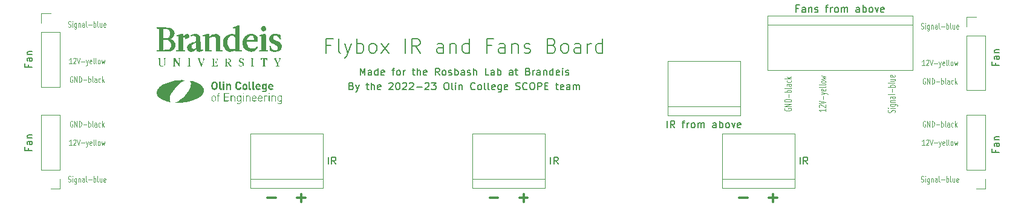
<source format=gto>
G04 #@! TF.GenerationSoftware,KiCad,Pcbnew,(6.0.7)*
G04 #@! TF.CreationDate,2023-03-12T11:39:40-04:00*
G04 #@! TF.ProjectId,IR FANS LED board,49522046-414e-4532-904c-454420626f61,rev?*
G04 #@! TF.SameCoordinates,Original*
G04 #@! TF.FileFunction,Legend,Top*
G04 #@! TF.FilePolarity,Positive*
%FSLAX46Y46*%
G04 Gerber Fmt 4.6, Leading zero omitted, Abs format (unit mm)*
G04 Created by KiCad (PCBNEW (6.0.7)) date 2023-03-12 11:39:40*
%MOMM*%
%LPD*%
G01*
G04 APERTURE LIST*
%ADD10C,0.125000*%
%ADD11C,0.300000*%
%ADD12C,0.200000*%
%ADD13C,0.150000*%
%ADD14C,0.120000*%
G04 APERTURE END LIST*
D10*
X72901428Y-35106000D02*
X72844285Y-35067904D01*
X72758571Y-35067904D01*
X72672857Y-35106000D01*
X72615714Y-35182190D01*
X72587142Y-35258380D01*
X72558571Y-35410761D01*
X72558571Y-35525047D01*
X72587142Y-35677428D01*
X72615714Y-35753619D01*
X72672857Y-35829809D01*
X72758571Y-35867904D01*
X72815714Y-35867904D01*
X72901428Y-35829809D01*
X72930000Y-35791714D01*
X72930000Y-35525047D01*
X72815714Y-35525047D01*
X73187142Y-35867904D02*
X73187142Y-35067904D01*
X73530000Y-35867904D01*
X73530000Y-35067904D01*
X73815714Y-35867904D02*
X73815714Y-35067904D01*
X73958571Y-35067904D01*
X74044285Y-35106000D01*
X74101428Y-35182190D01*
X74130000Y-35258380D01*
X74158571Y-35410761D01*
X74158571Y-35525047D01*
X74130000Y-35677428D01*
X74101428Y-35753619D01*
X74044285Y-35829809D01*
X73958571Y-35867904D01*
X73815714Y-35867904D01*
X74415714Y-35563142D02*
X74872857Y-35563142D01*
X75158571Y-35867904D02*
X75158571Y-35067904D01*
X75158571Y-35372666D02*
X75215714Y-35334571D01*
X75330000Y-35334571D01*
X75387142Y-35372666D01*
X75415714Y-35410761D01*
X75444285Y-35486952D01*
X75444285Y-35715523D01*
X75415714Y-35791714D01*
X75387142Y-35829809D01*
X75330000Y-35867904D01*
X75215714Y-35867904D01*
X75158571Y-35829809D01*
X75787142Y-35867904D02*
X75730000Y-35829809D01*
X75701428Y-35753619D01*
X75701428Y-35067904D01*
X76272857Y-35867904D02*
X76272857Y-35448857D01*
X76244285Y-35372666D01*
X76187142Y-35334571D01*
X76072857Y-35334571D01*
X76015714Y-35372666D01*
X76272857Y-35829809D02*
X76215714Y-35867904D01*
X76072857Y-35867904D01*
X76015714Y-35829809D01*
X75987142Y-35753619D01*
X75987142Y-35677428D01*
X76015714Y-35601238D01*
X76072857Y-35563142D01*
X76215714Y-35563142D01*
X76272857Y-35525047D01*
X76815714Y-35829809D02*
X76758571Y-35867904D01*
X76644285Y-35867904D01*
X76587142Y-35829809D01*
X76558571Y-35791714D01*
X76530000Y-35715523D01*
X76530000Y-35486952D01*
X76558571Y-35410761D01*
X76587142Y-35372666D01*
X76644285Y-35334571D01*
X76758571Y-35334571D01*
X76815714Y-35372666D01*
X77072857Y-35867904D02*
X77072857Y-35067904D01*
X77130000Y-35563142D02*
X77301428Y-35867904D01*
X77301428Y-35334571D02*
X77072857Y-35639333D01*
X72801428Y-38443904D02*
X72458571Y-38443904D01*
X72630000Y-38443904D02*
X72630000Y-37643904D01*
X72572857Y-37758190D01*
X72515714Y-37834380D01*
X72458571Y-37872476D01*
X73030000Y-37720095D02*
X73058571Y-37682000D01*
X73115714Y-37643904D01*
X73258571Y-37643904D01*
X73315714Y-37682000D01*
X73344285Y-37720095D01*
X73372857Y-37796285D01*
X73372857Y-37872476D01*
X73344285Y-37986761D01*
X73001428Y-38443904D01*
X73372857Y-38443904D01*
X73544285Y-37643904D02*
X73744285Y-38443904D01*
X73944285Y-37643904D01*
X74144285Y-38139142D02*
X74601428Y-38139142D01*
X74830000Y-37910571D02*
X74972857Y-38443904D01*
X75115714Y-37910571D02*
X74972857Y-38443904D01*
X74915714Y-38634380D01*
X74887142Y-38672476D01*
X74830000Y-38710571D01*
X75572857Y-38405809D02*
X75515714Y-38443904D01*
X75401428Y-38443904D01*
X75344285Y-38405809D01*
X75315714Y-38329619D01*
X75315714Y-38024857D01*
X75344285Y-37948666D01*
X75401428Y-37910571D01*
X75515714Y-37910571D01*
X75572857Y-37948666D01*
X75601428Y-38024857D01*
X75601428Y-38101047D01*
X75315714Y-38177238D01*
X75944285Y-38443904D02*
X75887142Y-38405809D01*
X75858571Y-38329619D01*
X75858571Y-37643904D01*
X76258571Y-38443904D02*
X76201428Y-38405809D01*
X76172857Y-38329619D01*
X76172857Y-37643904D01*
X76572857Y-38443904D02*
X76515714Y-38405809D01*
X76487142Y-38367714D01*
X76458571Y-38291523D01*
X76458571Y-38062952D01*
X76487142Y-37986761D01*
X76515714Y-37948666D01*
X76572857Y-37910571D01*
X76658571Y-37910571D01*
X76715714Y-37948666D01*
X76744285Y-37986761D01*
X76772857Y-38062952D01*
X76772857Y-38291523D01*
X76744285Y-38367714D01*
X76715714Y-38405809D01*
X76658571Y-38443904D01*
X76572857Y-38443904D01*
X76972857Y-37910571D02*
X77087142Y-38443904D01*
X77201428Y-38062952D01*
X77315714Y-38443904D01*
X77430000Y-37910571D01*
X72315714Y-43557809D02*
X72401428Y-43595904D01*
X72544285Y-43595904D01*
X72601428Y-43557809D01*
X72630000Y-43519714D01*
X72658571Y-43443523D01*
X72658571Y-43367333D01*
X72630000Y-43291142D01*
X72601428Y-43253047D01*
X72544285Y-43214952D01*
X72430000Y-43176857D01*
X72372857Y-43138761D01*
X72344285Y-43100666D01*
X72315714Y-43024476D01*
X72315714Y-42948285D01*
X72344285Y-42872095D01*
X72372857Y-42834000D01*
X72430000Y-42795904D01*
X72572857Y-42795904D01*
X72658571Y-42834000D01*
X72915714Y-43595904D02*
X72915714Y-43062571D01*
X72915714Y-42795904D02*
X72887142Y-42834000D01*
X72915714Y-42872095D01*
X72944285Y-42834000D01*
X72915714Y-42795904D01*
X72915714Y-42872095D01*
X73458571Y-43062571D02*
X73458571Y-43710190D01*
X73430000Y-43786380D01*
X73401428Y-43824476D01*
X73344285Y-43862571D01*
X73258571Y-43862571D01*
X73201428Y-43824476D01*
X73458571Y-43557809D02*
X73401428Y-43595904D01*
X73287142Y-43595904D01*
X73230000Y-43557809D01*
X73201428Y-43519714D01*
X73172857Y-43443523D01*
X73172857Y-43214952D01*
X73201428Y-43138761D01*
X73230000Y-43100666D01*
X73287142Y-43062571D01*
X73401428Y-43062571D01*
X73458571Y-43100666D01*
X73744285Y-43062571D02*
X73744285Y-43595904D01*
X73744285Y-43138761D02*
X73772857Y-43100666D01*
X73830000Y-43062571D01*
X73915714Y-43062571D01*
X73972857Y-43100666D01*
X74001428Y-43176857D01*
X74001428Y-43595904D01*
X74544285Y-43595904D02*
X74544285Y-43176857D01*
X74515714Y-43100666D01*
X74458571Y-43062571D01*
X74344285Y-43062571D01*
X74287142Y-43100666D01*
X74544285Y-43557809D02*
X74487142Y-43595904D01*
X74344285Y-43595904D01*
X74287142Y-43557809D01*
X74258571Y-43481619D01*
X74258571Y-43405428D01*
X74287142Y-43329238D01*
X74344285Y-43291142D01*
X74487142Y-43291142D01*
X74544285Y-43253047D01*
X74915714Y-43595904D02*
X74858571Y-43557809D01*
X74830000Y-43481619D01*
X74830000Y-42795904D01*
X75144285Y-43291142D02*
X75601428Y-43291142D01*
X75887142Y-43595904D02*
X75887142Y-42795904D01*
X75887142Y-43100666D02*
X75944285Y-43062571D01*
X76058571Y-43062571D01*
X76115714Y-43100666D01*
X76144285Y-43138761D01*
X76172857Y-43214952D01*
X76172857Y-43443523D01*
X76144285Y-43519714D01*
X76115714Y-43557809D01*
X76058571Y-43595904D01*
X75944285Y-43595904D01*
X75887142Y-43557809D01*
X76515714Y-43595904D02*
X76458571Y-43557809D01*
X76430000Y-43481619D01*
X76430000Y-42795904D01*
X77001428Y-43062571D02*
X77001428Y-43595904D01*
X76744285Y-43062571D02*
X76744285Y-43481619D01*
X76772857Y-43557809D01*
X76830000Y-43595904D01*
X76915714Y-43595904D01*
X76972857Y-43557809D01*
X77001428Y-43519714D01*
X77515714Y-43557809D02*
X77458571Y-43595904D01*
X77344285Y-43595904D01*
X77287142Y-43557809D01*
X77258571Y-43481619D01*
X77258571Y-43176857D01*
X77287142Y-43100666D01*
X77344285Y-43062571D01*
X77458571Y-43062571D01*
X77515714Y-43100666D01*
X77544285Y-43176857D01*
X77544285Y-43253047D01*
X77258571Y-43329238D01*
X172595000Y-33270571D02*
X172547380Y-33327714D01*
X172547380Y-33413428D01*
X172595000Y-33499142D01*
X172690238Y-33556285D01*
X172785476Y-33584857D01*
X172975952Y-33613428D01*
X173118809Y-33613428D01*
X173309285Y-33584857D01*
X173404523Y-33556285D01*
X173499761Y-33499142D01*
X173547380Y-33413428D01*
X173547380Y-33356285D01*
X173499761Y-33270571D01*
X173452142Y-33242000D01*
X173118809Y-33242000D01*
X173118809Y-33356285D01*
X173547380Y-32984857D02*
X172547380Y-32984857D01*
X173547380Y-32642000D01*
X172547380Y-32642000D01*
X173547380Y-32356285D02*
X172547380Y-32356285D01*
X172547380Y-32213428D01*
X172595000Y-32127714D01*
X172690238Y-32070571D01*
X172785476Y-32042000D01*
X172975952Y-32013428D01*
X173118809Y-32013428D01*
X173309285Y-32042000D01*
X173404523Y-32070571D01*
X173499761Y-32127714D01*
X173547380Y-32213428D01*
X173547380Y-32356285D01*
X173166428Y-31756285D02*
X173166428Y-31299142D01*
X173547380Y-31013428D02*
X172547380Y-31013428D01*
X172928333Y-31013428D02*
X172880714Y-30956285D01*
X172880714Y-30842000D01*
X172928333Y-30784857D01*
X172975952Y-30756285D01*
X173071190Y-30727714D01*
X173356904Y-30727714D01*
X173452142Y-30756285D01*
X173499761Y-30784857D01*
X173547380Y-30842000D01*
X173547380Y-30956285D01*
X173499761Y-31013428D01*
X173547380Y-30384857D02*
X173499761Y-30442000D01*
X173404523Y-30470571D01*
X172547380Y-30470571D01*
X173547380Y-29899142D02*
X173023571Y-29899142D01*
X172928333Y-29927714D01*
X172880714Y-29984857D01*
X172880714Y-30099142D01*
X172928333Y-30156285D01*
X173499761Y-29899142D02*
X173547380Y-29956285D01*
X173547380Y-30099142D01*
X173499761Y-30156285D01*
X173404523Y-30184857D01*
X173309285Y-30184857D01*
X173214047Y-30156285D01*
X173166428Y-30099142D01*
X173166428Y-29956285D01*
X173118809Y-29899142D01*
X173499761Y-29356285D02*
X173547380Y-29413428D01*
X173547380Y-29527714D01*
X173499761Y-29584857D01*
X173452142Y-29613428D01*
X173356904Y-29642000D01*
X173071190Y-29642000D01*
X172975952Y-29613428D01*
X172928333Y-29584857D01*
X172880714Y-29527714D01*
X172880714Y-29413428D01*
X172928333Y-29356285D01*
X173547380Y-29099142D02*
X172547380Y-29099142D01*
X173166428Y-29042000D02*
X173547380Y-28870571D01*
X172880714Y-28870571D02*
X173261666Y-29099142D01*
X178377380Y-33370571D02*
X178377380Y-33713428D01*
X178377380Y-33542000D02*
X177377380Y-33542000D01*
X177520238Y-33599142D01*
X177615476Y-33656285D01*
X177663095Y-33713428D01*
X177472619Y-33142000D02*
X177425000Y-33113428D01*
X177377380Y-33056285D01*
X177377380Y-32913428D01*
X177425000Y-32856285D01*
X177472619Y-32827714D01*
X177567857Y-32799142D01*
X177663095Y-32799142D01*
X177805952Y-32827714D01*
X178377380Y-33170571D01*
X178377380Y-32799142D01*
X177377380Y-32627714D02*
X178377380Y-32427714D01*
X177377380Y-32227714D01*
X177996428Y-32027714D02*
X177996428Y-31570571D01*
X177710714Y-31342000D02*
X178377380Y-31199142D01*
X177710714Y-31056285D02*
X178377380Y-31199142D01*
X178615476Y-31256285D01*
X178663095Y-31284857D01*
X178710714Y-31342000D01*
X178329761Y-30599142D02*
X178377380Y-30656285D01*
X178377380Y-30770571D01*
X178329761Y-30827714D01*
X178234523Y-30856285D01*
X177853571Y-30856285D01*
X177758333Y-30827714D01*
X177710714Y-30770571D01*
X177710714Y-30656285D01*
X177758333Y-30599142D01*
X177853571Y-30570571D01*
X177948809Y-30570571D01*
X178044047Y-30856285D01*
X178377380Y-30227714D02*
X178329761Y-30284857D01*
X178234523Y-30313428D01*
X177377380Y-30313428D01*
X178377380Y-29913428D02*
X178329761Y-29970571D01*
X178234523Y-29999142D01*
X177377380Y-29999142D01*
X178377380Y-29599142D02*
X178329761Y-29656285D01*
X178282142Y-29684857D01*
X178186904Y-29713428D01*
X177901190Y-29713428D01*
X177805952Y-29684857D01*
X177758333Y-29656285D01*
X177710714Y-29599142D01*
X177710714Y-29513428D01*
X177758333Y-29456285D01*
X177805952Y-29427714D01*
X177901190Y-29399142D01*
X178186904Y-29399142D01*
X178282142Y-29427714D01*
X178329761Y-29456285D01*
X178377380Y-29513428D01*
X178377380Y-29599142D01*
X177710714Y-29199142D02*
X178377380Y-29084857D01*
X177901190Y-28970571D01*
X178377380Y-28856285D01*
X177710714Y-28742000D01*
X187989761Y-33856285D02*
X188037380Y-33770571D01*
X188037380Y-33627714D01*
X187989761Y-33570571D01*
X187942142Y-33542000D01*
X187846904Y-33513428D01*
X187751666Y-33513428D01*
X187656428Y-33542000D01*
X187608809Y-33570571D01*
X187561190Y-33627714D01*
X187513571Y-33742000D01*
X187465952Y-33799142D01*
X187418333Y-33827714D01*
X187323095Y-33856285D01*
X187227857Y-33856285D01*
X187132619Y-33827714D01*
X187085000Y-33799142D01*
X187037380Y-33742000D01*
X187037380Y-33599142D01*
X187085000Y-33513428D01*
X188037380Y-33256285D02*
X187370714Y-33256285D01*
X187037380Y-33256285D02*
X187085000Y-33284857D01*
X187132619Y-33256285D01*
X187085000Y-33227714D01*
X187037380Y-33256285D01*
X187132619Y-33256285D01*
X187370714Y-32713428D02*
X188180238Y-32713428D01*
X188275476Y-32742000D01*
X188323095Y-32770571D01*
X188370714Y-32827714D01*
X188370714Y-32913428D01*
X188323095Y-32970571D01*
X187989761Y-32713428D02*
X188037380Y-32770571D01*
X188037380Y-32884857D01*
X187989761Y-32942000D01*
X187942142Y-32970571D01*
X187846904Y-32999142D01*
X187561190Y-32999142D01*
X187465952Y-32970571D01*
X187418333Y-32942000D01*
X187370714Y-32884857D01*
X187370714Y-32770571D01*
X187418333Y-32713428D01*
X187370714Y-32427714D02*
X188037380Y-32427714D01*
X187465952Y-32427714D02*
X187418333Y-32399142D01*
X187370714Y-32342000D01*
X187370714Y-32256285D01*
X187418333Y-32199142D01*
X187513571Y-32170571D01*
X188037380Y-32170571D01*
X188037380Y-31627714D02*
X187513571Y-31627714D01*
X187418333Y-31656285D01*
X187370714Y-31713428D01*
X187370714Y-31827714D01*
X187418333Y-31884857D01*
X187989761Y-31627714D02*
X188037380Y-31684857D01*
X188037380Y-31827714D01*
X187989761Y-31884857D01*
X187894523Y-31913428D01*
X187799285Y-31913428D01*
X187704047Y-31884857D01*
X187656428Y-31827714D01*
X187656428Y-31684857D01*
X187608809Y-31627714D01*
X188037380Y-31256285D02*
X187989761Y-31313428D01*
X187894523Y-31342000D01*
X187037380Y-31342000D01*
X187656428Y-31027714D02*
X187656428Y-30570571D01*
X188037380Y-30284857D02*
X187037380Y-30284857D01*
X187418333Y-30284857D02*
X187370714Y-30227714D01*
X187370714Y-30113428D01*
X187418333Y-30056285D01*
X187465952Y-30027714D01*
X187561190Y-29999142D01*
X187846904Y-29999142D01*
X187942142Y-30027714D01*
X187989761Y-30056285D01*
X188037380Y-30113428D01*
X188037380Y-30227714D01*
X187989761Y-30284857D01*
X188037380Y-29656285D02*
X187989761Y-29713428D01*
X187894523Y-29742000D01*
X187037380Y-29742000D01*
X187370714Y-29170571D02*
X188037380Y-29170571D01*
X187370714Y-29427714D02*
X187894523Y-29427714D01*
X187989761Y-29399142D01*
X188037380Y-29342000D01*
X188037380Y-29256285D01*
X187989761Y-29199142D01*
X187942142Y-29170571D01*
X187989761Y-28656285D02*
X188037380Y-28713428D01*
X188037380Y-28827714D01*
X187989761Y-28884857D01*
X187894523Y-28913428D01*
X187513571Y-28913428D01*
X187418333Y-28884857D01*
X187370714Y-28827714D01*
X187370714Y-28713428D01*
X187418333Y-28656285D01*
X187513571Y-28627714D01*
X187608809Y-28627714D01*
X187704047Y-28913428D01*
X192281428Y-35106000D02*
X192224285Y-35067904D01*
X192138571Y-35067904D01*
X192052857Y-35106000D01*
X191995714Y-35182190D01*
X191967142Y-35258380D01*
X191938571Y-35410761D01*
X191938571Y-35525047D01*
X191967142Y-35677428D01*
X191995714Y-35753619D01*
X192052857Y-35829809D01*
X192138571Y-35867904D01*
X192195714Y-35867904D01*
X192281428Y-35829809D01*
X192310000Y-35791714D01*
X192310000Y-35525047D01*
X192195714Y-35525047D01*
X192567142Y-35867904D02*
X192567142Y-35067904D01*
X192910000Y-35867904D01*
X192910000Y-35067904D01*
X193195714Y-35867904D02*
X193195714Y-35067904D01*
X193338571Y-35067904D01*
X193424285Y-35106000D01*
X193481428Y-35182190D01*
X193510000Y-35258380D01*
X193538571Y-35410761D01*
X193538571Y-35525047D01*
X193510000Y-35677428D01*
X193481428Y-35753619D01*
X193424285Y-35829809D01*
X193338571Y-35867904D01*
X193195714Y-35867904D01*
X193795714Y-35563142D02*
X194252857Y-35563142D01*
X194538571Y-35867904D02*
X194538571Y-35067904D01*
X194538571Y-35372666D02*
X194595714Y-35334571D01*
X194710000Y-35334571D01*
X194767142Y-35372666D01*
X194795714Y-35410761D01*
X194824285Y-35486952D01*
X194824285Y-35715523D01*
X194795714Y-35791714D01*
X194767142Y-35829809D01*
X194710000Y-35867904D01*
X194595714Y-35867904D01*
X194538571Y-35829809D01*
X195167142Y-35867904D02*
X195110000Y-35829809D01*
X195081428Y-35753619D01*
X195081428Y-35067904D01*
X195652857Y-35867904D02*
X195652857Y-35448857D01*
X195624285Y-35372666D01*
X195567142Y-35334571D01*
X195452857Y-35334571D01*
X195395714Y-35372666D01*
X195652857Y-35829809D02*
X195595714Y-35867904D01*
X195452857Y-35867904D01*
X195395714Y-35829809D01*
X195367142Y-35753619D01*
X195367142Y-35677428D01*
X195395714Y-35601238D01*
X195452857Y-35563142D01*
X195595714Y-35563142D01*
X195652857Y-35525047D01*
X196195714Y-35829809D02*
X196138571Y-35867904D01*
X196024285Y-35867904D01*
X195967142Y-35829809D01*
X195938571Y-35791714D01*
X195910000Y-35715523D01*
X195910000Y-35486952D01*
X195938571Y-35410761D01*
X195967142Y-35372666D01*
X196024285Y-35334571D01*
X196138571Y-35334571D01*
X196195714Y-35372666D01*
X196452857Y-35867904D02*
X196452857Y-35067904D01*
X196510000Y-35563142D02*
X196681428Y-35867904D01*
X196681428Y-35334571D02*
X196452857Y-35639333D01*
X192181428Y-38443904D02*
X191838571Y-38443904D01*
X192010000Y-38443904D02*
X192010000Y-37643904D01*
X191952857Y-37758190D01*
X191895714Y-37834380D01*
X191838571Y-37872476D01*
X192410000Y-37720095D02*
X192438571Y-37682000D01*
X192495714Y-37643904D01*
X192638571Y-37643904D01*
X192695714Y-37682000D01*
X192724285Y-37720095D01*
X192752857Y-37796285D01*
X192752857Y-37872476D01*
X192724285Y-37986761D01*
X192381428Y-38443904D01*
X192752857Y-38443904D01*
X192924285Y-37643904D02*
X193124285Y-38443904D01*
X193324285Y-37643904D01*
X193524285Y-38139142D02*
X193981428Y-38139142D01*
X194210000Y-37910571D02*
X194352857Y-38443904D01*
X194495714Y-37910571D02*
X194352857Y-38443904D01*
X194295714Y-38634380D01*
X194267142Y-38672476D01*
X194210000Y-38710571D01*
X194952857Y-38405809D02*
X194895714Y-38443904D01*
X194781428Y-38443904D01*
X194724285Y-38405809D01*
X194695714Y-38329619D01*
X194695714Y-38024857D01*
X194724285Y-37948666D01*
X194781428Y-37910571D01*
X194895714Y-37910571D01*
X194952857Y-37948666D01*
X194981428Y-38024857D01*
X194981428Y-38101047D01*
X194695714Y-38177238D01*
X195324285Y-38443904D02*
X195267142Y-38405809D01*
X195238571Y-38329619D01*
X195238571Y-37643904D01*
X195638571Y-38443904D02*
X195581428Y-38405809D01*
X195552857Y-38329619D01*
X195552857Y-37643904D01*
X195952857Y-38443904D02*
X195895714Y-38405809D01*
X195867142Y-38367714D01*
X195838571Y-38291523D01*
X195838571Y-38062952D01*
X195867142Y-37986761D01*
X195895714Y-37948666D01*
X195952857Y-37910571D01*
X196038571Y-37910571D01*
X196095714Y-37948666D01*
X196124285Y-37986761D01*
X196152857Y-38062952D01*
X196152857Y-38291523D01*
X196124285Y-38367714D01*
X196095714Y-38405809D01*
X196038571Y-38443904D01*
X195952857Y-38443904D01*
X196352857Y-37910571D02*
X196467142Y-38443904D01*
X196581428Y-38062952D01*
X196695714Y-38443904D01*
X196810000Y-37910571D01*
X191695714Y-43557809D02*
X191781428Y-43595904D01*
X191924285Y-43595904D01*
X191981428Y-43557809D01*
X192010000Y-43519714D01*
X192038571Y-43443523D01*
X192038571Y-43367333D01*
X192010000Y-43291142D01*
X191981428Y-43253047D01*
X191924285Y-43214952D01*
X191810000Y-43176857D01*
X191752857Y-43138761D01*
X191724285Y-43100666D01*
X191695714Y-43024476D01*
X191695714Y-42948285D01*
X191724285Y-42872095D01*
X191752857Y-42834000D01*
X191810000Y-42795904D01*
X191952857Y-42795904D01*
X192038571Y-42834000D01*
X192295714Y-43595904D02*
X192295714Y-43062571D01*
X192295714Y-42795904D02*
X192267142Y-42834000D01*
X192295714Y-42872095D01*
X192324285Y-42834000D01*
X192295714Y-42795904D01*
X192295714Y-42872095D01*
X192838571Y-43062571D02*
X192838571Y-43710190D01*
X192810000Y-43786380D01*
X192781428Y-43824476D01*
X192724285Y-43862571D01*
X192638571Y-43862571D01*
X192581428Y-43824476D01*
X192838571Y-43557809D02*
X192781428Y-43595904D01*
X192667142Y-43595904D01*
X192610000Y-43557809D01*
X192581428Y-43519714D01*
X192552857Y-43443523D01*
X192552857Y-43214952D01*
X192581428Y-43138761D01*
X192610000Y-43100666D01*
X192667142Y-43062571D01*
X192781428Y-43062571D01*
X192838571Y-43100666D01*
X193124285Y-43062571D02*
X193124285Y-43595904D01*
X193124285Y-43138761D02*
X193152857Y-43100666D01*
X193210000Y-43062571D01*
X193295714Y-43062571D01*
X193352857Y-43100666D01*
X193381428Y-43176857D01*
X193381428Y-43595904D01*
X193924285Y-43595904D02*
X193924285Y-43176857D01*
X193895714Y-43100666D01*
X193838571Y-43062571D01*
X193724285Y-43062571D01*
X193667142Y-43100666D01*
X193924285Y-43557809D02*
X193867142Y-43595904D01*
X193724285Y-43595904D01*
X193667142Y-43557809D01*
X193638571Y-43481619D01*
X193638571Y-43405428D01*
X193667142Y-43329238D01*
X193724285Y-43291142D01*
X193867142Y-43291142D01*
X193924285Y-43253047D01*
X194295714Y-43595904D02*
X194238571Y-43557809D01*
X194210000Y-43481619D01*
X194210000Y-42795904D01*
X194524285Y-43291142D02*
X194981428Y-43291142D01*
X195267142Y-43595904D02*
X195267142Y-42795904D01*
X195267142Y-43100666D02*
X195324285Y-43062571D01*
X195438571Y-43062571D01*
X195495714Y-43100666D01*
X195524285Y-43138761D01*
X195552857Y-43214952D01*
X195552857Y-43443523D01*
X195524285Y-43519714D01*
X195495714Y-43557809D01*
X195438571Y-43595904D01*
X195324285Y-43595904D01*
X195267142Y-43557809D01*
X195895714Y-43595904D02*
X195838571Y-43557809D01*
X195810000Y-43481619D01*
X195810000Y-42795904D01*
X196381428Y-43062571D02*
X196381428Y-43595904D01*
X196124285Y-43062571D02*
X196124285Y-43481619D01*
X196152857Y-43557809D01*
X196210000Y-43595904D01*
X196295714Y-43595904D01*
X196352857Y-43557809D01*
X196381428Y-43519714D01*
X196895714Y-43557809D02*
X196838571Y-43595904D01*
X196724285Y-43595904D01*
X196667142Y-43557809D01*
X196638571Y-43481619D01*
X196638571Y-43176857D01*
X196667142Y-43100666D01*
X196724285Y-43062571D01*
X196838571Y-43062571D01*
X196895714Y-43100666D01*
X196924285Y-43176857D01*
X196924285Y-43253047D01*
X196638571Y-43329238D01*
D11*
X131342142Y-45827142D02*
X132485000Y-45827142D01*
X135485000Y-45827142D02*
X136627857Y-45827142D01*
X136056428Y-46398571D02*
X136056428Y-45255714D01*
X166267142Y-45827142D02*
X167410000Y-45827142D01*
X170410000Y-45827142D02*
X171552857Y-45827142D01*
X170981428Y-46398571D02*
X170981428Y-45255714D01*
D12*
X111976285Y-30154571D02*
X112119142Y-30202190D01*
X112166761Y-30249809D01*
X112214380Y-30345047D01*
X112214380Y-30487904D01*
X112166761Y-30583142D01*
X112119142Y-30630761D01*
X112023904Y-30678380D01*
X111642952Y-30678380D01*
X111642952Y-29678380D01*
X111976285Y-29678380D01*
X112071523Y-29726000D01*
X112119142Y-29773619D01*
X112166761Y-29868857D01*
X112166761Y-29964095D01*
X112119142Y-30059333D01*
X112071523Y-30106952D01*
X111976285Y-30154571D01*
X111642952Y-30154571D01*
X112547714Y-30011714D02*
X112785809Y-30678380D01*
X113023904Y-30011714D02*
X112785809Y-30678380D01*
X112690571Y-30916476D01*
X112642952Y-30964095D01*
X112547714Y-31011714D01*
X114023904Y-30011714D02*
X114404857Y-30011714D01*
X114166761Y-29678380D02*
X114166761Y-30535523D01*
X114214380Y-30630761D01*
X114309619Y-30678380D01*
X114404857Y-30678380D01*
X114738190Y-30678380D02*
X114738190Y-29678380D01*
X115166761Y-30678380D02*
X115166761Y-30154571D01*
X115119142Y-30059333D01*
X115023904Y-30011714D01*
X114881047Y-30011714D01*
X114785809Y-30059333D01*
X114738190Y-30106952D01*
X116023904Y-30630761D02*
X115928666Y-30678380D01*
X115738190Y-30678380D01*
X115642952Y-30630761D01*
X115595333Y-30535523D01*
X115595333Y-30154571D01*
X115642952Y-30059333D01*
X115738190Y-30011714D01*
X115928666Y-30011714D01*
X116023904Y-30059333D01*
X116071523Y-30154571D01*
X116071523Y-30249809D01*
X115595333Y-30345047D01*
X117214380Y-29773619D02*
X117261999Y-29726000D01*
X117357238Y-29678380D01*
X117595333Y-29678380D01*
X117690571Y-29726000D01*
X117738190Y-29773619D01*
X117785809Y-29868857D01*
X117785809Y-29964095D01*
X117738190Y-30106952D01*
X117166761Y-30678380D01*
X117785809Y-30678380D01*
X118404857Y-29678380D02*
X118500095Y-29678380D01*
X118595333Y-29726000D01*
X118642952Y-29773619D01*
X118690571Y-29868857D01*
X118738190Y-30059333D01*
X118738190Y-30297428D01*
X118690571Y-30487904D01*
X118642952Y-30583142D01*
X118595333Y-30630761D01*
X118500095Y-30678380D01*
X118404857Y-30678380D01*
X118309619Y-30630761D01*
X118261999Y-30583142D01*
X118214380Y-30487904D01*
X118166761Y-30297428D01*
X118166761Y-30059333D01*
X118214380Y-29868857D01*
X118261999Y-29773619D01*
X118309619Y-29726000D01*
X118404857Y-29678380D01*
X119119142Y-29773619D02*
X119166761Y-29726000D01*
X119261999Y-29678380D01*
X119500095Y-29678380D01*
X119595333Y-29726000D01*
X119642952Y-29773619D01*
X119690571Y-29868857D01*
X119690571Y-29964095D01*
X119642952Y-30106952D01*
X119071523Y-30678380D01*
X119690571Y-30678380D01*
X120071523Y-29773619D02*
X120119142Y-29726000D01*
X120214380Y-29678380D01*
X120452476Y-29678380D01*
X120547714Y-29726000D01*
X120595333Y-29773619D01*
X120642952Y-29868857D01*
X120642952Y-29964095D01*
X120595333Y-30106952D01*
X120023904Y-30678380D01*
X120642952Y-30678380D01*
X121071523Y-30297428D02*
X121833428Y-30297428D01*
X122261999Y-29773619D02*
X122309619Y-29726000D01*
X122404857Y-29678380D01*
X122642952Y-29678380D01*
X122738190Y-29726000D01*
X122785809Y-29773619D01*
X122833428Y-29868857D01*
X122833428Y-29964095D01*
X122785809Y-30106952D01*
X122214380Y-30678380D01*
X122833428Y-30678380D01*
X123166761Y-29678380D02*
X123785809Y-29678380D01*
X123452476Y-30059333D01*
X123595333Y-30059333D01*
X123690571Y-30106952D01*
X123738190Y-30154571D01*
X123785809Y-30249809D01*
X123785809Y-30487904D01*
X123738190Y-30583142D01*
X123690571Y-30630761D01*
X123595333Y-30678380D01*
X123309619Y-30678380D01*
X123214380Y-30630761D01*
X123166761Y-30583142D01*
X125166761Y-29678380D02*
X125357238Y-29678380D01*
X125452476Y-29726000D01*
X125547714Y-29821238D01*
X125595333Y-30011714D01*
X125595333Y-30345047D01*
X125547714Y-30535523D01*
X125452476Y-30630761D01*
X125357238Y-30678380D01*
X125166761Y-30678380D01*
X125071523Y-30630761D01*
X124976285Y-30535523D01*
X124928666Y-30345047D01*
X124928666Y-30011714D01*
X124976285Y-29821238D01*
X125071523Y-29726000D01*
X125166761Y-29678380D01*
X126166761Y-30678380D02*
X126071523Y-30630761D01*
X126023904Y-30535523D01*
X126023904Y-29678380D01*
X126547714Y-30678380D02*
X126547714Y-30011714D01*
X126547714Y-29678380D02*
X126500095Y-29726000D01*
X126547714Y-29773619D01*
X126595333Y-29726000D01*
X126547714Y-29678380D01*
X126547714Y-29773619D01*
X127023904Y-30011714D02*
X127023904Y-30678380D01*
X127023904Y-30106952D02*
X127071523Y-30059333D01*
X127166761Y-30011714D01*
X127309619Y-30011714D01*
X127404857Y-30059333D01*
X127452476Y-30154571D01*
X127452476Y-30678380D01*
X129261999Y-30583142D02*
X129214380Y-30630761D01*
X129071523Y-30678380D01*
X128976285Y-30678380D01*
X128833428Y-30630761D01*
X128738190Y-30535523D01*
X128690571Y-30440285D01*
X128642952Y-30249809D01*
X128642952Y-30106952D01*
X128690571Y-29916476D01*
X128738190Y-29821238D01*
X128833428Y-29726000D01*
X128976285Y-29678380D01*
X129071523Y-29678380D01*
X129214380Y-29726000D01*
X129261999Y-29773619D01*
X129833428Y-30678380D02*
X129738190Y-30630761D01*
X129690571Y-30583142D01*
X129642952Y-30487904D01*
X129642952Y-30202190D01*
X129690571Y-30106952D01*
X129738190Y-30059333D01*
X129833428Y-30011714D01*
X129976285Y-30011714D01*
X130071523Y-30059333D01*
X130119142Y-30106952D01*
X130166761Y-30202190D01*
X130166761Y-30487904D01*
X130119142Y-30583142D01*
X130071523Y-30630761D01*
X129976285Y-30678380D01*
X129833428Y-30678380D01*
X130738190Y-30678380D02*
X130642952Y-30630761D01*
X130595333Y-30535523D01*
X130595333Y-29678380D01*
X131261999Y-30678380D02*
X131166761Y-30630761D01*
X131119142Y-30535523D01*
X131119142Y-29678380D01*
X132023904Y-30630761D02*
X131928666Y-30678380D01*
X131738190Y-30678380D01*
X131642952Y-30630761D01*
X131595333Y-30535523D01*
X131595333Y-30154571D01*
X131642952Y-30059333D01*
X131738190Y-30011714D01*
X131928666Y-30011714D01*
X132023904Y-30059333D01*
X132071523Y-30154571D01*
X132071523Y-30249809D01*
X131595333Y-30345047D01*
X132928666Y-30011714D02*
X132928666Y-30821238D01*
X132881047Y-30916476D01*
X132833428Y-30964095D01*
X132738190Y-31011714D01*
X132595333Y-31011714D01*
X132500095Y-30964095D01*
X132928666Y-30630761D02*
X132833428Y-30678380D01*
X132642952Y-30678380D01*
X132547714Y-30630761D01*
X132500095Y-30583142D01*
X132452476Y-30487904D01*
X132452476Y-30202190D01*
X132500095Y-30106952D01*
X132547714Y-30059333D01*
X132642952Y-30011714D01*
X132833428Y-30011714D01*
X132928666Y-30059333D01*
X133785809Y-30630761D02*
X133690571Y-30678380D01*
X133500095Y-30678380D01*
X133404857Y-30630761D01*
X133357238Y-30535523D01*
X133357238Y-30154571D01*
X133404857Y-30059333D01*
X133500095Y-30011714D01*
X133690571Y-30011714D01*
X133785809Y-30059333D01*
X133833428Y-30154571D01*
X133833428Y-30249809D01*
X133357238Y-30345047D01*
X134976285Y-30630761D02*
X135119142Y-30678380D01*
X135357238Y-30678380D01*
X135452476Y-30630761D01*
X135500095Y-30583142D01*
X135547714Y-30487904D01*
X135547714Y-30392666D01*
X135500095Y-30297428D01*
X135452476Y-30249809D01*
X135357238Y-30202190D01*
X135166761Y-30154571D01*
X135071523Y-30106952D01*
X135023904Y-30059333D01*
X134976285Y-29964095D01*
X134976285Y-29868857D01*
X135023904Y-29773619D01*
X135071523Y-29726000D01*
X135166761Y-29678380D01*
X135404857Y-29678380D01*
X135547714Y-29726000D01*
X136547714Y-30583142D02*
X136500095Y-30630761D01*
X136357238Y-30678380D01*
X136261999Y-30678380D01*
X136119142Y-30630761D01*
X136023904Y-30535523D01*
X135976285Y-30440285D01*
X135928666Y-30249809D01*
X135928666Y-30106952D01*
X135976285Y-29916476D01*
X136023904Y-29821238D01*
X136119142Y-29726000D01*
X136261999Y-29678380D01*
X136357238Y-29678380D01*
X136500095Y-29726000D01*
X136547714Y-29773619D01*
X137166761Y-29678380D02*
X137357238Y-29678380D01*
X137452476Y-29726000D01*
X137547714Y-29821238D01*
X137595333Y-30011714D01*
X137595333Y-30345047D01*
X137547714Y-30535523D01*
X137452476Y-30630761D01*
X137357238Y-30678380D01*
X137166761Y-30678380D01*
X137071523Y-30630761D01*
X136976285Y-30535523D01*
X136928666Y-30345047D01*
X136928666Y-30011714D01*
X136976285Y-29821238D01*
X137071523Y-29726000D01*
X137166761Y-29678380D01*
X138023904Y-30678380D02*
X138023904Y-29678380D01*
X138404857Y-29678380D01*
X138500095Y-29726000D01*
X138547714Y-29773619D01*
X138595333Y-29868857D01*
X138595333Y-30011714D01*
X138547714Y-30106952D01*
X138500095Y-30154571D01*
X138404857Y-30202190D01*
X138023904Y-30202190D01*
X139023904Y-30154571D02*
X139357238Y-30154571D01*
X139500095Y-30678380D02*
X139023904Y-30678380D01*
X139023904Y-29678380D01*
X139500095Y-29678380D01*
X140547714Y-30011714D02*
X140928666Y-30011714D01*
X140690571Y-29678380D02*
X140690571Y-30535523D01*
X140738190Y-30630761D01*
X140833428Y-30678380D01*
X140928666Y-30678380D01*
X141642952Y-30630761D02*
X141547714Y-30678380D01*
X141357238Y-30678380D01*
X141261999Y-30630761D01*
X141214380Y-30535523D01*
X141214380Y-30154571D01*
X141261999Y-30059333D01*
X141357238Y-30011714D01*
X141547714Y-30011714D01*
X141642952Y-30059333D01*
X141690571Y-30154571D01*
X141690571Y-30249809D01*
X141214380Y-30345047D01*
X142547714Y-30678380D02*
X142547714Y-30154571D01*
X142500095Y-30059333D01*
X142404857Y-30011714D01*
X142214380Y-30011714D01*
X142119142Y-30059333D01*
X142547714Y-30630761D02*
X142452476Y-30678380D01*
X142214380Y-30678380D01*
X142119142Y-30630761D01*
X142071523Y-30535523D01*
X142071523Y-30440285D01*
X142119142Y-30345047D01*
X142214380Y-30297428D01*
X142452476Y-30297428D01*
X142547714Y-30249809D01*
X143023904Y-30678380D02*
X143023904Y-30011714D01*
X143023904Y-30106952D02*
X143071523Y-30059333D01*
X143166761Y-30011714D01*
X143309619Y-30011714D01*
X143404857Y-30059333D01*
X143452476Y-30154571D01*
X143452476Y-30678380D01*
X143452476Y-30154571D02*
X143500095Y-30059333D01*
X143595333Y-30011714D01*
X143738190Y-30011714D01*
X143833428Y-30059333D01*
X143881047Y-30154571D01*
X143881047Y-30678380D01*
D11*
X100227142Y-45827142D02*
X101370000Y-45827142D01*
X104370000Y-45827142D02*
X105512857Y-45827142D01*
X104941428Y-46398571D02*
X104941428Y-45255714D01*
D12*
X113190571Y-28646380D02*
X113190571Y-27646380D01*
X113523904Y-28360666D01*
X113857238Y-27646380D01*
X113857238Y-28646380D01*
X114761999Y-28646380D02*
X114761999Y-28122571D01*
X114714380Y-28027333D01*
X114619142Y-27979714D01*
X114428666Y-27979714D01*
X114333428Y-28027333D01*
X114761999Y-28598761D02*
X114666761Y-28646380D01*
X114428666Y-28646380D01*
X114333428Y-28598761D01*
X114285809Y-28503523D01*
X114285809Y-28408285D01*
X114333428Y-28313047D01*
X114428666Y-28265428D01*
X114666761Y-28265428D01*
X114761999Y-28217809D01*
X115666761Y-28646380D02*
X115666761Y-27646380D01*
X115666761Y-28598761D02*
X115571523Y-28646380D01*
X115381047Y-28646380D01*
X115285809Y-28598761D01*
X115238190Y-28551142D01*
X115190571Y-28455904D01*
X115190571Y-28170190D01*
X115238190Y-28074952D01*
X115285809Y-28027333D01*
X115381047Y-27979714D01*
X115571523Y-27979714D01*
X115666761Y-28027333D01*
X116523904Y-28598761D02*
X116428666Y-28646380D01*
X116238190Y-28646380D01*
X116142952Y-28598761D01*
X116095333Y-28503523D01*
X116095333Y-28122571D01*
X116142952Y-28027333D01*
X116238190Y-27979714D01*
X116428666Y-27979714D01*
X116523904Y-28027333D01*
X116571523Y-28122571D01*
X116571523Y-28217809D01*
X116095333Y-28313047D01*
X117619142Y-27979714D02*
X118000095Y-27979714D01*
X117761999Y-28646380D02*
X117761999Y-27789238D01*
X117809619Y-27694000D01*
X117904857Y-27646380D01*
X118000095Y-27646380D01*
X118476285Y-28646380D02*
X118381047Y-28598761D01*
X118333428Y-28551142D01*
X118285809Y-28455904D01*
X118285809Y-28170190D01*
X118333428Y-28074952D01*
X118381047Y-28027333D01*
X118476285Y-27979714D01*
X118619142Y-27979714D01*
X118714380Y-28027333D01*
X118761999Y-28074952D01*
X118809619Y-28170190D01*
X118809619Y-28455904D01*
X118761999Y-28551142D01*
X118714380Y-28598761D01*
X118619142Y-28646380D01*
X118476285Y-28646380D01*
X119238190Y-28646380D02*
X119238190Y-27979714D01*
X119238190Y-28170190D02*
X119285809Y-28074952D01*
X119333428Y-28027333D01*
X119428666Y-27979714D01*
X119523904Y-27979714D01*
X120476285Y-27979714D02*
X120857238Y-27979714D01*
X120619142Y-27646380D02*
X120619142Y-28503523D01*
X120666761Y-28598761D01*
X120761999Y-28646380D01*
X120857238Y-28646380D01*
X121190571Y-28646380D02*
X121190571Y-27646380D01*
X121619142Y-28646380D02*
X121619142Y-28122571D01*
X121571523Y-28027333D01*
X121476285Y-27979714D01*
X121333428Y-27979714D01*
X121238190Y-28027333D01*
X121190571Y-28074952D01*
X122476285Y-28598761D02*
X122381047Y-28646380D01*
X122190571Y-28646380D01*
X122095333Y-28598761D01*
X122047714Y-28503523D01*
X122047714Y-28122571D01*
X122095333Y-28027333D01*
X122190571Y-27979714D01*
X122381047Y-27979714D01*
X122476285Y-28027333D01*
X122523904Y-28122571D01*
X122523904Y-28217809D01*
X122047714Y-28313047D01*
X124285809Y-28646380D02*
X123952476Y-28170190D01*
X123714380Y-28646380D02*
X123714380Y-27646380D01*
X124095333Y-27646380D01*
X124190571Y-27694000D01*
X124238190Y-27741619D01*
X124285809Y-27836857D01*
X124285809Y-27979714D01*
X124238190Y-28074952D01*
X124190571Y-28122571D01*
X124095333Y-28170190D01*
X123714380Y-28170190D01*
X124857238Y-28646380D02*
X124761999Y-28598761D01*
X124714380Y-28551142D01*
X124666761Y-28455904D01*
X124666761Y-28170190D01*
X124714380Y-28074952D01*
X124761999Y-28027333D01*
X124857238Y-27979714D01*
X125000095Y-27979714D01*
X125095333Y-28027333D01*
X125142952Y-28074952D01*
X125190571Y-28170190D01*
X125190571Y-28455904D01*
X125142952Y-28551142D01*
X125095333Y-28598761D01*
X125000095Y-28646380D01*
X124857238Y-28646380D01*
X125571523Y-28598761D02*
X125666761Y-28646380D01*
X125857238Y-28646380D01*
X125952476Y-28598761D01*
X126000095Y-28503523D01*
X126000095Y-28455904D01*
X125952476Y-28360666D01*
X125857238Y-28313047D01*
X125714380Y-28313047D01*
X125619142Y-28265428D01*
X125571523Y-28170190D01*
X125571523Y-28122571D01*
X125619142Y-28027333D01*
X125714380Y-27979714D01*
X125857238Y-27979714D01*
X125952476Y-28027333D01*
X126428666Y-28646380D02*
X126428666Y-27646380D01*
X126428666Y-28027333D02*
X126523904Y-27979714D01*
X126714380Y-27979714D01*
X126809619Y-28027333D01*
X126857238Y-28074952D01*
X126904857Y-28170190D01*
X126904857Y-28455904D01*
X126857238Y-28551142D01*
X126809619Y-28598761D01*
X126714380Y-28646380D01*
X126523904Y-28646380D01*
X126428666Y-28598761D01*
X127761999Y-28646380D02*
X127761999Y-28122571D01*
X127714380Y-28027333D01*
X127619142Y-27979714D01*
X127428666Y-27979714D01*
X127333428Y-28027333D01*
X127761999Y-28598761D02*
X127666761Y-28646380D01*
X127428666Y-28646380D01*
X127333428Y-28598761D01*
X127285809Y-28503523D01*
X127285809Y-28408285D01*
X127333428Y-28313047D01*
X127428666Y-28265428D01*
X127666761Y-28265428D01*
X127761999Y-28217809D01*
X128190571Y-28598761D02*
X128285809Y-28646380D01*
X128476285Y-28646380D01*
X128571523Y-28598761D01*
X128619142Y-28503523D01*
X128619142Y-28455904D01*
X128571523Y-28360666D01*
X128476285Y-28313047D01*
X128333428Y-28313047D01*
X128238190Y-28265428D01*
X128190571Y-28170190D01*
X128190571Y-28122571D01*
X128238190Y-28027333D01*
X128333428Y-27979714D01*
X128476285Y-27979714D01*
X128571523Y-28027333D01*
X129047714Y-28646380D02*
X129047714Y-27646380D01*
X129476285Y-28646380D02*
X129476285Y-28122571D01*
X129428666Y-28027333D01*
X129333428Y-27979714D01*
X129190571Y-27979714D01*
X129095333Y-28027333D01*
X129047714Y-28074952D01*
X131190571Y-28646380D02*
X130714380Y-28646380D01*
X130714380Y-27646380D01*
X131952476Y-28646380D02*
X131952476Y-28122571D01*
X131904857Y-28027333D01*
X131809619Y-27979714D01*
X131619142Y-27979714D01*
X131523904Y-28027333D01*
X131952476Y-28598761D02*
X131857238Y-28646380D01*
X131619142Y-28646380D01*
X131523904Y-28598761D01*
X131476285Y-28503523D01*
X131476285Y-28408285D01*
X131523904Y-28313047D01*
X131619142Y-28265428D01*
X131857238Y-28265428D01*
X131952476Y-28217809D01*
X132428666Y-28646380D02*
X132428666Y-27646380D01*
X132428666Y-28027333D02*
X132523904Y-27979714D01*
X132714380Y-27979714D01*
X132809619Y-28027333D01*
X132857238Y-28074952D01*
X132904857Y-28170190D01*
X132904857Y-28455904D01*
X132857238Y-28551142D01*
X132809619Y-28598761D01*
X132714380Y-28646380D01*
X132523904Y-28646380D01*
X132428666Y-28598761D01*
X134523904Y-28646380D02*
X134523904Y-28122571D01*
X134476285Y-28027333D01*
X134381047Y-27979714D01*
X134190571Y-27979714D01*
X134095333Y-28027333D01*
X134523904Y-28598761D02*
X134428666Y-28646380D01*
X134190571Y-28646380D01*
X134095333Y-28598761D01*
X134047714Y-28503523D01*
X134047714Y-28408285D01*
X134095333Y-28313047D01*
X134190571Y-28265428D01*
X134428666Y-28265428D01*
X134523904Y-28217809D01*
X134857238Y-27979714D02*
X135238190Y-27979714D01*
X135000095Y-27646380D02*
X135000095Y-28503523D01*
X135047714Y-28598761D01*
X135142952Y-28646380D01*
X135238190Y-28646380D01*
X136666761Y-28122571D02*
X136809619Y-28170190D01*
X136857238Y-28217809D01*
X136904857Y-28313047D01*
X136904857Y-28455904D01*
X136857238Y-28551142D01*
X136809619Y-28598761D01*
X136714380Y-28646380D01*
X136333428Y-28646380D01*
X136333428Y-27646380D01*
X136666761Y-27646380D01*
X136761999Y-27694000D01*
X136809619Y-27741619D01*
X136857238Y-27836857D01*
X136857238Y-27932095D01*
X136809619Y-28027333D01*
X136761999Y-28074952D01*
X136666761Y-28122571D01*
X136333428Y-28122571D01*
X137333428Y-28646380D02*
X137333428Y-27979714D01*
X137333428Y-28170190D02*
X137381047Y-28074952D01*
X137428666Y-28027333D01*
X137523904Y-27979714D01*
X137619142Y-27979714D01*
X138381047Y-28646380D02*
X138381047Y-28122571D01*
X138333428Y-28027333D01*
X138238190Y-27979714D01*
X138047714Y-27979714D01*
X137952476Y-28027333D01*
X138381047Y-28598761D02*
X138285809Y-28646380D01*
X138047714Y-28646380D01*
X137952476Y-28598761D01*
X137904857Y-28503523D01*
X137904857Y-28408285D01*
X137952476Y-28313047D01*
X138047714Y-28265428D01*
X138285809Y-28265428D01*
X138381047Y-28217809D01*
X138857238Y-27979714D02*
X138857238Y-28646380D01*
X138857238Y-28074952D02*
X138904857Y-28027333D01*
X139000095Y-27979714D01*
X139142952Y-27979714D01*
X139238190Y-28027333D01*
X139285809Y-28122571D01*
X139285809Y-28646380D01*
X140190571Y-28646380D02*
X140190571Y-27646380D01*
X140190571Y-28598761D02*
X140095333Y-28646380D01*
X139904857Y-28646380D01*
X139809619Y-28598761D01*
X139761999Y-28551142D01*
X139714380Y-28455904D01*
X139714380Y-28170190D01*
X139761999Y-28074952D01*
X139809619Y-28027333D01*
X139904857Y-27979714D01*
X140095333Y-27979714D01*
X140190571Y-28027333D01*
X141047714Y-28598761D02*
X140952476Y-28646380D01*
X140761999Y-28646380D01*
X140666761Y-28598761D01*
X140619142Y-28503523D01*
X140619142Y-28122571D01*
X140666761Y-28027333D01*
X140761999Y-27979714D01*
X140952476Y-27979714D01*
X141047714Y-28027333D01*
X141095333Y-28122571D01*
X141095333Y-28217809D01*
X140619142Y-28313047D01*
X141523904Y-28646380D02*
X141523904Y-27979714D01*
X141523904Y-27646380D02*
X141476285Y-27694000D01*
X141523904Y-27741619D01*
X141571523Y-27694000D01*
X141523904Y-27646380D01*
X141523904Y-27741619D01*
X141952476Y-28598761D02*
X142047714Y-28646380D01*
X142238190Y-28646380D01*
X142333428Y-28598761D01*
X142381047Y-28503523D01*
X142381047Y-28455904D01*
X142333428Y-28360666D01*
X142238190Y-28313047D01*
X142095333Y-28313047D01*
X142000095Y-28265428D01*
X141952476Y-28170190D01*
X141952476Y-28122571D01*
X142000095Y-28027333D01*
X142095333Y-27979714D01*
X142238190Y-27979714D01*
X142333428Y-28027333D01*
D10*
X191695714Y-22113809D02*
X191781428Y-22151904D01*
X191924285Y-22151904D01*
X191981428Y-22113809D01*
X192010000Y-22075714D01*
X192038571Y-21999523D01*
X192038571Y-21923333D01*
X192010000Y-21847142D01*
X191981428Y-21809047D01*
X191924285Y-21770952D01*
X191810000Y-21732857D01*
X191752857Y-21694761D01*
X191724285Y-21656666D01*
X191695714Y-21580476D01*
X191695714Y-21504285D01*
X191724285Y-21428095D01*
X191752857Y-21390000D01*
X191810000Y-21351904D01*
X191952857Y-21351904D01*
X192038571Y-21390000D01*
X192295714Y-22151904D02*
X192295714Y-21618571D01*
X192295714Y-21351904D02*
X192267142Y-21390000D01*
X192295714Y-21428095D01*
X192324285Y-21390000D01*
X192295714Y-21351904D01*
X192295714Y-21428095D01*
X192838571Y-21618571D02*
X192838571Y-22266190D01*
X192810000Y-22342380D01*
X192781428Y-22380476D01*
X192724285Y-22418571D01*
X192638571Y-22418571D01*
X192581428Y-22380476D01*
X192838571Y-22113809D02*
X192781428Y-22151904D01*
X192667142Y-22151904D01*
X192610000Y-22113809D01*
X192581428Y-22075714D01*
X192552857Y-21999523D01*
X192552857Y-21770952D01*
X192581428Y-21694761D01*
X192610000Y-21656666D01*
X192667142Y-21618571D01*
X192781428Y-21618571D01*
X192838571Y-21656666D01*
X193124285Y-21618571D02*
X193124285Y-22151904D01*
X193124285Y-21694761D02*
X193152857Y-21656666D01*
X193210000Y-21618571D01*
X193295714Y-21618571D01*
X193352857Y-21656666D01*
X193381428Y-21732857D01*
X193381428Y-22151904D01*
X193924285Y-22151904D02*
X193924285Y-21732857D01*
X193895714Y-21656666D01*
X193838571Y-21618571D01*
X193724285Y-21618571D01*
X193667142Y-21656666D01*
X193924285Y-22113809D02*
X193867142Y-22151904D01*
X193724285Y-22151904D01*
X193667142Y-22113809D01*
X193638571Y-22037619D01*
X193638571Y-21961428D01*
X193667142Y-21885238D01*
X193724285Y-21847142D01*
X193867142Y-21847142D01*
X193924285Y-21809047D01*
X194295714Y-22151904D02*
X194238571Y-22113809D01*
X194210000Y-22037619D01*
X194210000Y-21351904D01*
X194524285Y-21847142D02*
X194981428Y-21847142D01*
X195267142Y-22151904D02*
X195267142Y-21351904D01*
X195267142Y-21656666D02*
X195324285Y-21618571D01*
X195438571Y-21618571D01*
X195495714Y-21656666D01*
X195524285Y-21694761D01*
X195552857Y-21770952D01*
X195552857Y-21999523D01*
X195524285Y-22075714D01*
X195495714Y-22113809D01*
X195438571Y-22151904D01*
X195324285Y-22151904D01*
X195267142Y-22113809D01*
X195895714Y-22151904D02*
X195838571Y-22113809D01*
X195810000Y-22037619D01*
X195810000Y-21351904D01*
X196381428Y-21618571D02*
X196381428Y-22151904D01*
X196124285Y-21618571D02*
X196124285Y-22037619D01*
X196152857Y-22113809D01*
X196210000Y-22151904D01*
X196295714Y-22151904D01*
X196352857Y-22113809D01*
X196381428Y-22075714D01*
X196895714Y-22113809D02*
X196838571Y-22151904D01*
X196724285Y-22151904D01*
X196667142Y-22113809D01*
X196638571Y-22037619D01*
X196638571Y-21732857D01*
X196667142Y-21656666D01*
X196724285Y-21618571D01*
X196838571Y-21618571D01*
X196895714Y-21656666D01*
X196924285Y-21732857D01*
X196924285Y-21809047D01*
X196638571Y-21885238D01*
X192181428Y-27303904D02*
X191838571Y-27303904D01*
X192010000Y-27303904D02*
X192010000Y-26503904D01*
X191952857Y-26618190D01*
X191895714Y-26694380D01*
X191838571Y-26732476D01*
X192410000Y-26580095D02*
X192438571Y-26542000D01*
X192495714Y-26503904D01*
X192638571Y-26503904D01*
X192695714Y-26542000D01*
X192724285Y-26580095D01*
X192752857Y-26656285D01*
X192752857Y-26732476D01*
X192724285Y-26846761D01*
X192381428Y-27303904D01*
X192752857Y-27303904D01*
X192924285Y-26503904D02*
X193124285Y-27303904D01*
X193324285Y-26503904D01*
X193524285Y-26999142D02*
X193981428Y-26999142D01*
X194210000Y-26770571D02*
X194352857Y-27303904D01*
X194495714Y-26770571D02*
X194352857Y-27303904D01*
X194295714Y-27494380D01*
X194267142Y-27532476D01*
X194210000Y-27570571D01*
X194952857Y-27265809D02*
X194895714Y-27303904D01*
X194781428Y-27303904D01*
X194724285Y-27265809D01*
X194695714Y-27189619D01*
X194695714Y-26884857D01*
X194724285Y-26808666D01*
X194781428Y-26770571D01*
X194895714Y-26770571D01*
X194952857Y-26808666D01*
X194981428Y-26884857D01*
X194981428Y-26961047D01*
X194695714Y-27037238D01*
X195324285Y-27303904D02*
X195267142Y-27265809D01*
X195238571Y-27189619D01*
X195238571Y-26503904D01*
X195638571Y-27303904D02*
X195581428Y-27265809D01*
X195552857Y-27189619D01*
X195552857Y-26503904D01*
X195952857Y-27303904D02*
X195895714Y-27265809D01*
X195867142Y-27227714D01*
X195838571Y-27151523D01*
X195838571Y-26922952D01*
X195867142Y-26846761D01*
X195895714Y-26808666D01*
X195952857Y-26770571D01*
X196038571Y-26770571D01*
X196095714Y-26808666D01*
X196124285Y-26846761D01*
X196152857Y-26922952D01*
X196152857Y-27151523D01*
X196124285Y-27227714D01*
X196095714Y-27265809D01*
X196038571Y-27303904D01*
X195952857Y-27303904D01*
X196352857Y-26770571D02*
X196467142Y-27303904D01*
X196581428Y-26922952D01*
X196695714Y-27303904D01*
X196810000Y-26770571D01*
X192281428Y-29118000D02*
X192224285Y-29079904D01*
X192138571Y-29079904D01*
X192052857Y-29118000D01*
X191995714Y-29194190D01*
X191967142Y-29270380D01*
X191938571Y-29422761D01*
X191938571Y-29537047D01*
X191967142Y-29689428D01*
X191995714Y-29765619D01*
X192052857Y-29841809D01*
X192138571Y-29879904D01*
X192195714Y-29879904D01*
X192281428Y-29841809D01*
X192310000Y-29803714D01*
X192310000Y-29537047D01*
X192195714Y-29537047D01*
X192567142Y-29879904D02*
X192567142Y-29079904D01*
X192910000Y-29879904D01*
X192910000Y-29079904D01*
X193195714Y-29879904D02*
X193195714Y-29079904D01*
X193338571Y-29079904D01*
X193424285Y-29118000D01*
X193481428Y-29194190D01*
X193510000Y-29270380D01*
X193538571Y-29422761D01*
X193538571Y-29537047D01*
X193510000Y-29689428D01*
X193481428Y-29765619D01*
X193424285Y-29841809D01*
X193338571Y-29879904D01*
X193195714Y-29879904D01*
X193795714Y-29575142D02*
X194252857Y-29575142D01*
X194538571Y-29879904D02*
X194538571Y-29079904D01*
X194538571Y-29384666D02*
X194595714Y-29346571D01*
X194710000Y-29346571D01*
X194767142Y-29384666D01*
X194795714Y-29422761D01*
X194824285Y-29498952D01*
X194824285Y-29727523D01*
X194795714Y-29803714D01*
X194767142Y-29841809D01*
X194710000Y-29879904D01*
X194595714Y-29879904D01*
X194538571Y-29841809D01*
X195167142Y-29879904D02*
X195110000Y-29841809D01*
X195081428Y-29765619D01*
X195081428Y-29079904D01*
X195652857Y-29879904D02*
X195652857Y-29460857D01*
X195624285Y-29384666D01*
X195567142Y-29346571D01*
X195452857Y-29346571D01*
X195395714Y-29384666D01*
X195652857Y-29841809D02*
X195595714Y-29879904D01*
X195452857Y-29879904D01*
X195395714Y-29841809D01*
X195367142Y-29765619D01*
X195367142Y-29689428D01*
X195395714Y-29613238D01*
X195452857Y-29575142D01*
X195595714Y-29575142D01*
X195652857Y-29537047D01*
X196195714Y-29841809D02*
X196138571Y-29879904D01*
X196024285Y-29879904D01*
X195967142Y-29841809D01*
X195938571Y-29803714D01*
X195910000Y-29727523D01*
X195910000Y-29498952D01*
X195938571Y-29422761D01*
X195967142Y-29384666D01*
X196024285Y-29346571D01*
X196138571Y-29346571D01*
X196195714Y-29384666D01*
X196452857Y-29879904D02*
X196452857Y-29079904D01*
X196510000Y-29575142D02*
X196681428Y-29879904D01*
X196681428Y-29346571D02*
X196452857Y-29651333D01*
X72315714Y-21859809D02*
X72401428Y-21897904D01*
X72544285Y-21897904D01*
X72601428Y-21859809D01*
X72630000Y-21821714D01*
X72658571Y-21745523D01*
X72658571Y-21669333D01*
X72630000Y-21593142D01*
X72601428Y-21555047D01*
X72544285Y-21516952D01*
X72430000Y-21478857D01*
X72372857Y-21440761D01*
X72344285Y-21402666D01*
X72315714Y-21326476D01*
X72315714Y-21250285D01*
X72344285Y-21174095D01*
X72372857Y-21136000D01*
X72430000Y-21097904D01*
X72572857Y-21097904D01*
X72658571Y-21136000D01*
X72915714Y-21897904D02*
X72915714Y-21364571D01*
X72915714Y-21097904D02*
X72887142Y-21136000D01*
X72915714Y-21174095D01*
X72944285Y-21136000D01*
X72915714Y-21097904D01*
X72915714Y-21174095D01*
X73458571Y-21364571D02*
X73458571Y-22012190D01*
X73430000Y-22088380D01*
X73401428Y-22126476D01*
X73344285Y-22164571D01*
X73258571Y-22164571D01*
X73201428Y-22126476D01*
X73458571Y-21859809D02*
X73401428Y-21897904D01*
X73287142Y-21897904D01*
X73230000Y-21859809D01*
X73201428Y-21821714D01*
X73172857Y-21745523D01*
X73172857Y-21516952D01*
X73201428Y-21440761D01*
X73230000Y-21402666D01*
X73287142Y-21364571D01*
X73401428Y-21364571D01*
X73458571Y-21402666D01*
X73744285Y-21364571D02*
X73744285Y-21897904D01*
X73744285Y-21440761D02*
X73772857Y-21402666D01*
X73830000Y-21364571D01*
X73915714Y-21364571D01*
X73972857Y-21402666D01*
X74001428Y-21478857D01*
X74001428Y-21897904D01*
X74544285Y-21897904D02*
X74544285Y-21478857D01*
X74515714Y-21402666D01*
X74458571Y-21364571D01*
X74344285Y-21364571D01*
X74287142Y-21402666D01*
X74544285Y-21859809D02*
X74487142Y-21897904D01*
X74344285Y-21897904D01*
X74287142Y-21859809D01*
X74258571Y-21783619D01*
X74258571Y-21707428D01*
X74287142Y-21631238D01*
X74344285Y-21593142D01*
X74487142Y-21593142D01*
X74544285Y-21555047D01*
X74915714Y-21897904D02*
X74858571Y-21859809D01*
X74830000Y-21783619D01*
X74830000Y-21097904D01*
X75144285Y-21593142D02*
X75601428Y-21593142D01*
X75887142Y-21897904D02*
X75887142Y-21097904D01*
X75887142Y-21402666D02*
X75944285Y-21364571D01*
X76058571Y-21364571D01*
X76115714Y-21402666D01*
X76144285Y-21440761D01*
X76172857Y-21516952D01*
X76172857Y-21745523D01*
X76144285Y-21821714D01*
X76115714Y-21859809D01*
X76058571Y-21897904D01*
X75944285Y-21897904D01*
X75887142Y-21859809D01*
X76515714Y-21897904D02*
X76458571Y-21859809D01*
X76430000Y-21783619D01*
X76430000Y-21097904D01*
X77001428Y-21364571D02*
X77001428Y-21897904D01*
X76744285Y-21364571D02*
X76744285Y-21783619D01*
X76772857Y-21859809D01*
X76830000Y-21897904D01*
X76915714Y-21897904D01*
X76972857Y-21859809D01*
X77001428Y-21821714D01*
X77515714Y-21859809D02*
X77458571Y-21897904D01*
X77344285Y-21897904D01*
X77287142Y-21859809D01*
X77258571Y-21783619D01*
X77258571Y-21478857D01*
X77287142Y-21402666D01*
X77344285Y-21364571D01*
X77458571Y-21364571D01*
X77515714Y-21402666D01*
X77544285Y-21478857D01*
X77544285Y-21555047D01*
X77258571Y-21631238D01*
X72801428Y-27049904D02*
X72458571Y-27049904D01*
X72630000Y-27049904D02*
X72630000Y-26249904D01*
X72572857Y-26364190D01*
X72515714Y-26440380D01*
X72458571Y-26478476D01*
X73030000Y-26326095D02*
X73058571Y-26288000D01*
X73115714Y-26249904D01*
X73258571Y-26249904D01*
X73315714Y-26288000D01*
X73344285Y-26326095D01*
X73372857Y-26402285D01*
X73372857Y-26478476D01*
X73344285Y-26592761D01*
X73001428Y-27049904D01*
X73372857Y-27049904D01*
X73544285Y-26249904D02*
X73744285Y-27049904D01*
X73944285Y-26249904D01*
X74144285Y-26745142D02*
X74601428Y-26745142D01*
X74830000Y-26516571D02*
X74972857Y-27049904D01*
X75115714Y-26516571D02*
X74972857Y-27049904D01*
X74915714Y-27240380D01*
X74887142Y-27278476D01*
X74830000Y-27316571D01*
X75572857Y-27011809D02*
X75515714Y-27049904D01*
X75401428Y-27049904D01*
X75344285Y-27011809D01*
X75315714Y-26935619D01*
X75315714Y-26630857D01*
X75344285Y-26554666D01*
X75401428Y-26516571D01*
X75515714Y-26516571D01*
X75572857Y-26554666D01*
X75601428Y-26630857D01*
X75601428Y-26707047D01*
X75315714Y-26783238D01*
X75944285Y-27049904D02*
X75887142Y-27011809D01*
X75858571Y-26935619D01*
X75858571Y-26249904D01*
X76258571Y-27049904D02*
X76201428Y-27011809D01*
X76172857Y-26935619D01*
X76172857Y-26249904D01*
X76572857Y-27049904D02*
X76515714Y-27011809D01*
X76487142Y-26973714D01*
X76458571Y-26897523D01*
X76458571Y-26668952D01*
X76487142Y-26592761D01*
X76515714Y-26554666D01*
X76572857Y-26516571D01*
X76658571Y-26516571D01*
X76715714Y-26554666D01*
X76744285Y-26592761D01*
X76772857Y-26668952D01*
X76772857Y-26897523D01*
X76744285Y-26973714D01*
X76715714Y-27011809D01*
X76658571Y-27049904D01*
X76572857Y-27049904D01*
X76972857Y-26516571D02*
X77087142Y-27049904D01*
X77201428Y-26668952D01*
X77315714Y-27049904D01*
X77430000Y-26516571D01*
X72901428Y-28864000D02*
X72844285Y-28825904D01*
X72758571Y-28825904D01*
X72672857Y-28864000D01*
X72615714Y-28940190D01*
X72587142Y-29016380D01*
X72558571Y-29168761D01*
X72558571Y-29283047D01*
X72587142Y-29435428D01*
X72615714Y-29511619D01*
X72672857Y-29587809D01*
X72758571Y-29625904D01*
X72815714Y-29625904D01*
X72901428Y-29587809D01*
X72930000Y-29549714D01*
X72930000Y-29283047D01*
X72815714Y-29283047D01*
X73187142Y-29625904D02*
X73187142Y-28825904D01*
X73530000Y-29625904D01*
X73530000Y-28825904D01*
X73815714Y-29625904D02*
X73815714Y-28825904D01*
X73958571Y-28825904D01*
X74044285Y-28864000D01*
X74101428Y-28940190D01*
X74130000Y-29016380D01*
X74158571Y-29168761D01*
X74158571Y-29283047D01*
X74130000Y-29435428D01*
X74101428Y-29511619D01*
X74044285Y-29587809D01*
X73958571Y-29625904D01*
X73815714Y-29625904D01*
X74415714Y-29321142D02*
X74872857Y-29321142D01*
X75158571Y-29625904D02*
X75158571Y-28825904D01*
X75158571Y-29130666D02*
X75215714Y-29092571D01*
X75330000Y-29092571D01*
X75387142Y-29130666D01*
X75415714Y-29168761D01*
X75444285Y-29244952D01*
X75444285Y-29473523D01*
X75415714Y-29549714D01*
X75387142Y-29587809D01*
X75330000Y-29625904D01*
X75215714Y-29625904D01*
X75158571Y-29587809D01*
X75787142Y-29625904D02*
X75730000Y-29587809D01*
X75701428Y-29511619D01*
X75701428Y-28825904D01*
X76272857Y-29625904D02*
X76272857Y-29206857D01*
X76244285Y-29130666D01*
X76187142Y-29092571D01*
X76072857Y-29092571D01*
X76015714Y-29130666D01*
X76272857Y-29587809D02*
X76215714Y-29625904D01*
X76072857Y-29625904D01*
X76015714Y-29587809D01*
X75987142Y-29511619D01*
X75987142Y-29435428D01*
X76015714Y-29359238D01*
X76072857Y-29321142D01*
X76215714Y-29321142D01*
X76272857Y-29283047D01*
X76815714Y-29587809D02*
X76758571Y-29625904D01*
X76644285Y-29625904D01*
X76587142Y-29587809D01*
X76558571Y-29549714D01*
X76530000Y-29473523D01*
X76530000Y-29244952D01*
X76558571Y-29168761D01*
X76587142Y-29130666D01*
X76644285Y-29092571D01*
X76758571Y-29092571D01*
X76815714Y-29130666D01*
X77072857Y-29625904D02*
X77072857Y-28825904D01*
X77130000Y-29321142D02*
X77301428Y-29625904D01*
X77301428Y-29092571D02*
X77072857Y-29397333D01*
D12*
X109095333Y-24495142D02*
X108428666Y-24495142D01*
X108428666Y-25542761D02*
X108428666Y-23542761D01*
X109381047Y-23542761D01*
X110428666Y-25542761D02*
X110238190Y-25447523D01*
X110142952Y-25257047D01*
X110142952Y-23542761D01*
X111000095Y-24209428D02*
X111476285Y-25542761D01*
X111952476Y-24209428D02*
X111476285Y-25542761D01*
X111285809Y-26018952D01*
X111190571Y-26114190D01*
X111000095Y-26209428D01*
X112714380Y-25542761D02*
X112714380Y-23542761D01*
X112714380Y-24304666D02*
X112904857Y-24209428D01*
X113285809Y-24209428D01*
X113476285Y-24304666D01*
X113571523Y-24399904D01*
X113666761Y-24590380D01*
X113666761Y-25161809D01*
X113571523Y-25352285D01*
X113476285Y-25447523D01*
X113285809Y-25542761D01*
X112904857Y-25542761D01*
X112714380Y-25447523D01*
X114809619Y-25542761D02*
X114619142Y-25447523D01*
X114523904Y-25352285D01*
X114428666Y-25161809D01*
X114428666Y-24590380D01*
X114523904Y-24399904D01*
X114619142Y-24304666D01*
X114809619Y-24209428D01*
X115095333Y-24209428D01*
X115285809Y-24304666D01*
X115381047Y-24399904D01*
X115476285Y-24590380D01*
X115476285Y-25161809D01*
X115381047Y-25352285D01*
X115285809Y-25447523D01*
X115095333Y-25542761D01*
X114809619Y-25542761D01*
X116142952Y-25542761D02*
X117190571Y-24209428D01*
X116142952Y-24209428D02*
X117190571Y-25542761D01*
X119476285Y-25542761D02*
X119476285Y-23542761D01*
X121571523Y-25542761D02*
X120904857Y-24590380D01*
X120428666Y-25542761D02*
X120428666Y-23542761D01*
X121190571Y-23542761D01*
X121381047Y-23638000D01*
X121476285Y-23733238D01*
X121571523Y-23923714D01*
X121571523Y-24209428D01*
X121476285Y-24399904D01*
X121381047Y-24495142D01*
X121190571Y-24590380D01*
X120428666Y-24590380D01*
X124809619Y-25542761D02*
X124809619Y-24495142D01*
X124714380Y-24304666D01*
X124523904Y-24209428D01*
X124142952Y-24209428D01*
X123952476Y-24304666D01*
X124809619Y-25447523D02*
X124619142Y-25542761D01*
X124142952Y-25542761D01*
X123952476Y-25447523D01*
X123857238Y-25257047D01*
X123857238Y-25066571D01*
X123952476Y-24876095D01*
X124142952Y-24780857D01*
X124619142Y-24780857D01*
X124809619Y-24685619D01*
X125761999Y-24209428D02*
X125761999Y-25542761D01*
X125761999Y-24399904D02*
X125857238Y-24304666D01*
X126047714Y-24209428D01*
X126333428Y-24209428D01*
X126523904Y-24304666D01*
X126619142Y-24495142D01*
X126619142Y-25542761D01*
X128428666Y-25542761D02*
X128428666Y-23542761D01*
X128428666Y-25447523D02*
X128238190Y-25542761D01*
X127857238Y-25542761D01*
X127666761Y-25447523D01*
X127571523Y-25352285D01*
X127476285Y-25161809D01*
X127476285Y-24590380D01*
X127571523Y-24399904D01*
X127666761Y-24304666D01*
X127857238Y-24209428D01*
X128238190Y-24209428D01*
X128428666Y-24304666D01*
X131571523Y-24495142D02*
X130904857Y-24495142D01*
X130904857Y-25542761D02*
X130904857Y-23542761D01*
X131857238Y-23542761D01*
X133476285Y-25542761D02*
X133476285Y-24495142D01*
X133381047Y-24304666D01*
X133190571Y-24209428D01*
X132809619Y-24209428D01*
X132619142Y-24304666D01*
X133476285Y-25447523D02*
X133285809Y-25542761D01*
X132809619Y-25542761D01*
X132619142Y-25447523D01*
X132523904Y-25257047D01*
X132523904Y-25066571D01*
X132619142Y-24876095D01*
X132809619Y-24780857D01*
X133285809Y-24780857D01*
X133476285Y-24685619D01*
X134428666Y-24209428D02*
X134428666Y-25542761D01*
X134428666Y-24399904D02*
X134523904Y-24304666D01*
X134714380Y-24209428D01*
X135000095Y-24209428D01*
X135190571Y-24304666D01*
X135285809Y-24495142D01*
X135285809Y-25542761D01*
X136142952Y-25447523D02*
X136333428Y-25542761D01*
X136714380Y-25542761D01*
X136904857Y-25447523D01*
X137000095Y-25257047D01*
X137000095Y-25161809D01*
X136904857Y-24971333D01*
X136714380Y-24876095D01*
X136428666Y-24876095D01*
X136238190Y-24780857D01*
X136142952Y-24590380D01*
X136142952Y-24495142D01*
X136238190Y-24304666D01*
X136428666Y-24209428D01*
X136714380Y-24209428D01*
X136904857Y-24304666D01*
X140047714Y-24495142D02*
X140333428Y-24590380D01*
X140428666Y-24685619D01*
X140523904Y-24876095D01*
X140523904Y-25161809D01*
X140428666Y-25352285D01*
X140333428Y-25447523D01*
X140142952Y-25542761D01*
X139381047Y-25542761D01*
X139381047Y-23542761D01*
X140047714Y-23542761D01*
X140238190Y-23638000D01*
X140333428Y-23733238D01*
X140428666Y-23923714D01*
X140428666Y-24114190D01*
X140333428Y-24304666D01*
X140238190Y-24399904D01*
X140047714Y-24495142D01*
X139381047Y-24495142D01*
X141666761Y-25542761D02*
X141476285Y-25447523D01*
X141381047Y-25352285D01*
X141285809Y-25161809D01*
X141285809Y-24590380D01*
X141381047Y-24399904D01*
X141476285Y-24304666D01*
X141666761Y-24209428D01*
X141952476Y-24209428D01*
X142142952Y-24304666D01*
X142238190Y-24399904D01*
X142333428Y-24590380D01*
X142333428Y-25161809D01*
X142238190Y-25352285D01*
X142142952Y-25447523D01*
X141952476Y-25542761D01*
X141666761Y-25542761D01*
X144047714Y-25542761D02*
X144047714Y-24495142D01*
X143952476Y-24304666D01*
X143761999Y-24209428D01*
X143381047Y-24209428D01*
X143190571Y-24304666D01*
X144047714Y-25447523D02*
X143857238Y-25542761D01*
X143381047Y-25542761D01*
X143190571Y-25447523D01*
X143095333Y-25257047D01*
X143095333Y-25066571D01*
X143190571Y-24876095D01*
X143381047Y-24780857D01*
X143857238Y-24780857D01*
X144047714Y-24685619D01*
X145000095Y-25542761D02*
X145000095Y-24209428D01*
X145000095Y-24590380D02*
X145095333Y-24399904D01*
X145190571Y-24304666D01*
X145381047Y-24209428D01*
X145571523Y-24209428D01*
X147095333Y-25542761D02*
X147095333Y-23542761D01*
X147095333Y-25447523D02*
X146904857Y-25542761D01*
X146523904Y-25542761D01*
X146333428Y-25447523D01*
X146238190Y-25352285D01*
X146142952Y-25161809D01*
X146142952Y-24590380D01*
X146238190Y-24399904D01*
X146333428Y-24304666D01*
X146523904Y-24209428D01*
X146904857Y-24209428D01*
X147095333Y-24304666D01*
D13*
G04 #@! TO.C,J4*
X174550476Y-19308571D02*
X174217142Y-19308571D01*
X174217142Y-19832380D02*
X174217142Y-18832380D01*
X174693333Y-18832380D01*
X175502857Y-19832380D02*
X175502857Y-19308571D01*
X175455238Y-19213333D01*
X175360000Y-19165714D01*
X175169523Y-19165714D01*
X175074285Y-19213333D01*
X175502857Y-19784761D02*
X175407619Y-19832380D01*
X175169523Y-19832380D01*
X175074285Y-19784761D01*
X175026666Y-19689523D01*
X175026666Y-19594285D01*
X175074285Y-19499047D01*
X175169523Y-19451428D01*
X175407619Y-19451428D01*
X175502857Y-19403809D01*
X175979047Y-19165714D02*
X175979047Y-19832380D01*
X175979047Y-19260952D02*
X176026666Y-19213333D01*
X176121904Y-19165714D01*
X176264761Y-19165714D01*
X176360000Y-19213333D01*
X176407619Y-19308571D01*
X176407619Y-19832380D01*
X176836190Y-19784761D02*
X176931428Y-19832380D01*
X177121904Y-19832380D01*
X177217142Y-19784761D01*
X177264761Y-19689523D01*
X177264761Y-19641904D01*
X177217142Y-19546666D01*
X177121904Y-19499047D01*
X176979047Y-19499047D01*
X176883809Y-19451428D01*
X176836190Y-19356190D01*
X176836190Y-19308571D01*
X176883809Y-19213333D01*
X176979047Y-19165714D01*
X177121904Y-19165714D01*
X177217142Y-19213333D01*
X178312380Y-19165714D02*
X178693333Y-19165714D01*
X178455238Y-19832380D02*
X178455238Y-18975238D01*
X178502857Y-18880000D01*
X178598095Y-18832380D01*
X178693333Y-18832380D01*
X179026666Y-19832380D02*
X179026666Y-19165714D01*
X179026666Y-19356190D02*
X179074285Y-19260952D01*
X179121904Y-19213333D01*
X179217142Y-19165714D01*
X179312380Y-19165714D01*
X179788571Y-19832380D02*
X179693333Y-19784761D01*
X179645714Y-19737142D01*
X179598095Y-19641904D01*
X179598095Y-19356190D01*
X179645714Y-19260952D01*
X179693333Y-19213333D01*
X179788571Y-19165714D01*
X179931428Y-19165714D01*
X180026666Y-19213333D01*
X180074285Y-19260952D01*
X180121904Y-19356190D01*
X180121904Y-19641904D01*
X180074285Y-19737142D01*
X180026666Y-19784761D01*
X179931428Y-19832380D01*
X179788571Y-19832380D01*
X180550476Y-19832380D02*
X180550476Y-19165714D01*
X180550476Y-19260952D02*
X180598095Y-19213333D01*
X180693333Y-19165714D01*
X180836190Y-19165714D01*
X180931428Y-19213333D01*
X180979047Y-19308571D01*
X180979047Y-19832380D01*
X180979047Y-19308571D02*
X181026666Y-19213333D01*
X181121904Y-19165714D01*
X181264761Y-19165714D01*
X181360000Y-19213333D01*
X181407619Y-19308571D01*
X181407619Y-19832380D01*
X183074285Y-19832380D02*
X183074285Y-19308571D01*
X183026666Y-19213333D01*
X182931428Y-19165714D01*
X182740952Y-19165714D01*
X182645714Y-19213333D01*
X183074285Y-19784761D02*
X182979047Y-19832380D01*
X182740952Y-19832380D01*
X182645714Y-19784761D01*
X182598095Y-19689523D01*
X182598095Y-19594285D01*
X182645714Y-19499047D01*
X182740952Y-19451428D01*
X182979047Y-19451428D01*
X183074285Y-19403809D01*
X183550476Y-19832380D02*
X183550476Y-18832380D01*
X183550476Y-19213333D02*
X183645714Y-19165714D01*
X183836190Y-19165714D01*
X183931428Y-19213333D01*
X183979047Y-19260952D01*
X184026666Y-19356190D01*
X184026666Y-19641904D01*
X183979047Y-19737142D01*
X183931428Y-19784761D01*
X183836190Y-19832380D01*
X183645714Y-19832380D01*
X183550476Y-19784761D01*
X184598095Y-19832380D02*
X184502857Y-19784761D01*
X184455238Y-19737142D01*
X184407619Y-19641904D01*
X184407619Y-19356190D01*
X184455238Y-19260952D01*
X184502857Y-19213333D01*
X184598095Y-19165714D01*
X184740952Y-19165714D01*
X184836190Y-19213333D01*
X184883809Y-19260952D01*
X184931428Y-19356190D01*
X184931428Y-19641904D01*
X184883809Y-19737142D01*
X184836190Y-19784761D01*
X184740952Y-19832380D01*
X184598095Y-19832380D01*
X185264761Y-19165714D02*
X185502857Y-19832380D01*
X185740952Y-19165714D01*
X186502857Y-19784761D02*
X186407619Y-19832380D01*
X186217142Y-19832380D01*
X186121904Y-19784761D01*
X186074285Y-19689523D01*
X186074285Y-19308571D01*
X186121904Y-19213333D01*
X186217142Y-19165714D01*
X186407619Y-19165714D01*
X186502857Y-19213333D01*
X186550476Y-19308571D01*
X186550476Y-19403809D01*
X186074285Y-19499047D01*
G04 #@! TO.C,J3*
X139835000Y-41092380D02*
X139835000Y-40092380D01*
X140882619Y-41092380D02*
X140549285Y-40616190D01*
X140311190Y-41092380D02*
X140311190Y-40092380D01*
X140692142Y-40092380D01*
X140787380Y-40140000D01*
X140835000Y-40187619D01*
X140882619Y-40282857D01*
X140882619Y-40425714D01*
X140835000Y-40520952D01*
X140787380Y-40568571D01*
X140692142Y-40616190D01*
X140311190Y-40616190D01*
G04 #@! TO.C,J8*
X202112571Y-39115904D02*
X202112571Y-39449238D01*
X202636380Y-39449238D02*
X201636380Y-39449238D01*
X201636380Y-38973047D01*
X202636380Y-38163523D02*
X202112571Y-38163523D01*
X202017333Y-38211142D01*
X201969714Y-38306380D01*
X201969714Y-38496857D01*
X202017333Y-38592095D01*
X202588761Y-38163523D02*
X202636380Y-38258761D01*
X202636380Y-38496857D01*
X202588761Y-38592095D01*
X202493523Y-38639714D01*
X202398285Y-38639714D01*
X202303047Y-38592095D01*
X202255428Y-38496857D01*
X202255428Y-38258761D01*
X202207809Y-38163523D01*
X201969714Y-37687333D02*
X202636380Y-37687333D01*
X202064952Y-37687333D02*
X202017333Y-37639714D01*
X201969714Y-37544476D01*
X201969714Y-37401619D01*
X202017333Y-37306380D01*
X202112571Y-37258761D01*
X202636380Y-37258761D01*
G04 #@! TO.C,J5*
X174760000Y-41092380D02*
X174760000Y-40092380D01*
X175807619Y-41092380D02*
X175474285Y-40616190D01*
X175236190Y-41092380D02*
X175236190Y-40092380D01*
X175617142Y-40092380D01*
X175712380Y-40140000D01*
X175760000Y-40187619D01*
X175807619Y-40282857D01*
X175807619Y-40425714D01*
X175760000Y-40520952D01*
X175712380Y-40568571D01*
X175617142Y-40616190D01*
X175236190Y-40616190D01*
G04 #@! TO.C,J9*
X66730571Y-38861904D02*
X66730571Y-39195238D01*
X67254380Y-39195238D02*
X66254380Y-39195238D01*
X66254380Y-38719047D01*
X67254380Y-37909523D02*
X66730571Y-37909523D01*
X66635333Y-37957142D01*
X66587714Y-38052380D01*
X66587714Y-38242857D01*
X66635333Y-38338095D01*
X67206761Y-37909523D02*
X67254380Y-38004761D01*
X67254380Y-38242857D01*
X67206761Y-38338095D01*
X67111523Y-38385714D01*
X67016285Y-38385714D01*
X66921047Y-38338095D01*
X66873428Y-38242857D01*
X66873428Y-38004761D01*
X66825809Y-37909523D01*
X66587714Y-37433333D02*
X67254380Y-37433333D01*
X66682952Y-37433333D02*
X66635333Y-37385714D01*
X66587714Y-37290476D01*
X66587714Y-37147619D01*
X66635333Y-37052380D01*
X66730571Y-37004761D01*
X67254380Y-37004761D01*
G04 #@! TO.C,J7*
X108720000Y-41092380D02*
X108720000Y-40092380D01*
X109767619Y-41092380D02*
X109434285Y-40616190D01*
X109196190Y-41092380D02*
X109196190Y-40092380D01*
X109577142Y-40092380D01*
X109672380Y-40140000D01*
X109720000Y-40187619D01*
X109767619Y-40282857D01*
X109767619Y-40425714D01*
X109720000Y-40520952D01*
X109672380Y-40568571D01*
X109577142Y-40616190D01*
X109196190Y-40616190D01*
G04 #@! TO.C,J2*
X66730571Y-27177904D02*
X66730571Y-27511238D01*
X67254380Y-27511238D02*
X66254380Y-27511238D01*
X66254380Y-27035047D01*
X67254380Y-26225523D02*
X66730571Y-26225523D01*
X66635333Y-26273142D01*
X66587714Y-26368380D01*
X66587714Y-26558857D01*
X66635333Y-26654095D01*
X67206761Y-26225523D02*
X67254380Y-26320761D01*
X67254380Y-26558857D01*
X67206761Y-26654095D01*
X67111523Y-26701714D01*
X67016285Y-26701714D01*
X66921047Y-26654095D01*
X66873428Y-26558857D01*
X66873428Y-26320761D01*
X66825809Y-26225523D01*
X66587714Y-25749333D02*
X67254380Y-25749333D01*
X66682952Y-25749333D02*
X66635333Y-25701714D01*
X66587714Y-25606476D01*
X66587714Y-25463619D01*
X66635333Y-25368380D01*
X66730571Y-25320761D01*
X67254380Y-25320761D01*
G04 #@! TO.C,J1*
X202112571Y-26923904D02*
X202112571Y-27257238D01*
X202636380Y-27257238D02*
X201636380Y-27257238D01*
X201636380Y-26781047D01*
X202636380Y-25971523D02*
X202112571Y-25971523D01*
X202017333Y-26019142D01*
X201969714Y-26114380D01*
X201969714Y-26304857D01*
X202017333Y-26400095D01*
X202588761Y-25971523D02*
X202636380Y-26066761D01*
X202636380Y-26304857D01*
X202588761Y-26400095D01*
X202493523Y-26447714D01*
X202398285Y-26447714D01*
X202303047Y-26400095D01*
X202255428Y-26304857D01*
X202255428Y-26066761D01*
X202207809Y-25971523D01*
X201969714Y-25495333D02*
X202636380Y-25495333D01*
X202064952Y-25495333D02*
X202017333Y-25447714D01*
X201969714Y-25352476D01*
X201969714Y-25209619D01*
X202017333Y-25114380D01*
X202112571Y-25066761D01*
X202636380Y-25066761D01*
G04 #@! TO.C,J6*
X156147142Y-36012380D02*
X156147142Y-35012380D01*
X157194761Y-36012380D02*
X156861428Y-35536190D01*
X156623333Y-36012380D02*
X156623333Y-35012380D01*
X157004285Y-35012380D01*
X157099523Y-35060000D01*
X157147142Y-35107619D01*
X157194761Y-35202857D01*
X157194761Y-35345714D01*
X157147142Y-35440952D01*
X157099523Y-35488571D01*
X157004285Y-35536190D01*
X156623333Y-35536190D01*
X158242380Y-35345714D02*
X158623333Y-35345714D01*
X158385238Y-36012380D02*
X158385238Y-35155238D01*
X158432857Y-35060000D01*
X158528095Y-35012380D01*
X158623333Y-35012380D01*
X158956666Y-36012380D02*
X158956666Y-35345714D01*
X158956666Y-35536190D02*
X159004285Y-35440952D01*
X159051904Y-35393333D01*
X159147142Y-35345714D01*
X159242380Y-35345714D01*
X159718571Y-36012380D02*
X159623333Y-35964761D01*
X159575714Y-35917142D01*
X159528095Y-35821904D01*
X159528095Y-35536190D01*
X159575714Y-35440952D01*
X159623333Y-35393333D01*
X159718571Y-35345714D01*
X159861428Y-35345714D01*
X159956666Y-35393333D01*
X160004285Y-35440952D01*
X160051904Y-35536190D01*
X160051904Y-35821904D01*
X160004285Y-35917142D01*
X159956666Y-35964761D01*
X159861428Y-36012380D01*
X159718571Y-36012380D01*
X160480476Y-36012380D02*
X160480476Y-35345714D01*
X160480476Y-35440952D02*
X160528095Y-35393333D01*
X160623333Y-35345714D01*
X160766190Y-35345714D01*
X160861428Y-35393333D01*
X160909047Y-35488571D01*
X160909047Y-36012380D01*
X160909047Y-35488571D02*
X160956666Y-35393333D01*
X161051904Y-35345714D01*
X161194761Y-35345714D01*
X161290000Y-35393333D01*
X161337619Y-35488571D01*
X161337619Y-36012380D01*
X163004285Y-36012380D02*
X163004285Y-35488571D01*
X162956666Y-35393333D01*
X162861428Y-35345714D01*
X162670952Y-35345714D01*
X162575714Y-35393333D01*
X163004285Y-35964761D02*
X162909047Y-36012380D01*
X162670952Y-36012380D01*
X162575714Y-35964761D01*
X162528095Y-35869523D01*
X162528095Y-35774285D01*
X162575714Y-35679047D01*
X162670952Y-35631428D01*
X162909047Y-35631428D01*
X163004285Y-35583809D01*
X163480476Y-36012380D02*
X163480476Y-35012380D01*
X163480476Y-35393333D02*
X163575714Y-35345714D01*
X163766190Y-35345714D01*
X163861428Y-35393333D01*
X163909047Y-35440952D01*
X163956666Y-35536190D01*
X163956666Y-35821904D01*
X163909047Y-35917142D01*
X163861428Y-35964761D01*
X163766190Y-36012380D01*
X163575714Y-36012380D01*
X163480476Y-35964761D01*
X164528095Y-36012380D02*
X164432857Y-35964761D01*
X164385238Y-35917142D01*
X164337619Y-35821904D01*
X164337619Y-35536190D01*
X164385238Y-35440952D01*
X164432857Y-35393333D01*
X164528095Y-35345714D01*
X164670952Y-35345714D01*
X164766190Y-35393333D01*
X164813809Y-35440952D01*
X164861428Y-35536190D01*
X164861428Y-35821904D01*
X164813809Y-35917142D01*
X164766190Y-35964761D01*
X164670952Y-36012380D01*
X164528095Y-36012380D01*
X165194761Y-35345714D02*
X165432857Y-36012380D01*
X165670952Y-35345714D01*
X166432857Y-35964761D02*
X166337619Y-36012380D01*
X166147142Y-36012380D01*
X166051904Y-35964761D01*
X166004285Y-35869523D01*
X166004285Y-35488571D01*
X166051904Y-35393333D01*
X166147142Y-35345714D01*
X166337619Y-35345714D01*
X166432857Y-35393333D01*
X166480476Y-35488571D01*
X166480476Y-35583809D01*
X166004285Y-35679047D01*
D14*
G04 #@! TO.C,J4*
X190500000Y-27940000D02*
X190500000Y-20320000D01*
X190500000Y-27940000D02*
X170180000Y-27940000D01*
X170180000Y-21590000D02*
X190500000Y-21590000D01*
X190500000Y-20320000D02*
X170180000Y-20320000D01*
X170180000Y-20320000D02*
X170180000Y-27940000D01*
G04 #@! TO.C,J3*
X139065000Y-43180000D02*
X128905000Y-43180000D01*
X128905000Y-44450000D02*
X139065000Y-44450000D01*
X139065000Y-44450000D02*
X139065000Y-36830000D01*
X139065000Y-36830000D02*
X128905000Y-36830000D01*
X128905000Y-36830000D02*
X128905000Y-44450000D01*
G04 #@! TO.C,J8*
X200720000Y-34230000D02*
X198060000Y-34230000D01*
X200720000Y-41910000D02*
X198060000Y-41910000D01*
X200720000Y-41910000D02*
X200720000Y-34230000D01*
X200720000Y-43180000D02*
X200720000Y-44510000D01*
X200720000Y-44510000D02*
X199390000Y-44510000D01*
X198060000Y-41910000D02*
X198060000Y-34230000D01*
G04 #@! TO.C,J5*
X163830000Y-44450000D02*
X173990000Y-44450000D01*
X173990000Y-44450000D02*
X173990000Y-36830000D01*
X173990000Y-36830000D02*
X163830000Y-36830000D01*
X173990000Y-43180000D02*
X163830000Y-43180000D01*
X163830000Y-36830000D02*
X163830000Y-44450000D01*
G04 #@! TO.C,J9*
X71180000Y-34230000D02*
X68520000Y-34230000D01*
X71180000Y-41910000D02*
X71180000Y-34230000D01*
X71180000Y-41910000D02*
X68520000Y-41910000D01*
X71180000Y-44510000D02*
X69850000Y-44510000D01*
X68520000Y-41910000D02*
X68520000Y-34230000D01*
X71180000Y-43180000D02*
X71180000Y-44510000D01*
G04 #@! TO.C,J7*
X107950000Y-36830000D02*
X97790000Y-36830000D01*
X97790000Y-36830000D02*
X97790000Y-44450000D01*
X107950000Y-43180000D02*
X97790000Y-43180000D01*
X97790000Y-44450000D02*
X107950000Y-44450000D01*
X107950000Y-44450000D02*
X107950000Y-36830000D01*
G04 #@! TO.C,J2*
X68520000Y-22606000D02*
X68520000Y-30286000D01*
X68520000Y-22606000D02*
X71180000Y-22606000D01*
X68520000Y-21336000D02*
X68520000Y-20006000D01*
X71180000Y-22606000D02*
X71180000Y-30286000D01*
X68520000Y-30286000D02*
X71180000Y-30286000D01*
X68520000Y-20006000D02*
X69850000Y-20006000D01*
G04 #@! TO.C,G\u002A\u002A\u002A*
G36*
X93642656Y-29998648D02*
G01*
X93642607Y-30115143D01*
X93642665Y-30212633D01*
X93643137Y-30292805D01*
X93644330Y-30357345D01*
X93646552Y-30407940D01*
X93650110Y-30446278D01*
X93655311Y-30474044D01*
X93662462Y-30492925D01*
X93671870Y-30504608D01*
X93683843Y-30510779D01*
X93698688Y-30513126D01*
X93716712Y-30513335D01*
X93736359Y-30513089D01*
X93797849Y-30513089D01*
X93797849Y-30709667D01*
X93728012Y-30708533D01*
X93683958Y-30706597D01*
X93641171Y-30702736D01*
X93614994Y-30698862D01*
X93551974Y-30679016D01*
X93501108Y-30645572D01*
X93485425Y-30630407D01*
X93472153Y-30616194D01*
X93460997Y-30602626D01*
X93451773Y-30587855D01*
X93444298Y-30570037D01*
X93438387Y-30547325D01*
X93433857Y-30517873D01*
X93430524Y-30479836D01*
X93428205Y-30431367D01*
X93426716Y-30370620D01*
X93425872Y-30295749D01*
X93425491Y-30204909D01*
X93425389Y-30096253D01*
X93425385Y-30027148D01*
X93425385Y-29530196D01*
X93642656Y-29530196D01*
X93642656Y-29998648D01*
G37*
G36*
X96185819Y-29522617D02*
G01*
X96278303Y-29537860D01*
X96361634Y-29570776D01*
X96434054Y-29620206D01*
X96493806Y-29684989D01*
X96533920Y-29752514D01*
X96550521Y-29791856D01*
X96563851Y-29831287D01*
X96572502Y-29865583D01*
X96575065Y-29889520D01*
X96572874Y-29896978D01*
X96560810Y-29899292D01*
X96532559Y-29901153D01*
X96492624Y-29902341D01*
X96455410Y-29902661D01*
X96343629Y-29902661D01*
X96316829Y-29846012D01*
X96288659Y-29797465D01*
X96255736Y-29765539D01*
X96213283Y-29747136D01*
X96156521Y-29739157D01*
X96151663Y-29738898D01*
X96110437Y-29737951D01*
X96082378Y-29740970D01*
X96060117Y-29749371D01*
X96043228Y-29759764D01*
X95995923Y-29803442D01*
X95965864Y-29858552D01*
X95954739Y-29906646D01*
X95952757Y-29934432D01*
X95951387Y-29978514D01*
X95950686Y-30034502D01*
X95950711Y-30098008D01*
X95951474Y-30162193D01*
X95952837Y-30231941D01*
X95954368Y-30284356D01*
X95956464Y-30322794D01*
X95959523Y-30350612D01*
X95963942Y-30371168D01*
X95970118Y-30387819D01*
X95978448Y-30403921D01*
X95980510Y-30407551D01*
X96014205Y-30452804D01*
X96055621Y-30481433D01*
X96108399Y-30495405D01*
X96147249Y-30497569D01*
X96187287Y-30496290D01*
X96214942Y-30490919D01*
X96238445Y-30479154D01*
X96254668Y-30467546D01*
X96287396Y-30434229D01*
X96313754Y-30392375D01*
X96315940Y-30387607D01*
X96337849Y-30337690D01*
X96458318Y-30337446D01*
X96578786Y-30337203D01*
X96569003Y-30381174D01*
X96539435Y-30470221D01*
X96494016Y-30547197D01*
X96434461Y-30610968D01*
X96362484Y-30660400D01*
X96279801Y-30694358D01*
X96188126Y-30711710D01*
X96089173Y-30711320D01*
X96072512Y-30709502D01*
X95999611Y-30691959D01*
X95926003Y-30659141D01*
X95859164Y-30614776D01*
X95829372Y-30588188D01*
X95795683Y-30551117D01*
X95768847Y-30512719D01*
X95748157Y-30470158D01*
X95732901Y-30420599D01*
X95722370Y-30361207D01*
X95715854Y-30289145D01*
X95712645Y-30201579D01*
X95711980Y-30119084D01*
X95713243Y-30014915D01*
X95717422Y-29928590D01*
X95725247Y-29857381D01*
X95737444Y-29798555D01*
X95754744Y-29749381D01*
X95777872Y-29707130D01*
X95807559Y-29669069D01*
X95840838Y-29635818D01*
X95910963Y-29581905D01*
X95985509Y-29545600D01*
X96067787Y-29525816D01*
X96161109Y-29521467D01*
X96185819Y-29522617D01*
G37*
G36*
X96912065Y-32302987D02*
G01*
X96818949Y-32302987D01*
X96818949Y-31495981D01*
X96912065Y-31495981D01*
X96912065Y-32302987D01*
G37*
G36*
X100486688Y-32297814D02*
G01*
X100442622Y-32301000D01*
X100408691Y-32300057D01*
X100393516Y-32291024D01*
X100393349Y-32290617D01*
X100392243Y-32277507D01*
X100391361Y-32246074D01*
X100390715Y-32198687D01*
X100390322Y-32137714D01*
X100390196Y-32065524D01*
X100390351Y-31984485D01*
X100390803Y-31896967D01*
X100390857Y-31889101D01*
X100393572Y-31501154D01*
X100486688Y-31501154D01*
X100486688Y-32297814D01*
G37*
G36*
X98057764Y-31735877D02*
G01*
X98064020Y-31712189D01*
X98097542Y-31638819D01*
X98144936Y-31577434D01*
X98203620Y-31531202D01*
X98218032Y-31523255D01*
X98253110Y-31507044D01*
X98284527Y-31497902D01*
X98321053Y-31493949D01*
X98358014Y-31493258D01*
X98441567Y-31501600D01*
X98512977Y-31526670D01*
X98572374Y-31568539D01*
X98619886Y-31627273D01*
X98624119Y-31634299D01*
X98646272Y-31683142D01*
X98664537Y-31744178D01*
X98676840Y-31808986D01*
X98681118Y-31865858D01*
X98681271Y-31920176D01*
X98130026Y-31920176D01*
X98136181Y-31974494D01*
X98146598Y-32038975D01*
X98162554Y-32088692D01*
X98186174Y-32129286D01*
X98201517Y-32147921D01*
X98244952Y-32185747D01*
X98295458Y-32208912D01*
X98356946Y-32218769D01*
X98405818Y-32218625D01*
X98448403Y-32215466D01*
X98479040Y-32209251D01*
X98506472Y-32197073D01*
X98539444Y-32176025D01*
X98544581Y-32172494D01*
X98605753Y-32130282D01*
X98673027Y-32185188D01*
X98633650Y-32219762D01*
X98568691Y-32263817D01*
X98492574Y-32293930D01*
X98410407Y-32308956D01*
X98327297Y-32307744D01*
X98280599Y-32299131D01*
X98207068Y-32270390D01*
X98145579Y-32225041D01*
X98096944Y-32163861D01*
X98063719Y-32092728D01*
X98053401Y-32048535D01*
X98046819Y-31990093D01*
X98043969Y-31923503D01*
X98044847Y-31854869D01*
X98048192Y-31807911D01*
X98132859Y-31807911D01*
X98133151Y-31824308D01*
X98140406Y-31835517D01*
X98156912Y-31842510D01*
X98184957Y-31846259D01*
X98226829Y-31847735D01*
X98284816Y-31847909D01*
X98360894Y-31847752D01*
X98588867Y-31847752D01*
X98581903Y-31793435D01*
X98564446Y-31719973D01*
X98533212Y-31661154D01*
X98488931Y-31617736D01*
X98432332Y-31590471D01*
X98376276Y-31580636D01*
X98306288Y-31585133D01*
X98246251Y-31607313D01*
X98197743Y-31645985D01*
X98162341Y-31699961D01*
X98144012Y-31755670D01*
X98137242Y-31785355D01*
X98132859Y-31807911D01*
X98048192Y-31807911D01*
X98049447Y-31790293D01*
X98057764Y-31735877D01*
G37*
G36*
X97770802Y-29998648D02*
G01*
X97770753Y-30115143D01*
X97770811Y-30212633D01*
X97771283Y-30292805D01*
X97772477Y-30357345D01*
X97774699Y-30407940D01*
X97778257Y-30446278D01*
X97783457Y-30474044D01*
X97790608Y-30492925D01*
X97800017Y-30504608D01*
X97811990Y-30510779D01*
X97826834Y-30513126D01*
X97844858Y-30513335D01*
X97864505Y-30513089D01*
X97925996Y-30513089D01*
X97925996Y-30709667D01*
X97856159Y-30708533D01*
X97812104Y-30706597D01*
X97769317Y-30702736D01*
X97743141Y-30698862D01*
X97680121Y-30679016D01*
X97629254Y-30645572D01*
X97613571Y-30630407D01*
X97600299Y-30616194D01*
X97589143Y-30602626D01*
X97579920Y-30587855D01*
X97572444Y-30570037D01*
X97566533Y-30547325D01*
X97562004Y-30517873D01*
X97558671Y-30479836D01*
X97556352Y-30431367D01*
X97554862Y-30370620D01*
X97554019Y-30295749D01*
X97553638Y-30204909D01*
X97553536Y-30096253D01*
X97553532Y-30027148D01*
X97553532Y-29530196D01*
X97770802Y-29530196D01*
X97770802Y-29998648D01*
G37*
G36*
X94909153Y-29840054D02*
G01*
X94976374Y-29864627D01*
X95035721Y-29905026D01*
X95084079Y-29960318D01*
X95103546Y-29994034D01*
X95110110Y-30008018D01*
X95115371Y-30022057D01*
X95119499Y-30038571D01*
X95122666Y-30059979D01*
X95125043Y-30088700D01*
X95126801Y-30127153D01*
X95128111Y-30177758D01*
X95129144Y-30242934D01*
X95130071Y-30325101D01*
X95130578Y-30376358D01*
X95133815Y-30710380D01*
X94910069Y-30704494D01*
X94904896Y-30409626D01*
X94902893Y-30313203D01*
X94900568Y-30236042D01*
X94897837Y-30176712D01*
X94894618Y-30133784D01*
X94890828Y-30105828D01*
X94886483Y-30091587D01*
X94859272Y-30063055D01*
X94819853Y-30044523D01*
X94774685Y-30037058D01*
X94730226Y-30041726D01*
X94692940Y-30059591D01*
X94676958Y-30073312D01*
X94664265Y-30088174D01*
X94654484Y-30106621D01*
X94647238Y-30131092D01*
X94642153Y-30164030D01*
X94638852Y-30207876D01*
X94636960Y-30265071D01*
X94636099Y-30338057D01*
X94635894Y-30429274D01*
X94635894Y-30709667D01*
X94528983Y-30709667D01*
X94483849Y-30709037D01*
X94446713Y-30707337D01*
X94422261Y-30704851D01*
X94415174Y-30702769D01*
X94413691Y-30691264D01*
X94412317Y-30661267D01*
X94411088Y-30614980D01*
X94410037Y-30554604D01*
X94409201Y-30482340D01*
X94408614Y-30400388D01*
X94408311Y-30310951D01*
X94408277Y-30268228D01*
X94408277Y-29840583D01*
X94635894Y-29840583D01*
X94635894Y-29900671D01*
X94691383Y-29870616D01*
X94763543Y-29842116D01*
X94837171Y-29832239D01*
X94909153Y-29840054D01*
G37*
G36*
X98288114Y-29998648D02*
G01*
X98288065Y-30115143D01*
X98288123Y-30212633D01*
X98288595Y-30292805D01*
X98289788Y-30357345D01*
X98292010Y-30407940D01*
X98295568Y-30446278D01*
X98300769Y-30474044D01*
X98307920Y-30492925D01*
X98317328Y-30504608D01*
X98329301Y-30510779D01*
X98344146Y-30513126D01*
X98362170Y-30513335D01*
X98381817Y-30513089D01*
X98443308Y-30513089D01*
X98443308Y-30709667D01*
X98373470Y-30708533D01*
X98329416Y-30706597D01*
X98286629Y-30702736D01*
X98260452Y-30698862D01*
X98197433Y-30679016D01*
X98146566Y-30645572D01*
X98130883Y-30630407D01*
X98117611Y-30616194D01*
X98106455Y-30602626D01*
X98097231Y-30587855D01*
X98089756Y-30570037D01*
X98083845Y-30547325D01*
X98079315Y-30517873D01*
X98075982Y-30479836D01*
X98073663Y-30431367D01*
X98072174Y-30370620D01*
X98071331Y-30295749D01*
X98070950Y-30204909D01*
X98070847Y-30096253D01*
X98070843Y-30027148D01*
X98070843Y-29530196D01*
X98288114Y-29530196D01*
X98288114Y-29998648D01*
G37*
G36*
X101172452Y-31500842D02*
G01*
X101240317Y-31524021D01*
X101297384Y-31563572D01*
X101318576Y-31585261D01*
X101337179Y-31607728D01*
X101352076Y-31630045D01*
X101363675Y-31654767D01*
X101372383Y-31684447D01*
X101378607Y-31721638D01*
X101382755Y-31768895D01*
X101385232Y-31828770D01*
X101386446Y-31903817D01*
X101386805Y-31996590D01*
X101386811Y-32013292D01*
X101386811Y-32297814D01*
X101343812Y-32300947D01*
X101300814Y-32304081D01*
X101296864Y-32016426D01*
X101295431Y-31924547D01*
X101293642Y-31850848D01*
X101291064Y-31792815D01*
X101287267Y-31747936D01*
X101281820Y-31713697D01*
X101274290Y-31687586D01*
X101264248Y-31667089D01*
X101251262Y-31649695D01*
X101234900Y-31632889D01*
X101230305Y-31628553D01*
X101194755Y-31601598D01*
X101155011Y-31585889D01*
X101104627Y-31579305D01*
X101079017Y-31578750D01*
X101011124Y-31585944D01*
X100956818Y-31608038D01*
X100914571Y-31645807D01*
X100897805Y-31670274D01*
X100869499Y-31718425D01*
X100866321Y-32010706D01*
X100863144Y-32302987D01*
X100771210Y-32302987D01*
X100771210Y-31495981D01*
X100864326Y-31495981D01*
X100864326Y-31579804D01*
X100898508Y-31553731D01*
X100951852Y-31520326D01*
X101008541Y-31500979D01*
X101075392Y-31493564D01*
X101092034Y-31493323D01*
X101172452Y-31500842D01*
G37*
G36*
X100106427Y-31494161D02*
G01*
X100166820Y-31506543D01*
X100218440Y-31531292D01*
X100246014Y-31555048D01*
X100255967Y-31568115D01*
X100255597Y-31579392D01*
X100243005Y-31595025D01*
X100229544Y-31608324D01*
X100207856Y-31627978D01*
X100194788Y-31634301D01*
X100184926Y-31629170D01*
X100181277Y-31625071D01*
X100145055Y-31597241D01*
X100093873Y-31581789D01*
X100052248Y-31578750D01*
X99988556Y-31587006D01*
X99934606Y-31610782D01*
X99893683Y-31648588D01*
X99891413Y-31651689D01*
X99876567Y-31674612D01*
X99864842Y-31698768D01*
X99855881Y-31726857D01*
X99849329Y-31761583D01*
X99844827Y-31805646D01*
X99842019Y-31861750D01*
X99840549Y-31932597D01*
X99840060Y-32020888D01*
X99840049Y-32040802D01*
X99840049Y-32302987D01*
X99746933Y-32302987D01*
X99746933Y-31495981D01*
X99840049Y-31495981D01*
X99840049Y-31592968D01*
X99868501Y-31565721D01*
X99918297Y-31529926D01*
X99977596Y-31505982D01*
X100041829Y-31494017D01*
X100106427Y-31494161D01*
G37*
G36*
X92385026Y-31744267D02*
G01*
X92409323Y-31667265D01*
X92446274Y-31604339D01*
X92496378Y-31554372D01*
X92560137Y-31516247D01*
X92565518Y-31513818D01*
X92621372Y-31497788D01*
X92686866Y-31492415D01*
X92753961Y-31497607D01*
X92814614Y-31513275D01*
X92823112Y-31516717D01*
X92879997Y-31551173D01*
X92930911Y-31600825D01*
X92970815Y-31660195D01*
X92985670Y-31693438D01*
X92996218Y-31735731D01*
X93003446Y-31792755D01*
X93007329Y-31858810D01*
X93007842Y-31928200D01*
X93004957Y-31995225D01*
X92998650Y-32054188D01*
X92988894Y-32099390D01*
X92987527Y-32103514D01*
X92959267Y-32160163D01*
X92917485Y-32213389D01*
X92867758Y-32257063D01*
X92826004Y-32281006D01*
X92770122Y-32298533D01*
X92707782Y-32307806D01*
X92648131Y-32307883D01*
X92615632Y-32302681D01*
X92541604Y-32274859D01*
X92480570Y-32231416D01*
X92431481Y-32171458D01*
X92405411Y-32123047D01*
X92392302Y-32091233D01*
X92383430Y-32060022D01*
X92377666Y-32023322D01*
X92373878Y-31975040D01*
X92372387Y-31944977D01*
X92372619Y-31894017D01*
X92468358Y-31894017D01*
X92469625Y-31970367D01*
X92473363Y-32029082D01*
X92479477Y-32068917D01*
X92482180Y-32078219D01*
X92512666Y-32136003D01*
X92556525Y-32180346D01*
X92610373Y-32209948D01*
X92670828Y-32223511D01*
X92734507Y-32219733D01*
X92795550Y-32198579D01*
X92840706Y-32168601D01*
X92874688Y-32128573D01*
X92898241Y-32076492D01*
X92912112Y-32010357D01*
X92917047Y-31928164D01*
X92916193Y-31874616D01*
X92912117Y-31803954D01*
X92905616Y-31751455D01*
X92896364Y-31714695D01*
X92893755Y-31708078D01*
X92859294Y-31650843D01*
X92812620Y-31610209D01*
X92754279Y-31586488D01*
X92684818Y-31579993D01*
X92670413Y-31580732D01*
X92605134Y-31594459D01*
X92551232Y-31625458D01*
X92508495Y-31673867D01*
X92494789Y-31697534D01*
X92484200Y-31719484D01*
X92476885Y-31740030D01*
X92472243Y-31763635D01*
X92469675Y-31794762D01*
X92468581Y-31837875D01*
X92468358Y-31894017D01*
X92372619Y-31894017D01*
X92372880Y-31836466D01*
X92385026Y-31744267D01*
G37*
G36*
X95911830Y-31852863D02*
G01*
X95924534Y-31751160D01*
X95948339Y-31666779D01*
X95983516Y-31599407D01*
X96030335Y-31548733D01*
X96089069Y-31514446D01*
X96159988Y-31496235D01*
X96225303Y-31493021D01*
X96301060Y-31503244D01*
X96367784Y-31530810D01*
X96401329Y-31553253D01*
X96434884Y-31578846D01*
X96438098Y-31540000D01*
X96441371Y-31515613D01*
X96449937Y-31503850D01*
X96469983Y-31499242D01*
X96485676Y-31497953D01*
X96530040Y-31494752D01*
X96527061Y-31973880D01*
X96524081Y-32453007D01*
X96499397Y-32507629D01*
X96464144Y-32564487D01*
X96415070Y-32614799D01*
X96358126Y-32653170D01*
X96322124Y-32668389D01*
X96265970Y-32680291D01*
X96201129Y-32684521D01*
X96137147Y-32680974D01*
X96087721Y-32670904D01*
X96037452Y-32650521D01*
X95991070Y-32623516D01*
X95957024Y-32594875D01*
X95947109Y-32581483D01*
X95948548Y-32569888D01*
X95963154Y-32553279D01*
X95969819Y-32546832D01*
X95999959Y-32517955D01*
X96036969Y-32546184D01*
X96101162Y-32582778D01*
X96171340Y-32600708D01*
X96243737Y-32599370D01*
X96292282Y-32587158D01*
X96342480Y-32563463D01*
X96380267Y-32530832D01*
X96407031Y-32486758D01*
X96424159Y-32428735D01*
X96433037Y-32354256D01*
X96434215Y-32330612D01*
X96438484Y-32218563D01*
X96390985Y-32254820D01*
X96331054Y-32288785D01*
X96263803Y-32307246D01*
X96193646Y-32310542D01*
X96124994Y-32299011D01*
X96062262Y-32272991D01*
X96009863Y-32232821D01*
X96002690Y-32225055D01*
X95960262Y-32161589D01*
X95930470Y-32082939D01*
X95913674Y-31990578D01*
X95912575Y-31957169D01*
X96004648Y-31957169D01*
X96016040Y-32041598D01*
X96039167Y-32110791D01*
X96073515Y-32164148D01*
X96118568Y-32201072D01*
X96173813Y-32220967D01*
X96238735Y-32223234D01*
X96307691Y-32208892D01*
X96348151Y-32186534D01*
X96384494Y-32147650D01*
X96410706Y-32101235D01*
X96420516Y-32066668D01*
X96428008Y-32017115D01*
X96432943Y-31958178D01*
X96435082Y-31895458D01*
X96434185Y-31834559D01*
X96430015Y-31781081D01*
X96425554Y-31753513D01*
X96403283Y-31685351D01*
X96368940Y-31633987D01*
X96322477Y-31599380D01*
X96263844Y-31581487D01*
X96224731Y-31578750D01*
X96161219Y-31584892D01*
X96109873Y-31604120D01*
X96069746Y-31637639D01*
X96039894Y-31686656D01*
X96019369Y-31752376D01*
X96007227Y-31836004D01*
X96005507Y-31858099D01*
X96004648Y-31957169D01*
X95912575Y-31957169D01*
X95910233Y-31885978D01*
X95911830Y-31852863D01*
G37*
G36*
X96687994Y-30174024D02*
G01*
X96690525Y-30132566D01*
X96694580Y-30101652D01*
X96701087Y-30076208D01*
X96710972Y-30051161D01*
X96723923Y-30023955D01*
X96767438Y-29954047D01*
X96821705Y-29900850D01*
X96888539Y-29863043D01*
X96969757Y-29839307D01*
X96980776Y-29837304D01*
X97065364Y-29831954D01*
X97146854Y-29844081D01*
X97222213Y-29872202D01*
X97288406Y-29914836D01*
X97342401Y-29970502D01*
X97378520Y-30031556D01*
X97393857Y-30080443D01*
X97404685Y-30144052D01*
X97410900Y-30216886D01*
X97412403Y-30293449D01*
X97409093Y-30368246D01*
X97400868Y-30435780D01*
X97387627Y-30490555D01*
X97386994Y-30492396D01*
X97351981Y-30562989D01*
X97301667Y-30621591D01*
X97238438Y-30666955D01*
X97164678Y-30697835D01*
X97082772Y-30712984D01*
X96995105Y-30711156D01*
X96974266Y-30708184D01*
X96893379Y-30685566D01*
X96823478Y-30645866D01*
X96788930Y-30616341D01*
X96751435Y-30573870D01*
X96723178Y-30526678D01*
X96703339Y-30471691D01*
X96691096Y-30405832D01*
X96685629Y-30326028D01*
X96685836Y-30280298D01*
X96907543Y-30280298D01*
X96909839Y-30349944D01*
X96916733Y-30402600D01*
X96929326Y-30441671D01*
X96948715Y-30470562D01*
X96975999Y-30492678D01*
X96976107Y-30492745D01*
X97014270Y-30507302D01*
X97058498Y-30510539D01*
X97100582Y-30502806D01*
X97130500Y-30486169D01*
X97152516Y-30463341D01*
X97167975Y-30438544D01*
X97177966Y-30407649D01*
X97183578Y-30366530D01*
X97185900Y-30311059D01*
X97186169Y-30275125D01*
X97184426Y-30202427D01*
X97178506Y-30147217D01*
X97167511Y-30106551D01*
X97150542Y-30077487D01*
X97126700Y-30057081D01*
X97118108Y-30052225D01*
X97073095Y-30038330D01*
X97025050Y-30038549D01*
X96981804Y-30052311D01*
X96965281Y-30063366D01*
X96941401Y-30088581D01*
X96924664Y-30119919D01*
X96914098Y-30161033D01*
X96908729Y-30215577D01*
X96907543Y-30280298D01*
X96685836Y-30280298D01*
X96686059Y-30231099D01*
X96687994Y-30174024D01*
G37*
G36*
X88478431Y-29337627D02*
G01*
X88484666Y-29337797D01*
X88555592Y-29339993D01*
X88620741Y-29342442D01*
X88676889Y-29344990D01*
X88720811Y-29347479D01*
X88749281Y-29349755D01*
X88757787Y-29350997D01*
X88765359Y-29355023D01*
X88760460Y-29361234D01*
X88741060Y-29370715D01*
X88705130Y-29384551D01*
X88674809Y-29395390D01*
X88523835Y-29456633D01*
X88366035Y-29536331D01*
X88202510Y-29633825D01*
X88034358Y-29748455D01*
X87862680Y-29879561D01*
X87848766Y-29890791D01*
X87795567Y-29936122D01*
X87731821Y-29994054D01*
X87660535Y-30061554D01*
X87584716Y-30135587D01*
X87507373Y-30213121D01*
X87431511Y-30291121D01*
X87360140Y-30366555D01*
X87296265Y-30436388D01*
X87242896Y-30497587D01*
X87221547Y-30523435D01*
X87076064Y-30712599D01*
X86946190Y-30899564D01*
X86832415Y-31083379D01*
X86735228Y-31263095D01*
X86655118Y-31437762D01*
X86592573Y-31606429D01*
X86548084Y-31768146D01*
X86529178Y-31868445D01*
X86516758Y-31993739D01*
X86519360Y-32106755D01*
X86536872Y-32206913D01*
X86569184Y-32293630D01*
X86616187Y-32366328D01*
X86625898Y-32377547D01*
X86661357Y-32416795D01*
X86621355Y-32416034D01*
X86597158Y-32413541D01*
X86557534Y-32407195D01*
X86507204Y-32397845D01*
X86450892Y-32386338D01*
X86426159Y-32380970D01*
X86190702Y-32323195D01*
X85970740Y-32257514D01*
X85766691Y-32184209D01*
X85578974Y-32103567D01*
X85408007Y-32015871D01*
X85254211Y-31921407D01*
X85118003Y-31820459D01*
X84999803Y-31713311D01*
X84900029Y-31600249D01*
X84819101Y-31481558D01*
X84757438Y-31357520D01*
X84715457Y-31228422D01*
X84712674Y-31216632D01*
X84705619Y-31168366D01*
X84702360Y-31107047D01*
X84702763Y-31039938D01*
X84706691Y-30974302D01*
X84714012Y-30917401D01*
X84718634Y-30895547D01*
X84754347Y-30780423D01*
X84802483Y-30672105D01*
X84864799Y-30567772D01*
X84943048Y-30464600D01*
X85038987Y-30359769D01*
X85072540Y-30326545D01*
X85172752Y-30234567D01*
X85276093Y-30150730D01*
X85386383Y-30072411D01*
X85507444Y-29996987D01*
X85643098Y-29921834D01*
X85719044Y-29882810D01*
X85947131Y-29777569D01*
X86191383Y-29682510D01*
X86449725Y-29598041D01*
X86720084Y-29524571D01*
X87000386Y-29462510D01*
X87288556Y-29412265D01*
X87582519Y-29374245D01*
X87880202Y-29348860D01*
X88179531Y-29336518D01*
X88478431Y-29337627D01*
G37*
G36*
X94180660Y-30709667D02*
G01*
X93963389Y-30709667D01*
X93963389Y-29840583D01*
X94180660Y-29840583D01*
X94180660Y-30709667D01*
G37*
G36*
X94191006Y-29706082D02*
G01*
X93963389Y-29706082D01*
X93963389Y-29519850D01*
X94191006Y-29519850D01*
X94191006Y-29706082D01*
G37*
G36*
X89372532Y-29421759D02*
G01*
X89400713Y-29425895D01*
X89442192Y-29433225D01*
X89493527Y-29443056D01*
X89551279Y-29454696D01*
X89612006Y-29467451D01*
X89672267Y-29480628D01*
X89728623Y-29493536D01*
X89776085Y-29505087D01*
X89981091Y-29562983D01*
X90177425Y-29630312D01*
X90363096Y-29706125D01*
X90536114Y-29789476D01*
X90694486Y-29879417D01*
X90836221Y-29974999D01*
X90942333Y-30060151D01*
X91053023Y-30167053D01*
X91143812Y-30276741D01*
X91215419Y-30390310D01*
X91268568Y-30508856D01*
X91295308Y-30595907D01*
X91310420Y-30684603D01*
X91314644Y-30782182D01*
X91308268Y-30880873D01*
X91291578Y-30972907D01*
X91279922Y-31012633D01*
X91225233Y-31145537D01*
X91152748Y-31272910D01*
X91127863Y-31309748D01*
X91091257Y-31356987D01*
X91042192Y-31412990D01*
X90984580Y-31473867D01*
X90922331Y-31535727D01*
X90859357Y-31594678D01*
X90799570Y-31646829D01*
X90748671Y-31686982D01*
X90565759Y-31810034D01*
X90365262Y-31924381D01*
X90148531Y-32029663D01*
X89916918Y-32125519D01*
X89671773Y-32211589D01*
X89414447Y-32287512D01*
X89146292Y-32352927D01*
X88868659Y-32407474D01*
X88582899Y-32450791D01*
X88290362Y-32482518D01*
X87992400Y-32502294D01*
X87690364Y-32509758D01*
X87666845Y-32509812D01*
X87614143Y-32509540D01*
X87569265Y-32508725D01*
X87536057Y-32507482D01*
X87518366Y-32505926D01*
X87516560Y-32505336D01*
X87504998Y-32503361D01*
X87477074Y-32501463D01*
X87437120Y-32499871D01*
X87394706Y-32498894D01*
X87331138Y-32497512D01*
X87287437Y-32495295D01*
X87262780Y-32491616D01*
X87256344Y-32485846D01*
X87267306Y-32477358D01*
X87294841Y-32465524D01*
X87332722Y-32451631D01*
X87478442Y-32392252D01*
X87631488Y-32315404D01*
X87790056Y-32222192D01*
X87952347Y-32113720D01*
X88116559Y-31991091D01*
X88216057Y-31910511D01*
X88272685Y-31861056D01*
X88339330Y-31799196D01*
X88412647Y-31728329D01*
X88489294Y-31651851D01*
X88565927Y-31573160D01*
X88639203Y-31495653D01*
X88705778Y-31422728D01*
X88762310Y-31357780D01*
X88774918Y-31342659D01*
X88918578Y-31159823D01*
X89048186Y-30977062D01*
X89163005Y-30795738D01*
X89262298Y-30617210D01*
X89345330Y-30442839D01*
X89411364Y-30273986D01*
X89459664Y-30112010D01*
X89473187Y-30052681D01*
X89493986Y-29921434D01*
X89499773Y-29801374D01*
X89490653Y-29693255D01*
X89466734Y-29597831D01*
X89428119Y-29515854D01*
X89390657Y-29464871D01*
X89371996Y-29441870D01*
X89361743Y-29425725D01*
X89361090Y-29421511D01*
X89372532Y-29421759D01*
G37*
G36*
X97576680Y-31497261D02*
G01*
X97639039Y-31513782D01*
X97693246Y-31544109D01*
X97718463Y-31564649D01*
X97741915Y-31586358D01*
X97760792Y-31606556D01*
X97775620Y-31627743D01*
X97786926Y-31652424D01*
X97795237Y-31683100D01*
X97801079Y-31722275D01*
X97804977Y-31772450D01*
X97807460Y-31836129D01*
X97809054Y-31915815D01*
X97810129Y-32000359D01*
X97813589Y-32302987D01*
X97720270Y-32302987D01*
X97717084Y-32015562D01*
X97716101Y-31930905D01*
X97715093Y-31864265D01*
X97713830Y-31812969D01*
X97712078Y-31774341D01*
X97709606Y-31745707D01*
X97706183Y-31724394D01*
X97701577Y-31707726D01*
X97695555Y-31693030D01*
X97687887Y-31677632D01*
X97687779Y-31677422D01*
X97653795Y-31629666D01*
X97608580Y-31598017D01*
X97550569Y-31581626D01*
X97506020Y-31578750D01*
X97450478Y-31581771D01*
X97408210Y-31592398D01*
X97372475Y-31612975D01*
X97348910Y-31633421D01*
X97330990Y-31652607D01*
X97316691Y-31673503D01*
X97305616Y-31698597D01*
X97297366Y-31730377D01*
X97291543Y-31771332D01*
X97287751Y-31823950D01*
X97285589Y-31890719D01*
X97284660Y-31974127D01*
X97284530Y-32035863D01*
X97284530Y-32302987D01*
X97191413Y-32302987D01*
X97191413Y-31495981D01*
X97284530Y-31495981D01*
X97284530Y-31581206D01*
X97320745Y-31553583D01*
X97378260Y-31518087D01*
X97439357Y-31498673D01*
X97501370Y-31492963D01*
X97576680Y-31497261D01*
G37*
G36*
X98542034Y-30114736D02*
G01*
X98542135Y-30114346D01*
X98573765Y-30029040D01*
X98620339Y-29956967D01*
X98680872Y-29899365D01*
X98742453Y-29862756D01*
X98775803Y-29848932D01*
X98807404Y-29840710D01*
X98844810Y-29836734D01*
X98893369Y-29835651D01*
X98971751Y-29839712D01*
X99036120Y-29853465D01*
X99091539Y-29878592D01*
X99143072Y-29916773D01*
X99146227Y-29919584D01*
X99201848Y-29983410D01*
X99242490Y-30061098D01*
X99267751Y-30151821D01*
X99271747Y-30177416D01*
X99276704Y-30222966D01*
X99279537Y-30266167D01*
X99279714Y-30298539D01*
X99279510Y-30301571D01*
X99276179Y-30342376D01*
X99009764Y-30345137D01*
X98925274Y-30345966D01*
X98859514Y-30346954D01*
X98810524Y-30348790D01*
X98776350Y-30352162D01*
X98755032Y-30357760D01*
X98744615Y-30366272D01*
X98743141Y-30378386D01*
X98748653Y-30394793D01*
X98759194Y-30416180D01*
X98766627Y-30430713D01*
X98793622Y-30470222D01*
X98831661Y-30497877D01*
X98836070Y-30500156D01*
X98893566Y-30520307D01*
X98952676Y-30522656D01*
X99015546Y-30506890D01*
X99084321Y-30472693D01*
X99102876Y-30461106D01*
X99114924Y-30454755D01*
X99126339Y-30454845D01*
X99141015Y-30463562D01*
X99162845Y-30483089D01*
X99190254Y-30510140D01*
X99220759Y-30540999D01*
X99238573Y-30561082D01*
X99245690Y-30574197D01*
X99244102Y-30584149D01*
X99235802Y-30594743D01*
X99235015Y-30595614D01*
X99178498Y-30643370D01*
X99107506Y-30679480D01*
X99025287Y-30702979D01*
X98935091Y-30712900D01*
X98851625Y-30709624D01*
X98787596Y-30696240D01*
X98722308Y-30671612D01*
X98664716Y-30639438D01*
X98644197Y-30623909D01*
X98614557Y-30590697D01*
X98585080Y-30543848D01*
X98559345Y-30490133D01*
X98540930Y-30436325D01*
X98537548Y-30422050D01*
X98529904Y-30366801D01*
X98526646Y-30300661D01*
X98527659Y-30231414D01*
X98532468Y-30171331D01*
X98743348Y-30171331D01*
X98744301Y-30179409D01*
X98749209Y-30185100D01*
X98761150Y-30188822D01*
X98783200Y-30190991D01*
X98818435Y-30192024D01*
X98869932Y-30192338D01*
X98898542Y-30192355D01*
X98958114Y-30192273D01*
X99000079Y-30191712D01*
X99027521Y-30190203D01*
X99043524Y-30187274D01*
X99051173Y-30182455D01*
X99053553Y-30175275D01*
X99053735Y-30168682D01*
X99049146Y-30145528D01*
X99037527Y-30114047D01*
X99030456Y-30098927D01*
X98998850Y-30056995D01*
X98956725Y-30030221D01*
X98908517Y-30019463D01*
X98858662Y-30025578D01*
X98811598Y-30049426D01*
X98804323Y-30055196D01*
X98773285Y-30090129D01*
X98751482Y-30131778D01*
X98743348Y-30171331D01*
X98532468Y-30171331D01*
X98532827Y-30166843D01*
X98542034Y-30114736D01*
G37*
G36*
X94851173Y-31167488D02*
G01*
X94847992Y-31211459D01*
X94540191Y-31214200D01*
X94232391Y-31216940D01*
X94232391Y-31661520D01*
X94761239Y-31661520D01*
X94758057Y-31705492D01*
X94754876Y-31749463D01*
X94493633Y-31752227D01*
X94232391Y-31754992D01*
X94232391Y-32209871D01*
X94854355Y-32209871D01*
X94851173Y-32253842D01*
X94847992Y-32297814D01*
X94488460Y-32300534D01*
X94128929Y-32303255D01*
X94128929Y-31123516D01*
X94854355Y-31123516D01*
X94851173Y-31167488D01*
G37*
G36*
X98890645Y-31739268D02*
G01*
X98899984Y-31705845D01*
X98915038Y-31664327D01*
X98933767Y-31631051D01*
X98961363Y-31597747D01*
X98979696Y-31578912D01*
X99029761Y-31536142D01*
X99080669Y-31509332D01*
X99138861Y-31495891D01*
X99193409Y-31493025D01*
X99261993Y-31497897D01*
X99318235Y-31514204D01*
X99368473Y-31544479D01*
X99406274Y-31578124D01*
X99445528Y-31622607D01*
X99473214Y-31668340D01*
X99491444Y-31720645D01*
X99502330Y-31784843D01*
X99506113Y-31829647D01*
X99511840Y-31920176D01*
X98959906Y-31920176D01*
X98966967Y-31974494D01*
X98984202Y-32056498D01*
X99012646Y-32121298D01*
X99052815Y-32169402D01*
X99105221Y-32201319D01*
X99170377Y-32217557D01*
X99214782Y-32219990D01*
X99292366Y-32211399D01*
X99358829Y-32186504D01*
X99406969Y-32151498D01*
X99434297Y-32125383D01*
X99467746Y-32155270D01*
X99501195Y-32185156D01*
X99452777Y-32227775D01*
X99417390Y-32254443D01*
X99378488Y-32277178D01*
X99356132Y-32286827D01*
X99304011Y-32299608D01*
X99243044Y-32307106D01*
X99182494Y-32308652D01*
X99131621Y-32303575D01*
X99129715Y-32303182D01*
X99057461Y-32278375D01*
X98993218Y-32237870D01*
X98971687Y-32218460D01*
X98929885Y-32162991D01*
X98898740Y-32093040D01*
X98878748Y-32012149D01*
X98870405Y-31923861D01*
X98873544Y-31847752D01*
X98961920Y-31847752D01*
X99418748Y-31847752D01*
X99413011Y-31792168D01*
X99397155Y-31721183D01*
X99366492Y-31662820D01*
X99322606Y-31618619D01*
X99267082Y-31590122D01*
X99201503Y-31578869D01*
X99193591Y-31578750D01*
X99125230Y-31586919D01*
X99068997Y-31611563D01*
X99024686Y-31652890D01*
X98992093Y-31711111D01*
X98971013Y-31786433D01*
X98967378Y-31808954D01*
X98961920Y-31847752D01*
X98873544Y-31847752D01*
X98874205Y-31831720D01*
X98890645Y-31739268D01*
G37*
G36*
X95472633Y-31501699D02*
G01*
X95529722Y-31520852D01*
X95531265Y-31521599D01*
X95568628Y-31543905D01*
X95603266Y-31571159D01*
X95618872Y-31587168D01*
X95635795Y-31609250D01*
X95649356Y-31631902D01*
X95659920Y-31657646D01*
X95667855Y-31689009D01*
X95673524Y-31728515D01*
X95677293Y-31778687D01*
X95679529Y-31842051D01*
X95680598Y-31921131D01*
X95680864Y-32015170D01*
X95680864Y-32302987D01*
X95587747Y-32302987D01*
X95587747Y-32025182D01*
X95587536Y-31934809D01*
X95586695Y-31862480D01*
X95584917Y-31805549D01*
X95581894Y-31761368D01*
X95577319Y-31727292D01*
X95570883Y-31700675D01*
X95562279Y-31678870D01*
X95551199Y-31659231D01*
X95543909Y-31648353D01*
X95508636Y-31614621D01*
X95460540Y-31591717D01*
X95404616Y-31579955D01*
X95345863Y-31579646D01*
X95289277Y-31591103D01*
X95239854Y-31614638D01*
X95222362Y-31628265D01*
X95207544Y-31642528D01*
X95195708Y-31657201D01*
X95186470Y-31674741D01*
X95179445Y-31697603D01*
X95174245Y-31728246D01*
X95170487Y-31769126D01*
X95167784Y-31822699D01*
X95165750Y-31891421D01*
X95164000Y-31977751D01*
X95163552Y-32002946D01*
X95158379Y-32297814D01*
X95114313Y-32301000D01*
X95080382Y-32300057D01*
X95065207Y-32291024D01*
X95065040Y-32290617D01*
X95063934Y-32277507D01*
X95063051Y-32246074D01*
X95062406Y-32198687D01*
X95062013Y-32137714D01*
X95061886Y-32065524D01*
X95062042Y-31984485D01*
X95062494Y-31896967D01*
X95062548Y-31889101D01*
X95065263Y-31501154D01*
X95111821Y-31501154D01*
X95140547Y-31502019D01*
X95154845Y-31507842D01*
X95160979Y-31523469D01*
X95163552Y-31541160D01*
X95167409Y-31566366D01*
X95172311Y-31573871D01*
X95181831Y-31566511D01*
X95187569Y-31560222D01*
X95227264Y-31529886D01*
X95280798Y-31508284D01*
X95342991Y-31495998D01*
X95408663Y-31493609D01*
X95472633Y-31501699D01*
G37*
G36*
X96922411Y-31237325D02*
G01*
X96808603Y-31237325D01*
X96808603Y-31123516D01*
X96922411Y-31123516D01*
X96922411Y-31237325D01*
G37*
G36*
X93539193Y-31164901D02*
G01*
X93538170Y-31191391D01*
X93531266Y-31203162D01*
X93512732Y-31206187D01*
X93499352Y-31206286D01*
X93445059Y-31212588D01*
X93403725Y-31230697D01*
X93378512Y-31258625D01*
X93369782Y-31287175D01*
X93364783Y-31332754D01*
X93363308Y-31392004D01*
X93363308Y-31495981D01*
X93539193Y-31495981D01*
X93539193Y-31568404D01*
X93363308Y-31568404D01*
X93363308Y-32302987D01*
X93270191Y-32302987D01*
X93270191Y-31568404D01*
X93155072Y-31568404D01*
X93158314Y-31534779D01*
X93161340Y-31515149D01*
X93169196Y-31504779D01*
X93187408Y-31500140D01*
X93215874Y-31498026D01*
X93270191Y-31494899D01*
X93270191Y-31386472D01*
X93274615Y-31303432D01*
X93288623Y-31237916D01*
X93313316Y-31188574D01*
X93349798Y-31154056D01*
X93399171Y-31133011D01*
X93462539Y-31124089D01*
X93484876Y-31123574D01*
X93539193Y-31123516D01*
X93539193Y-31164901D01*
G37*
G36*
X100502208Y-31237325D02*
G01*
X100388399Y-31237325D01*
X100388399Y-31123516D01*
X100502208Y-31123516D01*
X100502208Y-31237325D01*
G37*
G36*
X92355604Y-29968764D02*
G01*
X92360692Y-29902451D01*
X92367324Y-29847920D01*
X92375353Y-29809601D01*
X92375370Y-29809545D01*
X92410408Y-29727790D01*
X92461488Y-29657466D01*
X92526516Y-29600042D01*
X92603397Y-29556988D01*
X92690039Y-29529773D01*
X92784345Y-29519866D01*
X92788304Y-29519850D01*
X92885058Y-29528653D01*
X92971559Y-29555283D01*
X93048603Y-29600073D01*
X93107767Y-29653221D01*
X93155305Y-29712037D01*
X93186841Y-29771808D01*
X93206121Y-29839663D01*
X93206298Y-29840583D01*
X93215337Y-29902949D01*
X93221320Y-29976825D01*
X93224352Y-30058023D01*
X93224538Y-30142354D01*
X93221982Y-30225630D01*
X93216790Y-30303661D01*
X93209067Y-30372258D01*
X93198916Y-30427233D01*
X93190958Y-30453968D01*
X93151413Y-30531075D01*
X93096444Y-30596012D01*
X93028101Y-30647688D01*
X92948438Y-30685013D01*
X92859506Y-30706896D01*
X92763356Y-30712246D01*
X92712535Y-30708298D01*
X92630009Y-30688442D01*
X92552559Y-30651109D01*
X92484096Y-30599054D01*
X92428529Y-30535035D01*
X92401580Y-30489135D01*
X92382748Y-30443727D01*
X92369389Y-30393624D01*
X92359574Y-30331341D01*
X92358450Y-30321896D01*
X92353621Y-30263169D01*
X92351069Y-30194060D01*
X92350646Y-30119001D01*
X92351762Y-30064244D01*
X92589286Y-30064244D01*
X92590014Y-30159027D01*
X92590828Y-30182009D01*
X92594649Y-30257164D01*
X92599743Y-30315041D01*
X92606852Y-30359047D01*
X92616721Y-30392590D01*
X92630092Y-30419077D01*
X92647470Y-30441650D01*
X92690761Y-30475221D01*
X92743989Y-30494382D01*
X92801708Y-30498567D01*
X92858473Y-30487205D01*
X92897743Y-30467748D01*
X92925928Y-30444932D01*
X92946905Y-30416776D01*
X92961967Y-30379747D01*
X92972405Y-30330317D01*
X92979510Y-30264955D01*
X92981347Y-30239238D01*
X92984168Y-30172105D01*
X92984482Y-30101449D01*
X92982534Y-30031263D01*
X92978570Y-29965539D01*
X92972833Y-29908270D01*
X92965569Y-29863448D01*
X92957023Y-29835066D01*
X92956486Y-29833995D01*
X92921574Y-29785221D01*
X92875968Y-29753684D01*
X92818432Y-29738674D01*
X92788594Y-29737121D01*
X92726478Y-29745401D01*
X92673892Y-29769131D01*
X92634228Y-29806647D01*
X92627954Y-29815965D01*
X92612545Y-29853524D01*
X92600799Y-29909051D01*
X92592964Y-29980105D01*
X92589286Y-30064244D01*
X92351762Y-30064244D01*
X92352207Y-30042424D01*
X92355604Y-29968764D01*
G37*
G36*
X101626488Y-31784567D02*
G01*
X101628847Y-31748097D01*
X101632831Y-31720265D01*
X101638830Y-31697053D01*
X101646728Y-31675674D01*
X101683846Y-31604789D01*
X101730505Y-31552016D01*
X101787970Y-31516504D01*
X101857507Y-31497399D01*
X101917356Y-31493323D01*
X101987561Y-31498139D01*
X102043952Y-31513564D01*
X102091374Y-31541259D01*
X102113633Y-31560612D01*
X102147259Y-31593156D01*
X102147259Y-31495981D01*
X102230796Y-31495981D01*
X102227826Y-31984840D01*
X102224855Y-32473700D01*
X102192759Y-32530604D01*
X102146175Y-32593703D01*
X102086957Y-32640502D01*
X102015440Y-32670823D01*
X101931959Y-32684490D01*
X101899658Y-32685303D01*
X101855090Y-32682406D01*
X101810882Y-32675439D01*
X101785141Y-32668624D01*
X101749441Y-32652748D01*
X101709516Y-32630016D01*
X101688797Y-32616035D01*
X101639012Y-32579632D01*
X101667454Y-32549945D01*
X101687651Y-32531034D01*
X101702594Y-32520834D01*
X101704913Y-32520258D01*
X101717809Y-32526158D01*
X101740117Y-32541099D01*
X101752122Y-32550167D01*
X101811190Y-32583876D01*
X101877440Y-32600419D01*
X101946071Y-32599497D01*
X102012282Y-32580815D01*
X102037860Y-32567810D01*
X102078405Y-32536316D01*
X102108470Y-32494251D01*
X102129113Y-32439129D01*
X102141389Y-32368463D01*
X102145300Y-32314888D01*
X102150196Y-32204809D01*
X102108695Y-32242303D01*
X102064278Y-32275457D01*
X102016004Y-32295947D01*
X101958176Y-32305621D01*
X101909295Y-32306951D01*
X101831441Y-32298580D01*
X101766891Y-32274813D01*
X101714169Y-32234635D01*
X101671800Y-32177029D01*
X101648034Y-32127101D01*
X101639352Y-32103473D01*
X101633165Y-32079937D01*
X101629059Y-32052396D01*
X101626621Y-32016750D01*
X101625440Y-31968902D01*
X101625101Y-31904754D01*
X101625098Y-31899484D01*
X101625157Y-31885031D01*
X101718119Y-31885031D01*
X101718134Y-31899484D01*
X101719402Y-31976523D01*
X101723537Y-32036478D01*
X101731430Y-32082862D01*
X101743974Y-32119189D01*
X101762059Y-32148972D01*
X101786578Y-32175724D01*
X101788769Y-32177769D01*
X101833583Y-32206077D01*
X101888855Y-32220975D01*
X101948943Y-32222060D01*
X102008209Y-32208924D01*
X102038066Y-32195679D01*
X102075465Y-32164346D01*
X102105761Y-32116075D01*
X102128117Y-32053646D01*
X102141695Y-31979844D01*
X102145656Y-31897451D01*
X102143202Y-31846644D01*
X102134154Y-31771904D01*
X102120138Y-31713909D01*
X102099866Y-31669038D01*
X102072049Y-31633675D01*
X102065047Y-31627044D01*
X102025905Y-31598846D01*
X101982350Y-31583372D01*
X101928748Y-31579102D01*
X101894043Y-31580885D01*
X101836121Y-31594280D01*
X101789087Y-31624564D01*
X101751496Y-31672774D01*
X101742559Y-31689438D01*
X101733079Y-31709981D01*
X101726397Y-31729885D01*
X101722036Y-31753247D01*
X101719520Y-31784161D01*
X101718373Y-31826724D01*
X101718119Y-31885031D01*
X101625157Y-31885031D01*
X101625368Y-31833690D01*
X101626488Y-31784567D01*
G37*
G36*
X100329692Y-30072241D02*
G01*
X100367168Y-29996405D01*
X100417291Y-29933370D01*
X100479044Y-29884448D01*
X100551409Y-29850950D01*
X100633368Y-29834188D01*
X100713951Y-29834445D01*
X100800835Y-29851609D01*
X100875859Y-29885344D01*
X100938377Y-29934829D01*
X100987743Y-29999242D01*
X101023310Y-30077765D01*
X101044432Y-30169576D01*
X101050558Y-30261780D01*
X101050558Y-30347549D01*
X100514733Y-30347549D01*
X100522589Y-30382379D01*
X100533849Y-30416686D01*
X100549725Y-30449849D01*
X100581918Y-30485271D01*
X100626911Y-30509220D01*
X100680071Y-30521370D01*
X100736761Y-30521391D01*
X100792347Y-30508957D01*
X100842194Y-30483738D01*
X100857644Y-30471640D01*
X100891782Y-30441667D01*
X101023834Y-30574903D01*
X100989872Y-30609942D01*
X100937402Y-30651302D01*
X100870692Y-30683928D01*
X100795221Y-30705350D01*
X100768720Y-30709619D01*
X100731528Y-30714238D01*
X100703077Y-30717375D01*
X100688917Y-30718425D01*
X100688440Y-30718382D01*
X100676232Y-30716626D01*
X100649597Y-30713044D01*
X100619032Y-30709029D01*
X100532929Y-30688968D01*
X100459996Y-30652972D01*
X100400327Y-30601146D01*
X100354019Y-30533594D01*
X100321166Y-30450420D01*
X100303333Y-30363441D01*
X100296757Y-30257071D01*
X100302814Y-30192355D01*
X100514754Y-30192355D01*
X100834931Y-30192355D01*
X100827911Y-30158730D01*
X100807498Y-30100123D01*
X100774539Y-30057261D01*
X100729992Y-30030990D01*
X100674813Y-30022156D01*
X100673469Y-30022164D01*
X100617468Y-30029819D01*
X100574979Y-30052372D01*
X100544593Y-30091019D01*
X100524902Y-30146952D01*
X100524579Y-30148384D01*
X100514754Y-30192355D01*
X100302814Y-30192355D01*
X100305882Y-30159567D01*
X100329692Y-30072241D01*
G37*
G36*
X99432256Y-30115215D02*
G01*
X99443912Y-30045781D01*
X99463229Y-29988595D01*
X99490833Y-29941118D01*
X99527353Y-29900810D01*
X99528485Y-29899782D01*
X99584197Y-29862606D01*
X99650035Y-29839731D01*
X99720768Y-29831594D01*
X99791162Y-29838632D01*
X99855983Y-29861281D01*
X99873278Y-29871010D01*
X99922819Y-29901806D01*
X99922819Y-29840583D01*
X100140090Y-29840583D01*
X100140090Y-30288767D01*
X100140007Y-30404986D01*
X100139623Y-30502515D01*
X100138730Y-30583351D01*
X100137121Y-30649497D01*
X100134590Y-30702952D01*
X100130930Y-30745718D01*
X100125935Y-30779793D01*
X100119397Y-30807180D01*
X100111111Y-30829878D01*
X100100869Y-30849888D01*
X100088465Y-30869210D01*
X100078703Y-30882958D01*
X100036150Y-30928916D01*
X99980870Y-30970330D01*
X99920793Y-31001440D01*
X99910000Y-31005530D01*
X99869218Y-31015487D01*
X99815562Y-31022444D01*
X99756693Y-31025946D01*
X99700272Y-31025539D01*
X99653962Y-31020767D01*
X99653817Y-31020740D01*
X99570202Y-30996071D01*
X99497131Y-30954350D01*
X99486555Y-30946266D01*
X99445272Y-30913570D01*
X99584356Y-30773412D01*
X99625703Y-30800774D01*
X99658036Y-30818147D01*
X99694110Y-30827674D01*
X99735443Y-30831527D01*
X99799434Y-30828438D01*
X99848796Y-30811399D01*
X99884613Y-30779416D01*
X99907968Y-30731494D01*
X99919947Y-30666639D01*
X99920347Y-30661948D01*
X99925762Y-30594485D01*
X99886659Y-30621020D01*
X99826069Y-30651172D01*
X99759129Y-30666055D01*
X99690026Y-30666362D01*
X99622943Y-30652783D01*
X99562065Y-30626011D01*
X99511578Y-30586738D01*
X99486313Y-30554831D01*
X99467217Y-30522118D01*
X99453267Y-30490283D01*
X99443446Y-30454788D01*
X99436738Y-30411096D01*
X99432125Y-30354670D01*
X99429416Y-30300991D01*
X99428564Y-30252450D01*
X99653817Y-30252450D01*
X99654648Y-30303810D01*
X99657788Y-30340637D01*
X99664203Y-30369048D01*
X99674860Y-30395157D01*
X99677096Y-30399674D01*
X99707110Y-30439051D01*
X99746899Y-30461831D01*
X99792745Y-30467110D01*
X99840933Y-30453980D01*
X99859019Y-30444018D01*
X99883800Y-30421319D01*
X99901110Y-30387896D01*
X99911743Y-30341015D01*
X99916490Y-30277940D01*
X99916917Y-30244086D01*
X99913526Y-30170390D01*
X99902888Y-30114723D01*
X99883961Y-30075376D01*
X99855700Y-30050637D01*
X99817062Y-30038796D01*
X99790675Y-30037162D01*
X99743027Y-30042250D01*
X99706826Y-30058695D01*
X99680946Y-30088265D01*
X99664264Y-30132729D01*
X99655653Y-30193856D01*
X99653817Y-30252450D01*
X99428564Y-30252450D01*
X99427633Y-30199439D01*
X99432256Y-30115215D01*
G37*
G04 #@! TO.C,J1*
X198060000Y-20473200D02*
X199390000Y-20473200D01*
X198060000Y-23073200D02*
X198060000Y-30753200D01*
X198060000Y-23073200D02*
X200720000Y-23073200D01*
X200720000Y-23073200D02*
X200720000Y-30753200D01*
X198060000Y-21803200D02*
X198060000Y-20473200D01*
X198060000Y-30753200D02*
X200720000Y-30753200D01*
G04 #@! TO.C,G\u002A\u002A\u002A*
G36*
X89330004Y-26281737D02*
G01*
X89392895Y-26284492D01*
X89430046Y-26290012D01*
X89447281Y-26299057D01*
X89450645Y-26309044D01*
X89435154Y-26332051D01*
X89414573Y-26337100D01*
X89386108Y-26339031D01*
X89363973Y-26347597D01*
X89347377Y-26366957D01*
X89335527Y-26401266D01*
X89327632Y-26454684D01*
X89322901Y-26531367D01*
X89320542Y-26635475D01*
X89319763Y-26771164D01*
X89319717Y-26835321D01*
X89320478Y-26967023D01*
X89322626Y-27084572D01*
X89325961Y-27182751D01*
X89330283Y-27256341D01*
X89335390Y-27300126D01*
X89337928Y-27308784D01*
X89369383Y-27339456D01*
X89403391Y-27354671D01*
X89438653Y-27369688D01*
X89450645Y-27384879D01*
X89432834Y-27392826D01*
X89382910Y-27398813D01*
X89306140Y-27402392D01*
X89235549Y-27403226D01*
X89150867Y-27401981D01*
X89081880Y-27398597D01*
X89035970Y-27393599D01*
X89020453Y-27387898D01*
X89035826Y-27370970D01*
X89073590Y-27349303D01*
X89081241Y-27345814D01*
X89142029Y-27319058D01*
X89142029Y-26365155D01*
X89081241Y-26347260D01*
X89040167Y-26328771D01*
X89020698Y-26307421D01*
X89020453Y-26305176D01*
X89029875Y-26294174D01*
X89061303Y-26286841D01*
X89119478Y-26282642D01*
X89209144Y-26281043D01*
X89235549Y-26280988D01*
X89330004Y-26281737D01*
G37*
G36*
X89012723Y-24522814D02*
G01*
X89051416Y-24461310D01*
X89096748Y-24405787D01*
X89152359Y-24354153D01*
X89221892Y-24304316D01*
X89308985Y-24254182D01*
X89417280Y-24201658D01*
X89550417Y-24144653D01*
X89712037Y-24081074D01*
X89905781Y-24008827D01*
X89908892Y-24007688D01*
X90226860Y-23891296D01*
X90232287Y-23717027D01*
X90228888Y-23548330D01*
X90206460Y-23410934D01*
X90163932Y-23303326D01*
X90100231Y-23223991D01*
X90014283Y-23171412D01*
X89905015Y-23144076D01*
X89823021Y-23139130D01*
X89741460Y-23143217D01*
X89659703Y-23154197D01*
X89611827Y-23165178D01*
X89523913Y-23191636D01*
X89475638Y-23115164D01*
X89447602Y-23068629D01*
X89438667Y-23042281D01*
X89447365Y-23025062D01*
X89462118Y-23013280D01*
X89507134Y-22989991D01*
X89579326Y-22963329D01*
X89669001Y-22936244D01*
X89766465Y-22911687D01*
X89853949Y-22893992D01*
X89926842Y-22885525D01*
X90021810Y-22880331D01*
X90123612Y-22879062D01*
X90176139Y-22880239D01*
X90270933Y-22884870D01*
X90340239Y-22892111D01*
X90395978Y-22904452D01*
X90450070Y-22924383D01*
X90501797Y-22948252D01*
X90614794Y-23016263D01*
X90702910Y-23102169D01*
X90775008Y-23214897D01*
X90783791Y-23232239D01*
X90793508Y-23252816D01*
X90801628Y-23274057D01*
X90808335Y-23299445D01*
X90813817Y-23332461D01*
X90818258Y-23376587D01*
X90821845Y-23435305D01*
X90824764Y-23512097D01*
X90827200Y-23610446D01*
X90829341Y-23733833D01*
X90831371Y-23885740D01*
X90833476Y-24069649D01*
X90834739Y-24186142D01*
X90844091Y-25055877D01*
X91236875Y-25074581D01*
X91242714Y-25125196D01*
X91242517Y-25152240D01*
X91230299Y-25174437D01*
X91199514Y-25197847D01*
X91143617Y-25228528D01*
X91115848Y-25242640D01*
X90964399Y-25308866D01*
X90822874Y-25347751D01*
X90679016Y-25362078D01*
X90596414Y-25360602D01*
X90506322Y-25353235D01*
X90444160Y-25340996D01*
X90400552Y-25321797D01*
X90390089Y-25314667D01*
X90315598Y-25239789D01*
X90263356Y-25147085D01*
X90245721Y-25084864D01*
X90233386Y-25011851D01*
X90155307Y-25087300D01*
X90062652Y-25166741D01*
X89958497Y-25239712D01*
X89854578Y-25298771D01*
X89762629Y-25336480D01*
X89761927Y-25336689D01*
X89673020Y-25354421D01*
X89568636Y-25362270D01*
X89463338Y-25360205D01*
X89371691Y-25348195D01*
X89333139Y-25337611D01*
X89206727Y-25273668D01*
X89103112Y-25182177D01*
X89024905Y-25067085D01*
X88974718Y-24932341D01*
X88955160Y-24781890D01*
X88954989Y-24765966D01*
X88957169Y-24685972D01*
X88966245Y-24627234D01*
X88969994Y-24617090D01*
X89565993Y-24617090D01*
X89574880Y-24723490D01*
X89599600Y-24798311D01*
X89654391Y-24878758D01*
X89731028Y-24930210D01*
X89826892Y-24951971D01*
X89939364Y-24943344D01*
X90037566Y-24914834D01*
X90103626Y-24886618D01*
X90162368Y-24855670D01*
X90187900Y-24838661D01*
X90236212Y-24800658D01*
X90236212Y-24108805D01*
X90195722Y-24121657D01*
X90143318Y-24141070D01*
X90069768Y-24171882D01*
X89984039Y-24209929D01*
X89895096Y-24251049D01*
X89811907Y-24291081D01*
X89743439Y-24325862D01*
X89698658Y-24351230D01*
X89693172Y-24354923D01*
X89627071Y-24423651D01*
X89584034Y-24514092D01*
X89565993Y-24617090D01*
X88969994Y-24617090D01*
X88986022Y-24573725D01*
X89012723Y-24522814D01*
G37*
G36*
X85033261Y-25050303D02*
G01*
X85033915Y-24965709D01*
X85034515Y-24852167D01*
X85035054Y-24712497D01*
X85035521Y-24549519D01*
X85035908Y-24366053D01*
X85036206Y-24164919D01*
X85036407Y-23948937D01*
X85036500Y-23720927D01*
X85036506Y-23646439D01*
X85036506Y-22171537D01*
X84868171Y-22147409D01*
X84699835Y-22123280D01*
X84699835Y-21957672D01*
X85546190Y-21964975D01*
X85747091Y-21966776D01*
X85914353Y-21968526D01*
X86051743Y-21970413D01*
X86163029Y-21972624D01*
X86251978Y-21975346D01*
X86322359Y-21978767D01*
X86377939Y-21983074D01*
X86422485Y-21988455D01*
X86459766Y-21995097D01*
X86493549Y-22003188D01*
X86527601Y-22012915D01*
X86531170Y-22013986D01*
X86714034Y-22080283D01*
X86863806Y-22159884D01*
X86982994Y-22254601D01*
X87074104Y-22366245D01*
X87112372Y-22433926D01*
X87172291Y-22594440D01*
X87196441Y-22755515D01*
X87186211Y-22913388D01*
X87142991Y-23064300D01*
X87068170Y-23204488D01*
X86963136Y-23330191D01*
X86829279Y-23437648D01*
X86718577Y-23500285D01*
X86588928Y-23562998D01*
X86718989Y-23614025D01*
X86904179Y-23702411D01*
X87057185Y-23809737D01*
X87178228Y-23936257D01*
X87267528Y-24082224D01*
X87325306Y-24247890D01*
X87340527Y-24325327D01*
X87348424Y-24493294D01*
X87321735Y-24657666D01*
X87263241Y-24813135D01*
X87175725Y-24954399D01*
X87061970Y-25076151D01*
X86924757Y-25173087D01*
X86885032Y-25193838D01*
X86830365Y-25220185D01*
X86781140Y-25242432D01*
X86733702Y-25260953D01*
X86684396Y-25276118D01*
X86629568Y-25288301D01*
X86565561Y-25297873D01*
X86488722Y-25305207D01*
X86395394Y-25310675D01*
X86281923Y-25314649D01*
X86144654Y-25317501D01*
X85979932Y-25319604D01*
X85784101Y-25321330D01*
X85621006Y-25322553D01*
X84699835Y-25329324D01*
X84699835Y-25253388D01*
X84700859Y-25206092D01*
X84703421Y-25179528D01*
X84704511Y-25177427D01*
X84723741Y-25174399D01*
X84771081Y-25166336D01*
X84837806Y-25154731D01*
X84868171Y-25149397D01*
X84940237Y-25136789D01*
X84996431Y-25127120D01*
X85028027Y-25121885D01*
X85031830Y-25121367D01*
X85032458Y-25105731D01*
X85634803Y-25105731D01*
X85957562Y-25099227D01*
X86077962Y-25096376D01*
X86167995Y-25092812D01*
X86234703Y-25087688D01*
X86285126Y-25080151D01*
X86326306Y-25069353D01*
X86365284Y-25054442D01*
X86379221Y-25048314D01*
X86493447Y-24977090D01*
X86584558Y-24877265D01*
X86650777Y-24750961D01*
X86666485Y-24705083D01*
X86688997Y-24598090D01*
X86699354Y-24474151D01*
X86697901Y-24345312D01*
X86684983Y-24223620D01*
X86660946Y-24121124D01*
X86648851Y-24089449D01*
X86582286Y-23973398D01*
X86493306Y-23878676D01*
X86379411Y-23803927D01*
X86238101Y-23747789D01*
X86066874Y-23708904D01*
X85913816Y-23689931D01*
X85771758Y-23677283D01*
X85732623Y-23584653D01*
X85710770Y-23525036D01*
X85707957Y-23493057D01*
X85715697Y-23485225D01*
X85743165Y-23481301D01*
X85798482Y-23476399D01*
X85872128Y-23471304D01*
X85915593Y-23468779D01*
X86075699Y-23450617D01*
X86216486Y-23415572D01*
X86331235Y-23365517D01*
X86366246Y-23343212D01*
X86440168Y-23269491D01*
X86499367Y-23167814D01*
X86541272Y-23045605D01*
X86563314Y-22910288D01*
X86563323Y-22773992D01*
X86539703Y-22610921D01*
X86497231Y-22478073D01*
X86434274Y-22372459D01*
X86349195Y-22291092D01*
X86274698Y-22246517D01*
X86230068Y-22225603D01*
X86190550Y-22211149D01*
X86147778Y-22201968D01*
X86093389Y-22196869D01*
X86019017Y-22194666D01*
X85916297Y-22194170D01*
X85906241Y-22194169D01*
X85644386Y-22194169D01*
X85639595Y-23649950D01*
X85634803Y-25105731D01*
X85032458Y-25105731D01*
X85032563Y-25103129D01*
X85033261Y-25050303D01*
G37*
G36*
X85913427Y-26282281D02*
G01*
X85971476Y-26286490D01*
X86000242Y-26294113D01*
X86004724Y-26303508D01*
X85982927Y-26323578D01*
X85940818Y-26340641D01*
X85939891Y-26340884D01*
X85889512Y-26367450D01*
X85871279Y-26397855D01*
X85867502Y-26430084D01*
X85864218Y-26492527D01*
X85861660Y-26577991D01*
X85860060Y-26679285D01*
X85859632Y-26757939D01*
X85858295Y-26869326D01*
X85854829Y-26973093D01*
X85849670Y-27061111D01*
X85843257Y-27125250D01*
X85838520Y-27150661D01*
X85802379Y-27226104D01*
X85741661Y-27300384D01*
X85667765Y-27362097D01*
X85592095Y-27399843D01*
X85588212Y-27400969D01*
X85481294Y-27418376D01*
X85366559Y-27417208D01*
X85263148Y-27397859D01*
X85251602Y-27394052D01*
X85167292Y-27346796D01*
X85093547Y-27272872D01*
X85039483Y-27182994D01*
X85019166Y-27120877D01*
X85012433Y-27070606D01*
X85006662Y-26991493D01*
X85002263Y-26892099D01*
X84999648Y-26780986D01*
X84999098Y-26703197D01*
X84998683Y-26579912D01*
X84996663Y-26488850D01*
X84991877Y-26424827D01*
X84983165Y-26382661D01*
X84969363Y-26357167D01*
X84949313Y-26343164D01*
X84921851Y-26335468D01*
X84916480Y-26334436D01*
X84882847Y-26318139D01*
X84872838Y-26304368D01*
X84878486Y-26293848D01*
X84906690Y-26286794D01*
X84961936Y-26282702D01*
X85048709Y-26281072D01*
X85081708Y-26280988D01*
X85190373Y-26283146D01*
X85261947Y-26289637D01*
X85296496Y-26300485D01*
X85294088Y-26315715D01*
X85254791Y-26335353D01*
X85242137Y-26339942D01*
X85192962Y-26371450D01*
X85174592Y-26404646D01*
X85171321Y-26437602D01*
X85169302Y-26500881D01*
X85168604Y-26587416D01*
X85169296Y-26690140D01*
X85170948Y-26781532D01*
X85174177Y-26903489D01*
X85177920Y-26994539D01*
X85182953Y-27061186D01*
X85190052Y-27109931D01*
X85199994Y-27147275D01*
X85213552Y-27179721D01*
X85219973Y-27192421D01*
X85266357Y-27259819D01*
X85326132Y-27303661D01*
X85405880Y-27326812D01*
X85512181Y-27332135D01*
X85539038Y-27331231D01*
X85607981Y-27310757D01*
X85672565Y-27260550D01*
X85725769Y-27188187D01*
X85760574Y-27101247D01*
X85763435Y-27089014D01*
X85770644Y-27037293D01*
X85776366Y-26961232D01*
X85780546Y-26868377D01*
X85783127Y-26766271D01*
X85784052Y-26662462D01*
X85783265Y-26564493D01*
X85780709Y-26479910D01*
X85776329Y-26416257D01*
X85770066Y-26381081D01*
X85768757Y-26378390D01*
X85740546Y-26356179D01*
X85700122Y-26339962D01*
X85659382Y-26322774D01*
X85639370Y-26303348D01*
X85646979Y-26292521D01*
X85680995Y-26285510D01*
X85745307Y-26281839D01*
X85822073Y-26280988D01*
X85913427Y-26282281D01*
G37*
G36*
X96624593Y-26265129D02*
G01*
X96753433Y-26295455D01*
X96754548Y-26295834D01*
X96848067Y-26327748D01*
X96859919Y-26458675D01*
X96863678Y-26543419D01*
X96857711Y-26594840D01*
X96843610Y-26612048D01*
X96822963Y-26594150D01*
X96797363Y-26540254D01*
X96783793Y-26501371D01*
X96740155Y-26419371D01*
X96673408Y-26363486D01*
X96589392Y-26338145D01*
X96567116Y-26337100D01*
X96481840Y-26351026D01*
X96420800Y-26390959D01*
X96387109Y-26454128D01*
X96381318Y-26502396D01*
X96390600Y-26564922D01*
X96421444Y-26618937D01*
X96478348Y-26669217D01*
X96565810Y-26720538D01*
X96604916Y-26739841D01*
X96681375Y-26781938D01*
X96755161Y-26831851D01*
X96809441Y-26877976D01*
X96852805Y-26926857D01*
X96876351Y-26970202D01*
X96887564Y-27025052D01*
X96891000Y-27063702D01*
X96887153Y-27174082D01*
X96856353Y-27260997D01*
X96796536Y-27328908D01*
X96755209Y-27357067D01*
X96677855Y-27388713D01*
X96580757Y-27409367D01*
X96480619Y-27416457D01*
X96408524Y-27410450D01*
X96360877Y-27398521D01*
X96300502Y-27379474D01*
X96284614Y-27373859D01*
X96234321Y-27351410D01*
X96208810Y-27323855D01*
X96196292Y-27278220D01*
X96195975Y-27276322D01*
X96185650Y-27190360D01*
X96184436Y-27118968D01*
X96191899Y-27069202D01*
X96207604Y-27048118D01*
X96210051Y-27047851D01*
X96231022Y-27064285D01*
X96246725Y-27104740D01*
X96247513Y-27108639D01*
X96277994Y-27196924D01*
X96329487Y-27270335D01*
X96394311Y-27318144D01*
X96398981Y-27320184D01*
X96494927Y-27345288D01*
X96580733Y-27339569D01*
X96651178Y-27305923D01*
X96701038Y-27247243D01*
X96725089Y-27166424D01*
X96726492Y-27138702D01*
X96714915Y-27076293D01*
X96677771Y-27019536D01*
X96611440Y-26964673D01*
X96512304Y-26907950D01*
X96496521Y-26900098D01*
X96383151Y-26838950D01*
X96301889Y-26780849D01*
X96248256Y-26721046D01*
X96217771Y-26654794D01*
X96206982Y-26593263D01*
X96214173Y-26488766D01*
X96251688Y-26401280D01*
X96315507Y-26332991D01*
X96401610Y-26286080D01*
X96505979Y-26262732D01*
X96624593Y-26265129D01*
G37*
G36*
X92056498Y-22834194D02*
G01*
X92064751Y-22875229D01*
X92070413Y-22947894D01*
X92073265Y-23026543D01*
X92078553Y-23232335D01*
X92181463Y-23159283D01*
X92352554Y-23051573D01*
X92525113Y-22968748D01*
X92695613Y-22910976D01*
X92860529Y-22878422D01*
X93016335Y-22871253D01*
X93159505Y-22889635D01*
X93286514Y-22933735D01*
X93393835Y-23003719D01*
X93476894Y-23098153D01*
X93509011Y-23154192D01*
X93544348Y-23226720D01*
X93566707Y-23278999D01*
X93577133Y-23305896D01*
X93585818Y-23331748D01*
X93592950Y-23360151D01*
X93598717Y-23394700D01*
X93603307Y-23438990D01*
X93606908Y-23496617D01*
X93609708Y-23571177D01*
X93611896Y-23666264D01*
X93613659Y-23785474D01*
X93615185Y-23932403D01*
X93616663Y-24110645D01*
X93617761Y-24254815D01*
X93624268Y-25118406D01*
X93758554Y-25139967D01*
X93846339Y-25154349D01*
X93903706Y-25166179D01*
X93937120Y-25179134D01*
X93953050Y-25196890D01*
X93957961Y-25223125D01*
X93958303Y-25253529D01*
X93958303Y-25327085D01*
X93005751Y-25327085D01*
X93000400Y-24415266D01*
X92999092Y-24205841D01*
X92997750Y-24030491D01*
X92996235Y-23885885D01*
X92994412Y-23768691D01*
X92992143Y-23675576D01*
X92989290Y-23603208D01*
X92985718Y-23548256D01*
X92981289Y-23507388D01*
X92975865Y-23477271D01*
X92969311Y-23454572D01*
X92961489Y-23435961D01*
X92960010Y-23432939D01*
X92922252Y-23375880D01*
X92874937Y-23327175D01*
X92867286Y-23321354D01*
X92793086Y-23288398D01*
X92693669Y-23273372D01*
X92576290Y-23275636D01*
X92448206Y-23294551D01*
X92316672Y-23329477D01*
X92188945Y-23379774D01*
X92185292Y-23381493D01*
X92069201Y-23436395D01*
X92069201Y-25116209D01*
X92214157Y-25139473D01*
X92306685Y-25155812D01*
X92367847Y-25171708D01*
X92403496Y-25190519D01*
X92419481Y-25215602D01*
X92421651Y-25250315D01*
X92420993Y-25258188D01*
X92415225Y-25317733D01*
X91943103Y-25322730D01*
X91470981Y-25327726D01*
X91466152Y-24256603D01*
X91461322Y-23185479D01*
X91305932Y-23180030D01*
X91150541Y-23174580D01*
X91162059Y-23035848D01*
X91592250Y-22929084D01*
X91714453Y-22898955D01*
X91825093Y-22872052D01*
X91918825Y-22849647D01*
X91990303Y-22833007D01*
X92034180Y-22823402D01*
X92045209Y-22821537D01*
X92056498Y-22834194D01*
G37*
G36*
X99971335Y-22838923D02*
G01*
X99973295Y-22891306D01*
X99975105Y-22974705D01*
X99976732Y-23085924D01*
X99978143Y-23221766D01*
X99979306Y-23379036D01*
X99980189Y-23554537D01*
X99980758Y-23745074D01*
X99980981Y-23947450D01*
X99980984Y-23968929D01*
X99980984Y-25117105D01*
X100107235Y-25139581D01*
X100193509Y-25155161D01*
X100249345Y-25167469D01*
X100281058Y-25180185D01*
X100294967Y-25196991D01*
X100297388Y-25221569D01*
X100295309Y-25249182D01*
X100289599Y-25317733D01*
X99658340Y-25322658D01*
X99027081Y-25327582D01*
X99027081Y-25253778D01*
X99027663Y-25218184D01*
X99033693Y-25193908D01*
X99051592Y-25177266D01*
X99087783Y-25164576D01*
X99148689Y-25152155D01*
X99228148Y-25138466D01*
X99363752Y-25115350D01*
X99363752Y-23176128D01*
X99045785Y-23176128D01*
X99045785Y-23111767D01*
X99049469Y-23066141D01*
X99058474Y-23039900D01*
X99059813Y-23038784D01*
X99080559Y-23032591D01*
X99131637Y-23019350D01*
X99206951Y-23000523D01*
X99300406Y-22977570D01*
X99405906Y-22951953D01*
X99517355Y-22925134D01*
X99628658Y-22898573D01*
X99733719Y-22873733D01*
X99826444Y-22852074D01*
X99900735Y-22835058D01*
X99950498Y-22824146D01*
X99969258Y-22820752D01*
X99971335Y-22838923D01*
G37*
G36*
X94657013Y-26290629D02*
G01*
X94740628Y-26292059D01*
X94800693Y-26295466D01*
X94844136Y-26301690D01*
X94877885Y-26311571D01*
X94908868Y-26325946D01*
X94929050Y-26337100D01*
X94990160Y-26382063D01*
X95037681Y-26435363D01*
X95045950Y-26449032D01*
X95072446Y-26529192D01*
X95079748Y-26621916D01*
X95066583Y-26707181D01*
X95062997Y-26717481D01*
X95038674Y-26759112D01*
X95000542Y-26803950D01*
X94959297Y-26841226D01*
X94925636Y-26860170D01*
X94920648Y-26860811D01*
X94890629Y-26870981D01*
X94866676Y-26885655D01*
X94853839Y-26898172D01*
X94851178Y-26914602D01*
X94861437Y-26940580D01*
X94887357Y-26981740D01*
X94931684Y-27043715D01*
X94966779Y-27091244D01*
X95025911Y-27167964D01*
X95084124Y-27238316D01*
X95134208Y-27293874D01*
X95165515Y-27323580D01*
X95204757Y-27357790D01*
X95227709Y-27383404D01*
X95230173Y-27389198D01*
X95213061Y-27396150D01*
X95168070Y-27401167D01*
X95104717Y-27403220D01*
X95100817Y-27403226D01*
X95051641Y-27402975D01*
X95012854Y-27399578D01*
X94979971Y-27389075D01*
X94948509Y-27367502D01*
X94913985Y-27330897D01*
X94871915Y-27275298D01*
X94817814Y-27196743D01*
X94747200Y-27091268D01*
X94746309Y-27089935D01*
X94692143Y-27011170D01*
X94652223Y-26959633D01*
X94621847Y-26930296D01*
X94596312Y-26918135D01*
X94584404Y-26916923D01*
X94563239Y-26918149D01*
X94549770Y-26926425D01*
X94542258Y-26948646D01*
X94538964Y-26991708D01*
X94538148Y-27062508D01*
X94538126Y-27100388D01*
X94540440Y-27201637D01*
X94548668Y-27271523D01*
X94564738Y-27315880D01*
X94590579Y-27340540D01*
X94620744Y-27350212D01*
X94654384Y-27366151D01*
X94664387Y-27379846D01*
X94658783Y-27390176D01*
X94630920Y-27397175D01*
X94576359Y-27401318D01*
X94490661Y-27403081D01*
X94446165Y-27403226D01*
X94358467Y-27401891D01*
X94286868Y-27398244D01*
X94238418Y-27392821D01*
X94220167Y-27386161D01*
X94220159Y-27386008D01*
X94236286Y-27370430D01*
X94275205Y-27356704D01*
X94276426Y-27356432D01*
X94322782Y-27336781D01*
X94351242Y-27309416D01*
X94356962Y-27280222D01*
X94361870Y-27218608D01*
X94365765Y-27129557D01*
X94368447Y-27018053D01*
X94369715Y-26889078D01*
X94369791Y-26847498D01*
X94369773Y-26842107D01*
X94538126Y-26842107D01*
X94641927Y-26842107D01*
X94711678Y-26836910D01*
X94774854Y-26823646D01*
X94800594Y-26813734D01*
X94861097Y-26762837D01*
X94898788Y-26689784D01*
X94911623Y-26603531D01*
X94897558Y-26513036D01*
X94879445Y-26468288D01*
X94839131Y-26410492D01*
X94783535Y-26375143D01*
X94704980Y-26358556D01*
X94645674Y-26356079D01*
X94538126Y-26355804D01*
X94538126Y-26842107D01*
X94369773Y-26842107D01*
X94369303Y-26697174D01*
X94367299Y-26579996D01*
X94362962Y-26491708D01*
X94355478Y-26428055D01*
X94344033Y-26384781D01*
X94327811Y-26357631D01*
X94325203Y-26355804D01*
X94305999Y-26342349D01*
X94277781Y-26334679D01*
X94271430Y-26333703D01*
X94240687Y-26322148D01*
X94234303Y-26309044D01*
X94254450Y-26301770D01*
X94308406Y-26296102D01*
X94392599Y-26292257D01*
X94503456Y-26290451D01*
X94542919Y-26290340D01*
X94657013Y-26290629D01*
G37*
G36*
X96308688Y-21641970D02*
G01*
X96309707Y-21695059D01*
X96310669Y-21780374D01*
X96311563Y-21895324D01*
X96312378Y-22037319D01*
X96313104Y-22203767D01*
X96313728Y-22392077D01*
X96314241Y-22599658D01*
X96314632Y-22823920D01*
X96314888Y-23062272D01*
X96315000Y-23312122D01*
X96315004Y-23370829D01*
X96315004Y-25117961D01*
X96450608Y-25139745D01*
X96538736Y-25154177D01*
X96596425Y-25166020D01*
X96630121Y-25178931D01*
X96646267Y-25196567D01*
X96651309Y-25222584D01*
X96651676Y-25253850D01*
X96651676Y-25327727D01*
X96179400Y-25322730D01*
X95707125Y-25317733D01*
X95697532Y-24401238D01*
X95695027Y-24181393D01*
X95692427Y-23996060D01*
X95689625Y-23842346D01*
X95686517Y-23717354D01*
X95682995Y-23618190D01*
X95678955Y-23541958D01*
X95674290Y-23485763D01*
X95668896Y-23446711D01*
X95662666Y-23421906D01*
X95661670Y-23419279D01*
X95593664Y-23287660D01*
X95508769Y-23188437D01*
X95408014Y-23122310D01*
X95292429Y-23089978D01*
X95177782Y-23090210D01*
X95043038Y-23124146D01*
X94923111Y-23191430D01*
X94820439Y-23290108D01*
X94737458Y-23418229D01*
X94718510Y-23458148D01*
X94679379Y-23559255D01*
X94651801Y-23663274D01*
X94634334Y-23779157D01*
X94625535Y-23915857D01*
X94623766Y-24045862D01*
X94625186Y-24164303D01*
X94629656Y-24256213D01*
X94638319Y-24332419D01*
X94652319Y-24403749D01*
X94667854Y-24463598D01*
X94729746Y-24630539D01*
X94813679Y-24767952D01*
X94919210Y-24875333D01*
X95045895Y-24952182D01*
X95125174Y-24981474D01*
X95235002Y-25002697D01*
X95351937Y-25006510D01*
X95459528Y-24992920D01*
X95500144Y-24981262D01*
X95555142Y-24964488D01*
X95587290Y-24967810D01*
X95608126Y-24996595D01*
X95623430Y-25038606D01*
X95633304Y-25083591D01*
X95626196Y-25120929D01*
X95597572Y-25157390D01*
X95542898Y-25199748D01*
X95494000Y-25231896D01*
X95344694Y-25306180D01*
X95176592Y-25353313D01*
X94998324Y-25371584D01*
X94837390Y-25362086D01*
X94670622Y-25320661D01*
X94517515Y-25245654D01*
X94379931Y-25138981D01*
X94259731Y-25002559D01*
X94158777Y-24838302D01*
X94078928Y-24648128D01*
X94049364Y-24550870D01*
X94026400Y-24436019D01*
X94011754Y-24299481D01*
X94005591Y-24152958D01*
X94008075Y-24008149D01*
X94019370Y-23876755D01*
X94038505Y-23774655D01*
X94109587Y-23576275D01*
X94210894Y-23396631D01*
X94339741Y-23239060D01*
X94493442Y-23106904D01*
X94651709Y-23012006D01*
X94805440Y-22944762D01*
X94948935Y-22902605D01*
X95096604Y-22882483D01*
X95262859Y-22881344D01*
X95267581Y-22881541D01*
X95372811Y-22888147D01*
X95453690Y-22899142D01*
X95523219Y-22916905D01*
X95584098Y-22939514D01*
X95644581Y-22964138D01*
X95689721Y-22981883D01*
X95710152Y-22989071D01*
X95710350Y-22989088D01*
X95712020Y-22971216D01*
X95713517Y-22920930D01*
X95714775Y-22843223D01*
X95715730Y-22743089D01*
X95716317Y-22625521D01*
X95716477Y-22518729D01*
X95716477Y-22048370D01*
X95557493Y-22060591D01*
X95398509Y-22072811D01*
X95398509Y-21906157D01*
X95721153Y-21803838D01*
X95887722Y-21751198D01*
X96029751Y-21706691D01*
X96145010Y-21671004D01*
X96231268Y-21644822D01*
X96286293Y-21628829D01*
X96307622Y-21623697D01*
X96308688Y-21641970D01*
G37*
G36*
X102019031Y-26282555D02*
G01*
X102076505Y-26286752D01*
X102108979Y-26292825D01*
X102113237Y-26296227D01*
X102098063Y-26313555D01*
X102060720Y-26336526D01*
X102052449Y-26340637D01*
X102027796Y-26355658D01*
X102004160Y-26379014D01*
X101978331Y-26415898D01*
X101947103Y-26471507D01*
X101907270Y-26551034D01*
X101856057Y-26658749D01*
X101720453Y-26947693D01*
X101720453Y-27311615D01*
X101786671Y-27339283D01*
X101826105Y-27360969D01*
X101842573Y-27380818D01*
X101841679Y-27385088D01*
X101819793Y-27392060D01*
X101769982Y-27397447D01*
X101701702Y-27401123D01*
X101624409Y-27402963D01*
X101547558Y-27402841D01*
X101480604Y-27400631D01*
X101433003Y-27396208D01*
X101414955Y-27390757D01*
X101403529Y-27366707D01*
X101426425Y-27349124D01*
X101458906Y-27340506D01*
X101505752Y-27319032D01*
X101535344Y-27274025D01*
X101549810Y-27200897D01*
X101552118Y-27139746D01*
X101550345Y-27104343D01*
X101543446Y-27067988D01*
X101529046Y-27025161D01*
X101504775Y-26970344D01*
X101468257Y-26898020D01*
X101417122Y-26802669D01*
X101371163Y-26718912D01*
X101313281Y-26616137D01*
X101258570Y-26523011D01*
X101210539Y-26445196D01*
X101172695Y-26388357D01*
X101148548Y-26358158D01*
X101146715Y-26356575D01*
X101113600Y-26326570D01*
X101105011Y-26305466D01*
X101123848Y-26291829D01*
X101173010Y-26284226D01*
X101255399Y-26281222D01*
X101299614Y-26280988D01*
X101389297Y-26281848D01*
X101447639Y-26285003D01*
X101480677Y-26291317D01*
X101494451Y-26301651D01*
X101496006Y-26309044D01*
X101480354Y-26331880D01*
X101458011Y-26337100D01*
X101422267Y-26348749D01*
X101409711Y-26363953D01*
X101414459Y-26389174D01*
X101434416Y-26440677D01*
X101466736Y-26511986D01*
X101508570Y-26596622D01*
X101530553Y-26638867D01*
X101661700Y-26886928D01*
X101775245Y-26656218D01*
X101816797Y-26569950D01*
X101851526Y-26494343D01*
X101876356Y-26436363D01*
X101888211Y-26402972D01*
X101888789Y-26399138D01*
X101873909Y-26372815D01*
X101837601Y-26343737D01*
X101832795Y-26340906D01*
X101795134Y-26315830D01*
X101776977Y-26296581D01*
X101776684Y-26295016D01*
X101793939Y-26288838D01*
X101840259Y-26284049D01*
X101907306Y-26281343D01*
X101944901Y-26280988D01*
X102019031Y-26282555D01*
G37*
G36*
X88367097Y-22825112D02*
G01*
X88376773Y-22841277D01*
X88382062Y-22876752D01*
X88384212Y-22938285D01*
X88384518Y-22998440D01*
X88385422Y-23074795D01*
X88387852Y-23134714D01*
X88391383Y-23170073D01*
X88393776Y-23176128D01*
X88411704Y-23165219D01*
X88450824Y-23136325D01*
X88503417Y-23095195D01*
X88515506Y-23085496D01*
X88620769Y-23004927D01*
X88709257Y-22948412D01*
X88789310Y-22912277D01*
X88869263Y-22892853D01*
X88957457Y-22886466D01*
X88967579Y-22886402D01*
X89048641Y-22888422D01*
X89103510Y-22896184D01*
X89143234Y-22911859D01*
X89162815Y-22924780D01*
X89233498Y-22990955D01*
X89276402Y-23067945D01*
X89298028Y-23167469D01*
X89298189Y-23168886D01*
X89305375Y-23233930D01*
X89307113Y-23282552D01*
X89298979Y-23319559D01*
X89276550Y-23349758D01*
X89235400Y-23377956D01*
X89171107Y-23408959D01*
X89079245Y-23447575D01*
X89018891Y-23472351D01*
X88922729Y-23511327D01*
X88837846Y-23544668D01*
X88770623Y-23569953D01*
X88727438Y-23584758D01*
X88715360Y-23587615D01*
X88699695Y-23570648D01*
X88698551Y-23519520D01*
X88698739Y-23517475D01*
X88694969Y-23432834D01*
X88668689Y-23365877D01*
X88623060Y-23324534D01*
X88621496Y-23323804D01*
X88586597Y-23314777D01*
X88544230Y-23321053D01*
X88482133Y-23344486D01*
X88480840Y-23345041D01*
X88384518Y-23386478D01*
X88384518Y-25117105D01*
X88510770Y-25139581D01*
X88596336Y-25155048D01*
X88651713Y-25167427D01*
X88683461Y-25180618D01*
X88698139Y-25198520D01*
X88702309Y-25225033D01*
X88702486Y-25253529D01*
X88702486Y-25327085D01*
X88069668Y-25327085D01*
X87919372Y-25326729D01*
X87781104Y-25325718D01*
X87659283Y-25324138D01*
X87558327Y-25322073D01*
X87482655Y-25319610D01*
X87436687Y-25316833D01*
X87424381Y-25314615D01*
X87413852Y-25285314D01*
X87412809Y-25241301D01*
X87420393Y-25201741D01*
X87430096Y-25187126D01*
X87452800Y-25180467D01*
X87501668Y-25169395D01*
X87566029Y-25156019D01*
X87635211Y-25142450D01*
X87698543Y-25130799D01*
X87745354Y-25123176D01*
X87762611Y-25121367D01*
X87763509Y-25103236D01*
X87764350Y-25051171D01*
X87765118Y-24968643D01*
X87765797Y-24859125D01*
X87766368Y-24726090D01*
X87766816Y-24573010D01*
X87767123Y-24403359D01*
X87767274Y-24220609D01*
X87767287Y-24148734D01*
X87767287Y-23176128D01*
X87447061Y-23176128D01*
X87458671Y-23035848D01*
X87888863Y-22929058D01*
X88011760Y-22898851D01*
X88123762Y-22871894D01*
X88219364Y-22849464D01*
X88293062Y-22832841D01*
X88339352Y-22823303D01*
X88351786Y-22821510D01*
X88367097Y-22825112D01*
G37*
G36*
X101481372Y-22873986D02*
G01*
X101600151Y-22884146D01*
X101661047Y-22893626D01*
X101722612Y-22907549D01*
X101797523Y-22927451D01*
X101876504Y-22950480D01*
X101950277Y-22973782D01*
X102009566Y-22994506D01*
X102045095Y-23009797D01*
X102050162Y-23013298D01*
X102055646Y-23035374D01*
X102062276Y-23087043D01*
X102069524Y-23160670D01*
X102076860Y-23248623D01*
X102083755Y-23343267D01*
X102089682Y-23436969D01*
X102094112Y-23522095D01*
X102096515Y-23591012D01*
X102096363Y-23636086D01*
X102094232Y-23649679D01*
X102068323Y-23658247D01*
X102021743Y-23659734D01*
X102011526Y-23659031D01*
X101974768Y-23653911D01*
X101949598Y-23641002D01*
X101928793Y-23612377D01*
X101905125Y-23560116D01*
X101892161Y-23528135D01*
X101816380Y-23372947D01*
X101727085Y-23252179D01*
X101623530Y-23165088D01*
X101504970Y-23110934D01*
X101462280Y-23100134D01*
X101340009Y-23088907D01*
X101230624Y-23106155D01*
X101138518Y-23149023D01*
X101068089Y-23214656D01*
X101023733Y-23300198D01*
X101009731Y-23394050D01*
X101022916Y-23484422D01*
X101063901Y-23564967D01*
X101134949Y-23637862D01*
X101238321Y-23705286D01*
X101376280Y-23769418D01*
X101415600Y-23784872D01*
X101638618Y-23879287D01*
X101824830Y-23978253D01*
X101974148Y-24081710D01*
X102086481Y-24189596D01*
X102159869Y-24298114D01*
X102213898Y-24444244D01*
X102233322Y-24595823D01*
X102219210Y-24747053D01*
X102172635Y-24892137D01*
X102094667Y-25025276D01*
X102007726Y-25121776D01*
X101880200Y-25215522D01*
X101726475Y-25288337D01*
X101552352Y-25338658D01*
X101363633Y-25364928D01*
X101166122Y-25365584D01*
X101116078Y-25361566D01*
X100869337Y-25320549D01*
X100639589Y-25247727D01*
X100532751Y-25205367D01*
X100520295Y-25093214D01*
X100514127Y-25028473D01*
X100506964Y-24939016D01*
X100499765Y-24837481D01*
X100494382Y-24751938D01*
X100480925Y-24522814D01*
X100567269Y-24522814D01*
X100620814Y-24524971D01*
X100648414Y-24535444D01*
X100661460Y-24560235D01*
X100664881Y-24574250D01*
X100716104Y-24745388D01*
X100787854Y-24886844D01*
X100879306Y-24997826D01*
X100989632Y-25077539D01*
X101118006Y-25125192D01*
X101254968Y-25140045D01*
X101357653Y-25133036D01*
X101436870Y-25109366D01*
X101504338Y-25065069D01*
X101521055Y-25050011D01*
X101590071Y-24965410D01*
X101625476Y-24870604D01*
X101632277Y-24794021D01*
X101615903Y-24681226D01*
X101565758Y-24583491D01*
X101519215Y-24530971D01*
X101486770Y-24507695D01*
X101426620Y-24471843D01*
X101344898Y-24426787D01*
X101247739Y-24375898D01*
X101141278Y-24322545D01*
X101129076Y-24316580D01*
X100999793Y-24252447D01*
X100898802Y-24199483D01*
X100820035Y-24154068D01*
X100757424Y-24112579D01*
X100704900Y-24071398D01*
X100677892Y-24047361D01*
X100595521Y-23963060D01*
X100538135Y-23881777D01*
X100501819Y-23793834D01*
X100482655Y-23689551D01*
X100476728Y-23559250D01*
X100476707Y-23550207D01*
X100477613Y-23458181D01*
X100481613Y-23392957D01*
X100490516Y-23343952D01*
X100506132Y-23300580D01*
X100526401Y-23259545D01*
X100613576Y-23133917D01*
X100730133Y-23030133D01*
X100874093Y-22949646D01*
X101014405Y-22901196D01*
X101105893Y-22884497D01*
X101222227Y-22874302D01*
X101351392Y-22870751D01*
X101481372Y-22873986D01*
G37*
G36*
X93243695Y-26425943D02*
G01*
X93243239Y-26507072D01*
X93234102Y-26552495D01*
X93216653Y-26561956D01*
X93191260Y-26535198D01*
X93162900Y-26482055D01*
X93130773Y-26426588D01*
X93090451Y-26389695D01*
X93034198Y-26367955D01*
X92954279Y-26357944D01*
X92878148Y-26356079D01*
X92723841Y-26355804D01*
X92723841Y-26804699D01*
X92812685Y-26804423D01*
X92905363Y-26794561D01*
X92968696Y-26764500D01*
X93005863Y-26712516D01*
X93011150Y-26696914D01*
X93029656Y-26655898D01*
X93051646Y-26636582D01*
X93053866Y-26636363D01*
X93065699Y-26644717D01*
X93073402Y-26673350D01*
X93077665Y-26727621D01*
X93079182Y-26812888D01*
X93079216Y-26832755D01*
X93078356Y-26922438D01*
X93075201Y-26980780D01*
X93068887Y-27013818D01*
X93058553Y-27027592D01*
X93051160Y-27029147D01*
X93026334Y-27015472D01*
X93023104Y-27003613D01*
X93012247Y-26972134D01*
X92985957Y-26930876D01*
X92984339Y-26928797D01*
X92957405Y-26900517D01*
X92925459Y-26885663D01*
X92875960Y-26880106D01*
X92834707Y-26879515D01*
X92723841Y-26879515D01*
X92723841Y-27328410D01*
X92908149Y-27328410D01*
X92994420Y-27327651D01*
X93052219Y-27324220D01*
X93090470Y-27316387D01*
X93118099Y-27302423D01*
X93141192Y-27283244D01*
X93178574Y-27238063D01*
X93201680Y-27191185D01*
X93202063Y-27189725D01*
X93219950Y-27153877D01*
X93241082Y-27141371D01*
X93255546Y-27149188D01*
X93262686Y-27177248D01*
X93263671Y-27232459D01*
X93262435Y-27267622D01*
X93256904Y-27393874D01*
X92831389Y-27398901D01*
X92693928Y-27399777D01*
X92579259Y-27398984D01*
X92490850Y-27396622D01*
X92432169Y-27392796D01*
X92406683Y-27387606D01*
X92405873Y-27386359D01*
X92422003Y-27370534D01*
X92460928Y-27356702D01*
X92462141Y-27356432D01*
X92508496Y-27336781D01*
X92536956Y-27309416D01*
X92542677Y-27280222D01*
X92547584Y-27218608D01*
X92551479Y-27129557D01*
X92554161Y-27018053D01*
X92555430Y-26889078D01*
X92555505Y-26847498D01*
X92555018Y-26697174D01*
X92553013Y-26579996D01*
X92548676Y-26491708D01*
X92541192Y-26428055D01*
X92529747Y-26384781D01*
X92513526Y-26357631D01*
X92491713Y-26342349D01*
X92463495Y-26334679D01*
X92457144Y-26333703D01*
X92426352Y-26322143D01*
X92419901Y-26309044D01*
X92439992Y-26302474D01*
X92495068Y-26297210D01*
X92582726Y-26293361D01*
X92700564Y-26291037D01*
X92831389Y-26290340D01*
X93238200Y-26290340D01*
X93243695Y-26425943D01*
G37*
G36*
X98190760Y-26283184D02*
G01*
X98261998Y-26289764D01*
X98296206Y-26300712D01*
X98293343Y-26316014D01*
X98253368Y-26335656D01*
X98243388Y-26339249D01*
X98200257Y-26365921D01*
X98178179Y-26399064D01*
X98173775Y-26434770D01*
X98170507Y-26500149D01*
X98168332Y-26588380D01*
X98167205Y-26692643D01*
X98167080Y-26806118D01*
X98167914Y-26921986D01*
X98169662Y-27033426D01*
X98172280Y-27133618D01*
X98175723Y-27215743D01*
X98179946Y-27272980D01*
X98184038Y-27296767D01*
X98215470Y-27336940D01*
X98249502Y-27354453D01*
X98292473Y-27369067D01*
X98299900Y-27381752D01*
X98273620Y-27391971D01*
X98215471Y-27399188D01*
X98127289Y-27402866D01*
X98082530Y-27403226D01*
X97997848Y-27401981D01*
X97928860Y-27398597D01*
X97882950Y-27393599D01*
X97867434Y-27387898D01*
X97882806Y-27370970D01*
X97920571Y-27349303D01*
X97928222Y-27345814D01*
X97989010Y-27319058D01*
X97989010Y-26365155D01*
X97928222Y-26347260D01*
X97887148Y-26328771D01*
X97867679Y-26307421D01*
X97867434Y-26305176D01*
X97876856Y-26294174D01*
X97908284Y-26286841D01*
X97966459Y-26282642D01*
X98056125Y-26281043D01*
X98082530Y-26280988D01*
X98190760Y-26283184D01*
G37*
G36*
X90739735Y-26283040D02*
G01*
X90813488Y-26289244D01*
X90850452Y-26299668D01*
X90850828Y-26314382D01*
X90814811Y-26333456D01*
X90797331Y-26339902D01*
X90754769Y-26364002D01*
X90741287Y-26400892D01*
X90741219Y-26404736D01*
X90747237Y-26431366D01*
X90763777Y-26486130D01*
X90788566Y-26562535D01*
X90819332Y-26654092D01*
X90853803Y-26754309D01*
X90889708Y-26856696D01*
X90924773Y-26954760D01*
X90956728Y-27042013D01*
X90983299Y-27111961D01*
X91002216Y-27158115D01*
X91010340Y-27173574D01*
X91018786Y-27160055D01*
X91036073Y-27116858D01*
X91060215Y-27050114D01*
X91089222Y-26965950D01*
X91121107Y-26870496D01*
X91153880Y-26769880D01*
X91185555Y-26670232D01*
X91214142Y-26577680D01*
X91237653Y-26498353D01*
X91254101Y-26438381D01*
X91261496Y-26403891D01*
X91261596Y-26399061D01*
X91241150Y-26367276D01*
X91203914Y-26340897D01*
X91162685Y-26316724D01*
X91155305Y-26299450D01*
X91182588Y-26288716D01*
X91245344Y-26284165D01*
X91330490Y-26284986D01*
X91421550Y-26290263D01*
X91480863Y-26299238D01*
X91507035Y-26311246D01*
X91498672Y-26325621D01*
X91454380Y-26341697D01*
X91451052Y-26342571D01*
X91429301Y-26349500D01*
X91410409Y-26360698D01*
X91392378Y-26380316D01*
X91373208Y-26412508D01*
X91350901Y-26461426D01*
X91323456Y-26531222D01*
X91288875Y-26626050D01*
X91245158Y-26750062D01*
X91219566Y-26823403D01*
X91164309Y-26982240D01*
X91120070Y-27109347D01*
X91085299Y-27208224D01*
X91058445Y-27282374D01*
X91037957Y-27335299D01*
X91022283Y-27370501D01*
X91009874Y-27391482D01*
X90999177Y-27401743D01*
X90988643Y-27404787D01*
X90976720Y-27404116D01*
X90962779Y-27403226D01*
X90918012Y-27393815D01*
X90892047Y-27358705D01*
X90889312Y-27351790D01*
X90877414Y-27320106D01*
X90854465Y-27258995D01*
X90822565Y-27174048D01*
X90783814Y-27070859D01*
X90740314Y-26955020D01*
X90711960Y-26879515D01*
X90656855Y-26733036D01*
X90612939Y-26617596D01*
X90578306Y-26529191D01*
X90551049Y-26463820D01*
X90529262Y-26417480D01*
X90511038Y-26386169D01*
X90494470Y-26365884D01*
X90477651Y-26352623D01*
X90458675Y-26342384D01*
X90455304Y-26340755D01*
X90417257Y-26318801D01*
X90408325Y-26302510D01*
X90430339Y-26291251D01*
X90485130Y-26284396D01*
X90574530Y-26281313D01*
X90628995Y-26280988D01*
X90739735Y-26283040D01*
G37*
G36*
X96946841Y-23398821D02*
G01*
X97077660Y-23239321D01*
X97232157Y-23104475D01*
X97406734Y-22998568D01*
X97432707Y-22986232D01*
X97585785Y-22927710D01*
X97744193Y-22892404D01*
X97920154Y-22877838D01*
X97971052Y-22877140D01*
X98173367Y-22889997D01*
X98349923Y-22929547D01*
X98501690Y-22996312D01*
X98629635Y-23090812D01*
X98734729Y-23213569D01*
X98797660Y-23321497D01*
X98826815Y-23381554D01*
X98846558Y-23428850D01*
X98858722Y-23473216D01*
X98865143Y-23524480D01*
X98867656Y-23592470D01*
X98868096Y-23687016D01*
X98868097Y-23698787D01*
X98868097Y-23933639D01*
X98096558Y-23938522D01*
X97325019Y-23943406D01*
X97325344Y-24041394D01*
X97339663Y-24200452D01*
X97379162Y-24358692D01*
X97440206Y-24506539D01*
X97519163Y-24634420D01*
X97574911Y-24698874D01*
X97687536Y-24787773D01*
X97823751Y-24856412D01*
X97972866Y-24899503D01*
X97985088Y-24901699D01*
X98124030Y-24910361D01*
X98268479Y-24892756D01*
X98408933Y-24851854D01*
X98535891Y-24790626D01*
X98639854Y-24712041D01*
X98660741Y-24690471D01*
X98700659Y-24648990D01*
X98731200Y-24622126D01*
X98741796Y-24616427D01*
X98764368Y-24627169D01*
X98801985Y-24653539D01*
X98810136Y-24659940D01*
X98864400Y-24703360D01*
X98800881Y-24823506D01*
X98709113Y-24963516D01*
X98591503Y-25090808D01*
X98455531Y-25199554D01*
X98308677Y-25283925D01*
X98158422Y-25338094D01*
X98133045Y-25343886D01*
X98011141Y-25359648D01*
X97870429Y-25362730D01*
X97727111Y-25353632D01*
X97597390Y-25332850D01*
X97571943Y-25326670D01*
X97381566Y-25258279D01*
X97211181Y-25158982D01*
X97062671Y-25030609D01*
X96937919Y-24874988D01*
X96838811Y-24693947D01*
X96790588Y-24568277D01*
X96767794Y-24495378D01*
X96752373Y-24433931D01*
X96742936Y-24373179D01*
X96738093Y-24302363D01*
X96736455Y-24210726D01*
X96736415Y-24148734D01*
X96738882Y-24014669D01*
X96746121Y-23909189D01*
X96758922Y-23823683D01*
X96770619Y-23774655D01*
X96798366Y-23699839D01*
X97328995Y-23699839D01*
X98276630Y-23699839D01*
X98289407Y-23614631D01*
X98296638Y-23471751D01*
X98273867Y-23345849D01*
X98222067Y-23239799D01*
X98142211Y-23156476D01*
X98131806Y-23148857D01*
X98083177Y-23118044D01*
X98038410Y-23101510D01*
X97982303Y-23095228D01*
X97927728Y-23094777D01*
X97785164Y-23113597D01*
X97657046Y-23165602D01*
X97545850Y-23248535D01*
X97454046Y-23360140D01*
X97384110Y-23498162D01*
X97345659Y-23625674D01*
X97328995Y-23699839D01*
X96798366Y-23699839D01*
X96843295Y-23578694D01*
X96946841Y-23398821D01*
G37*
G36*
X87507201Y-26594279D02*
G01*
X87570930Y-26698007D01*
X87632215Y-26797006D01*
X87686786Y-26884432D01*
X87730371Y-26953443D01*
X87758301Y-26996598D01*
X87817684Y-27085625D01*
X87828636Y-26762798D01*
X87832272Y-26627909D01*
X87832232Y-26525583D01*
X87827639Y-26451081D01*
X87817617Y-26399664D01*
X87801290Y-26366593D01*
X87777781Y-26347128D01*
X87749970Y-26337375D01*
X87712295Y-26320875D01*
X87696975Y-26303852D01*
X87703734Y-26292603D01*
X87735872Y-26285436D01*
X87797694Y-26281777D01*
X87868600Y-26280988D01*
X87957124Y-26282374D01*
X88013190Y-26286970D01*
X88041664Y-26295432D01*
X88047847Y-26305176D01*
X88031771Y-26326252D01*
X87992521Y-26345554D01*
X87987059Y-26347260D01*
X87926271Y-26365155D01*
X87921297Y-26885354D01*
X87916323Y-27405552D01*
X87857613Y-27399713D01*
X87839136Y-27396107D01*
X87820539Y-27386810D01*
X87799179Y-27368345D01*
X87772412Y-27337236D01*
X87737593Y-27290007D01*
X87692079Y-27223181D01*
X87633225Y-27133281D01*
X87558388Y-27016832D01*
X87516325Y-26950975D01*
X87442510Y-26835550D01*
X87374910Y-26730357D01*
X87316225Y-26639554D01*
X87269150Y-26567298D01*
X87236385Y-26517747D01*
X87220627Y-26495057D01*
X87219957Y-26494286D01*
X87216018Y-26508048D01*
X87212517Y-26554179D01*
X87209625Y-26627642D01*
X87207511Y-26723398D01*
X87206344Y-26836410D01*
X87206168Y-26903703D01*
X87206168Y-27326909D01*
X87280371Y-27349141D01*
X87323832Y-27366163D01*
X87344774Y-27382485D01*
X87344731Y-27387299D01*
X87323315Y-27394406D01*
X87275677Y-27399381D01*
X87211590Y-27402209D01*
X87140830Y-27402873D01*
X87073169Y-27401357D01*
X87018382Y-27397645D01*
X86986243Y-27391722D01*
X86981720Y-27387898D01*
X86997092Y-27370970D01*
X87034857Y-27349303D01*
X87042508Y-27345814D01*
X87103296Y-27319058D01*
X87103296Y-26365155D01*
X87042508Y-26347260D01*
X87001433Y-26328771D01*
X86981965Y-26307421D01*
X86981720Y-26305176D01*
X86992386Y-26292836D01*
X87027628Y-26285196D01*
X87092318Y-26281551D01*
X87148602Y-26280988D01*
X87315484Y-26280988D01*
X87507201Y-26594279D01*
G37*
G36*
X99720120Y-21729578D02*
G01*
X99815063Y-21759692D01*
X99899653Y-21814442D01*
X99968423Y-21891088D01*
X100015904Y-21986893D01*
X100036627Y-22099118D01*
X100037095Y-22119497D01*
X100020192Y-22228066D01*
X99973413Y-22322053D01*
X99902656Y-22397817D01*
X99813819Y-22451714D01*
X99712798Y-22480103D01*
X99605492Y-22479340D01*
X99504032Y-22448729D01*
X99408906Y-22386451D01*
X99340818Y-22303914D01*
X99300534Y-22207485D01*
X99288818Y-22103534D01*
X99306435Y-21998429D01*
X99354149Y-21898537D01*
X99427869Y-21814429D01*
X99521054Y-21754208D01*
X99620294Y-21726837D01*
X99720120Y-21729578D01*
G37*
G36*
X100149319Y-26422826D02*
G01*
X100147406Y-26499806D01*
X100141229Y-26543450D01*
X100130135Y-26557653D01*
X100126799Y-26557158D01*
X100106839Y-26535389D01*
X100089639Y-26493121D01*
X100089161Y-26491312D01*
X100053384Y-26421714D01*
X99991090Y-26375416D01*
X99907632Y-26356136D01*
X99893983Y-26355804D01*
X99812027Y-26355804D01*
X99817013Y-26845123D01*
X99822000Y-27334442D01*
X99883883Y-27355269D01*
X99921041Y-27372221D01*
X99933536Y-27387394D01*
X99932202Y-27389661D01*
X99908949Y-27395642D01*
X99858914Y-27399827D01*
X99791010Y-27402252D01*
X99714149Y-27402953D01*
X99637245Y-27401967D01*
X99569211Y-27399328D01*
X99518959Y-27395074D01*
X99495403Y-27389239D01*
X99494680Y-27387898D01*
X99510052Y-27370970D01*
X99547817Y-27349303D01*
X99555468Y-27345814D01*
X99616256Y-27319058D01*
X99626240Y-26355804D01*
X99532404Y-26355804D01*
X99448360Y-26367294D01*
X99388862Y-26404545D01*
X99347908Y-26471724D01*
X99341725Y-26488225D01*
X99319977Y-26526628D01*
X99294190Y-26542841D01*
X99293916Y-26542843D01*
X99276971Y-26536093D01*
X99271890Y-26510118D01*
X99277005Y-26456336D01*
X99277042Y-26456065D01*
X99284373Y-26393139D01*
X99288559Y-26338901D01*
X99288936Y-26325137D01*
X99288936Y-26280988D01*
X100149319Y-26280988D01*
X100149319Y-26422826D01*
G37*
G04 #@! TO.C,J6*
X156210000Y-26670000D02*
X156210000Y-34290000D01*
X156210000Y-34290000D02*
X166370000Y-34290000D01*
X166370000Y-26670000D02*
X156210000Y-26670000D01*
X166370000Y-34290000D02*
X166370000Y-26670000D01*
X166370000Y-33020000D02*
X156210000Y-33020000D01*
G04 #@! TD*
M02*

</source>
